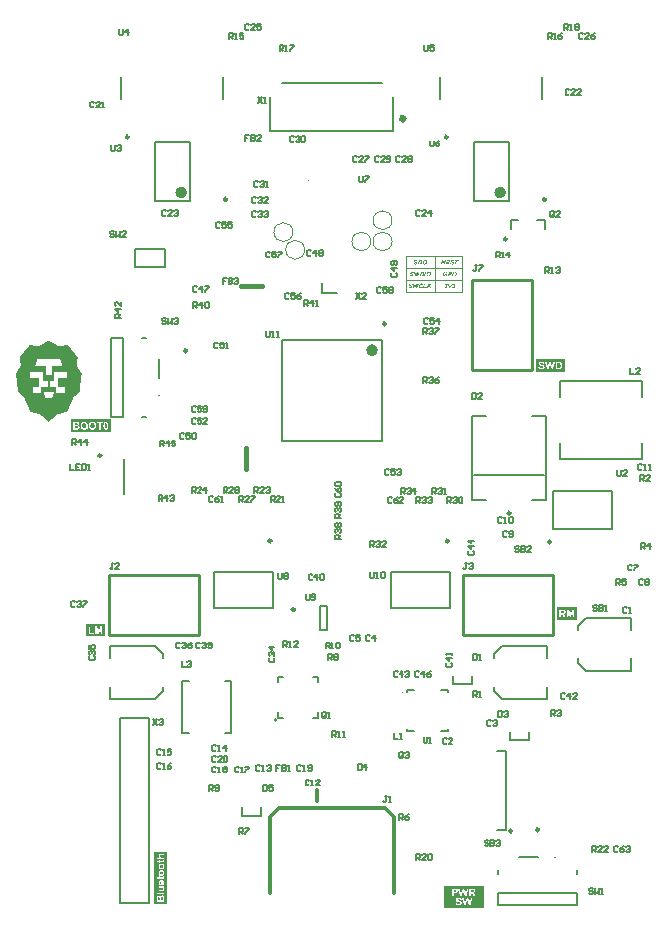
<source format=gto>
G04*
G04 #@! TF.GenerationSoftware,Altium Limited,Altium Designer,22.6.1 (34)*
G04*
G04 Layer_Color=65535*
%FSLAX44Y44*%
%MOMM*%
G71*
G04*
G04 #@! TF.SameCoordinates,9900268D-5443-4670-A824-5D7C6AAB4451*
G04*
G04*
G04 #@! TF.FilePolarity,Positive*
G04*
G01*
G75*
%ADD10C,0.5080*%
%ADD11C,0.1250*%
%ADD12C,0.1300*%
%ADD13C,0.2500*%
%ADD14C,0.5000*%
%ADD15C,0.1000*%
%ADD16C,0.3000*%
%ADD17C,0.2000*%
%ADD18C,0.1524*%
%ADD19C,0.4000*%
%ADD20C,0.2540*%
G36*
X395676Y485946D02*
X395811D01*
Y485811D01*
X396081D01*
Y485676D01*
X396351D01*
Y485541D01*
X396487D01*
Y485405D01*
X396757D01*
Y485270D01*
X397027D01*
Y485135D01*
X397162D01*
Y485000D01*
X397432D01*
Y484865D01*
X397703D01*
Y484730D01*
X397973D01*
Y484595D01*
X398108D01*
Y484459D01*
X398378D01*
Y484324D01*
X398649D01*
Y484189D01*
X398784D01*
Y484054D01*
X399054D01*
Y483919D01*
X399324D01*
Y483784D01*
X399595D01*
Y483649D01*
X399730D01*
Y483513D01*
X400000D01*
Y483378D01*
X400270D01*
Y483243D01*
X400405D01*
Y483108D01*
X400676D01*
Y482973D01*
X400946D01*
Y482838D01*
X401216D01*
Y482703D01*
X401351D01*
Y482568D01*
X401622D01*
Y482432D01*
X401892D01*
Y482297D01*
X402027D01*
Y482162D01*
X402297D01*
Y482027D01*
X402568D01*
Y481892D01*
X402838D01*
Y481757D01*
X402973D01*
Y481622D01*
X403243D01*
Y481487D01*
X403378D01*
Y481622D01*
X405000D01*
Y481757D01*
X406757D01*
Y481892D01*
X408378D01*
Y482027D01*
X410135D01*
Y482162D01*
X411622D01*
Y481892D01*
X411757D01*
Y481757D01*
X411892D01*
Y481622D01*
X412027D01*
Y481487D01*
X412162D01*
Y481351D01*
X412297D01*
Y481081D01*
X412432D01*
Y480946D01*
X412568D01*
Y480811D01*
X412703D01*
Y480676D01*
X412838D01*
Y480541D01*
X412973D01*
Y480270D01*
X413108D01*
Y480135D01*
X413243D01*
Y480000D01*
X413378D01*
Y479865D01*
X413513D01*
Y479730D01*
X413649D01*
Y479595D01*
X413784D01*
Y479324D01*
X413919D01*
Y479189D01*
X414054D01*
Y479054D01*
X414189D01*
Y478919D01*
X414324D01*
Y478784D01*
X414459D01*
Y478513D01*
X414595D01*
Y478378D01*
X414730D01*
Y478243D01*
X414865D01*
Y478108D01*
X415000D01*
Y477973D01*
X415135D01*
Y477703D01*
X415270D01*
Y477568D01*
X415405D01*
Y477432D01*
X415541D01*
Y477297D01*
X415676D01*
Y477162D01*
X415811D01*
Y477027D01*
X415946D01*
Y476757D01*
X416081D01*
Y476622D01*
X416216D01*
Y476487D01*
X416351D01*
Y476351D01*
X416487D01*
Y476216D01*
X416622D01*
Y475946D01*
X416757D01*
Y475811D01*
X416892D01*
Y475676D01*
X417027D01*
Y475541D01*
X417162D01*
Y475405D01*
X417297D01*
Y475135D01*
X417432D01*
Y475000D01*
X417568D01*
Y474865D01*
X417703D01*
Y474730D01*
X417838D01*
Y474595D01*
X417973D01*
Y474324D01*
X418108D01*
Y474189D01*
X418243D01*
Y474054D01*
X418378D01*
Y473919D01*
X418513D01*
Y473784D01*
X418649D01*
Y473649D01*
X418784D01*
Y473378D01*
X418919D01*
Y473243D01*
X419054D01*
Y473108D01*
X419189D01*
Y472973D01*
X419324D01*
Y472838D01*
X419459D01*
Y472568D01*
X419595D01*
Y472432D01*
X419730D01*
Y472297D01*
X419865D01*
Y472027D01*
X419730D01*
Y470405D01*
X419595D01*
Y468919D01*
X419459D01*
Y467297D01*
X419324D01*
Y465676D01*
X419189D01*
Y464459D01*
X419324D01*
Y464324D01*
X419459D01*
Y464054D01*
X419595D01*
Y463784D01*
X419730D01*
Y463649D01*
X419865D01*
Y463378D01*
X420000D01*
Y463243D01*
X420135D01*
Y462973D01*
X420270D01*
Y462838D01*
X420405D01*
Y462568D01*
X420541D01*
Y462432D01*
X420676D01*
Y462162D01*
X420811D01*
Y461892D01*
X420946D01*
Y461757D01*
X421081D01*
Y461487D01*
X421216D01*
Y461351D01*
X421351D01*
Y461081D01*
X421487D01*
Y460946D01*
X421622D01*
Y460676D01*
X421757D01*
Y460541D01*
X421892D01*
Y460270D01*
X422027D01*
Y460000D01*
X422162D01*
Y459865D01*
X422297D01*
Y459595D01*
X422432D01*
Y459459D01*
X422568D01*
Y459189D01*
X422703D01*
Y459054D01*
X422838D01*
Y458784D01*
X422973D01*
Y458513D01*
X423108D01*
Y458378D01*
X423243D01*
Y457838D01*
X423108D01*
Y456757D01*
X422973D01*
Y455541D01*
X422838D01*
Y454459D01*
X422703D01*
Y453243D01*
X422568D01*
Y452162D01*
X422432D01*
Y450946D01*
X422297D01*
Y449865D01*
X422162D01*
Y448649D01*
X422027D01*
Y447568D01*
X421892D01*
Y446351D01*
X421757D01*
Y445270D01*
X421622D01*
Y444054D01*
X421487D01*
Y442973D01*
X421351D01*
Y442568D01*
X421216D01*
Y442432D01*
X421081D01*
Y442297D01*
X420946D01*
Y442162D01*
X420811D01*
Y442027D01*
X420541D01*
Y441892D01*
X420405D01*
Y441757D01*
X420270D01*
Y441622D01*
X420135D01*
Y441487D01*
X420000D01*
Y441351D01*
X419865D01*
Y441216D01*
X419730D01*
Y441081D01*
X419595D01*
Y440946D01*
X419459D01*
Y440811D01*
X419324D01*
Y440676D01*
X419189D01*
Y440541D01*
X418919D01*
Y440405D01*
X418784D01*
Y440270D01*
X418649D01*
Y440135D01*
X418513D01*
Y440000D01*
X418378D01*
Y439865D01*
X418243D01*
Y439730D01*
X418108D01*
Y439595D01*
X417973D01*
Y439459D01*
X417838D01*
Y439324D01*
X417703D01*
Y439189D01*
X417568D01*
Y439054D01*
X417432D01*
Y438919D01*
X417162D01*
Y438784D01*
X417027D01*
Y438649D01*
X416892D01*
Y438513D01*
X416757D01*
Y438378D01*
X416622D01*
Y438243D01*
X416487D01*
Y438108D01*
X416351D01*
Y437973D01*
X416216D01*
Y437838D01*
X416081D01*
Y437432D01*
X415946D01*
Y437162D01*
X415811D01*
Y436892D01*
X415676D01*
Y436487D01*
X415541D01*
Y436216D01*
X415405D01*
Y435946D01*
X415270D01*
Y435676D01*
X415135D01*
Y435270D01*
X415000D01*
Y435000D01*
X414865D01*
Y434730D01*
X414730D01*
Y434324D01*
X414595D01*
Y434054D01*
X414459D01*
Y433784D01*
X414324D01*
Y433513D01*
X414189D01*
Y433108D01*
X414054D01*
Y432838D01*
X413919D01*
Y432568D01*
X413784D01*
Y432297D01*
X413649D01*
Y431892D01*
X413513D01*
Y431622D01*
X413378D01*
Y431351D01*
X413243D01*
Y430946D01*
X413108D01*
Y430676D01*
X412973D01*
Y430405D01*
X412838D01*
Y430135D01*
X412703D01*
Y429730D01*
X412568D01*
Y429459D01*
X412432D01*
Y429189D01*
X412297D01*
Y428784D01*
X412162D01*
Y428513D01*
X412027D01*
Y428243D01*
X411892D01*
Y427973D01*
X411757D01*
Y427568D01*
X411622D01*
Y427297D01*
X411487D01*
Y427027D01*
X411351D01*
Y426757D01*
X411216D01*
Y426351D01*
X411081D01*
Y426081D01*
X410946D01*
Y425946D01*
X410811D01*
Y425811D01*
X410270D01*
Y425676D01*
X409730D01*
Y425541D01*
X409324D01*
Y425405D01*
X408784D01*
Y425270D01*
X408378D01*
Y425135D01*
X407838D01*
Y425000D01*
X407297D01*
Y424865D01*
X406892D01*
Y424730D01*
X406351D01*
Y424595D01*
X405946D01*
Y424459D01*
X405405D01*
Y424324D01*
X404865D01*
Y424189D01*
X404459D01*
Y424054D01*
X403919D01*
Y423919D01*
X403513D01*
Y423784D01*
X402973D01*
Y423649D01*
X402568D01*
Y423513D01*
X402432D01*
Y423378D01*
X402297D01*
Y423243D01*
X402162D01*
Y423108D01*
X402027D01*
Y422973D01*
X401757D01*
Y422838D01*
X401622D01*
Y422703D01*
X401487D01*
Y422568D01*
X401351D01*
Y422432D01*
X401216D01*
Y422297D01*
X401081D01*
Y422162D01*
X400946D01*
Y422027D01*
X400676D01*
Y421892D01*
X400541D01*
Y421757D01*
X400405D01*
Y421622D01*
X400270D01*
Y421487D01*
X400135D01*
Y421351D01*
X400000D01*
Y421216D01*
X399730D01*
Y421081D01*
X399595D01*
Y420946D01*
X399459D01*
Y420811D01*
X399324D01*
Y420676D01*
X399189D01*
Y420541D01*
X399054D01*
Y420405D01*
X398784D01*
Y420270D01*
X398649D01*
Y420135D01*
X398513D01*
Y420000D01*
X398378D01*
Y419865D01*
X398243D01*
Y419730D01*
X398108D01*
Y419595D01*
X397838D01*
Y419459D01*
X397703D01*
Y419324D01*
X397568D01*
Y419189D01*
X397432D01*
Y419054D01*
X397297D01*
Y418919D01*
X397162D01*
Y418784D01*
X397027D01*
Y418649D01*
X396757D01*
Y418513D01*
X396622D01*
Y418378D01*
X396487D01*
Y418243D01*
X396351D01*
Y418108D01*
X396216D01*
Y417973D01*
X396081D01*
Y417838D01*
X395811D01*
Y417703D01*
X395676D01*
Y417568D01*
X395541D01*
Y417432D01*
X395135D01*
Y417568D01*
X395000D01*
Y417703D01*
X394865D01*
Y417838D01*
X394730D01*
Y417973D01*
X394595D01*
Y418108D01*
X394459D01*
Y418243D01*
X394189D01*
Y418378D01*
X394054D01*
Y418513D01*
X393919D01*
Y418649D01*
X393784D01*
Y418784D01*
X393649D01*
Y418919D01*
X393513D01*
Y419054D01*
X393243D01*
Y419189D01*
X393108D01*
Y419324D01*
X392973D01*
Y419459D01*
X392838D01*
Y419595D01*
X392703D01*
Y419730D01*
X392568D01*
Y419865D01*
X392432D01*
Y420000D01*
X392162D01*
Y420135D01*
X392027D01*
Y420270D01*
X391892D01*
Y420405D01*
X391757D01*
Y420541D01*
X391622D01*
Y420676D01*
X391487D01*
Y420811D01*
X391216D01*
Y420946D01*
X391081D01*
Y421081D01*
X390946D01*
Y421216D01*
X390811D01*
Y421351D01*
X390676D01*
Y421487D01*
X390541D01*
Y421622D01*
X390405D01*
Y421757D01*
X390135D01*
Y421892D01*
X390000D01*
Y422027D01*
X389865D01*
Y422162D01*
X389730D01*
Y422297D01*
X389595D01*
Y422432D01*
X389459D01*
Y422568D01*
X389189D01*
Y422703D01*
X389054D01*
Y422838D01*
X388919D01*
Y422973D01*
X388784D01*
Y423108D01*
X388649D01*
Y423243D01*
X388513D01*
Y423378D01*
X388243D01*
Y423513D01*
X388108D01*
Y423649D01*
X387838D01*
Y423784D01*
X387297D01*
Y423919D01*
X386757D01*
Y424054D01*
X386351D01*
Y424189D01*
X385811D01*
Y424324D01*
X385405D01*
Y424459D01*
X384865D01*
Y424595D01*
X384324D01*
Y424730D01*
X383919D01*
Y424865D01*
X383378D01*
Y425000D01*
X382973D01*
Y425135D01*
X382432D01*
Y425270D01*
X381892D01*
Y425405D01*
X381487D01*
Y425541D01*
X380946D01*
Y425676D01*
X380541D01*
Y425811D01*
X380000D01*
Y425946D01*
X379730D01*
Y426216D01*
X379595D01*
Y426622D01*
X379459D01*
Y426892D01*
X379324D01*
Y427162D01*
X379189D01*
Y427568D01*
X379054D01*
Y427838D01*
X378919D01*
Y428108D01*
X378784D01*
Y428378D01*
X378649D01*
Y428784D01*
X378513D01*
Y429054D01*
X378378D01*
Y429324D01*
X378243D01*
Y429595D01*
X378108D01*
Y430000D01*
X377973D01*
Y430270D01*
X377838D01*
Y430541D01*
X377703D01*
Y430946D01*
X377568D01*
Y431216D01*
X377432D01*
Y431487D01*
X377297D01*
Y431757D01*
X377162D01*
Y432162D01*
X377027D01*
Y432432D01*
X376892D01*
Y432703D01*
X376757D01*
Y432973D01*
X376622D01*
Y433378D01*
X376487D01*
Y433649D01*
X376351D01*
Y433919D01*
X376216D01*
Y434324D01*
X376081D01*
Y434595D01*
X375946D01*
Y434865D01*
X375811D01*
Y435135D01*
X375676D01*
Y435541D01*
X375541D01*
Y435811D01*
X375405D01*
Y436081D01*
X375270D01*
Y436487D01*
X375135D01*
Y436757D01*
X375000D01*
Y437027D01*
X374865D01*
Y437297D01*
X374730D01*
Y437703D01*
X374595D01*
Y437973D01*
X374459D01*
Y438108D01*
X374324D01*
Y438243D01*
X374189D01*
Y438378D01*
X373919D01*
Y438513D01*
X373784D01*
Y438649D01*
X373649D01*
Y438784D01*
X373513D01*
Y438919D01*
X373378D01*
Y439054D01*
X373243D01*
Y439189D01*
X373108D01*
Y439324D01*
X372973D01*
Y439459D01*
X372838D01*
Y439595D01*
X372703D01*
Y439730D01*
X372568D01*
Y439865D01*
X372432D01*
Y440000D01*
X372162D01*
Y440135D01*
X372027D01*
Y440270D01*
X371892D01*
Y440405D01*
X371757D01*
Y440541D01*
X371622D01*
Y440676D01*
X371487D01*
Y440811D01*
X371351D01*
Y440946D01*
X371216D01*
Y441081D01*
X371081D01*
Y441216D01*
X370946D01*
Y441351D01*
X370811D01*
Y441487D01*
X370541D01*
Y441622D01*
X370405D01*
Y441757D01*
X370270D01*
Y441892D01*
X370135D01*
Y442027D01*
X370000D01*
Y442162D01*
X369865D01*
Y442297D01*
X369730D01*
Y442432D01*
X369595D01*
Y442568D01*
X369459D01*
Y442703D01*
X369324D01*
Y443649D01*
X369189D01*
Y444865D01*
X369054D01*
Y445946D01*
X368919D01*
Y447162D01*
X368784D01*
Y448243D01*
X368649D01*
Y449459D01*
X368513D01*
Y450541D01*
X368378D01*
Y451757D01*
X368243D01*
Y452838D01*
X368108D01*
Y454054D01*
X367973D01*
Y455135D01*
X367838D01*
Y456351D01*
X367703D01*
Y457432D01*
X367568D01*
Y458513D01*
X367703D01*
Y458649D01*
X367838D01*
Y458919D01*
X367973D01*
Y459054D01*
X368108D01*
Y459324D01*
X368243D01*
Y459459D01*
X368378D01*
Y459730D01*
X368513D01*
Y459865D01*
X368649D01*
Y460135D01*
X368784D01*
Y460405D01*
X368919D01*
Y460541D01*
X369054D01*
Y460811D01*
X369189D01*
Y460946D01*
X369324D01*
Y461216D01*
X369459D01*
Y461351D01*
X369595D01*
Y461622D01*
X369730D01*
Y461757D01*
X369865D01*
Y462027D01*
X370000D01*
Y462297D01*
X370135D01*
Y462432D01*
X370270D01*
Y462703D01*
X370405D01*
Y462838D01*
X370541D01*
Y463108D01*
X370676D01*
Y463243D01*
X370811D01*
Y463513D01*
X370946D01*
Y463649D01*
X371081D01*
Y463919D01*
X371216D01*
Y464189D01*
X371351D01*
Y464324D01*
X371487D01*
Y464595D01*
X371622D01*
Y465135D01*
X371487D01*
Y466757D01*
X371351D01*
Y468243D01*
X371216D01*
Y469865D01*
X371081D01*
Y471487D01*
X370946D01*
Y472297D01*
X371081D01*
Y472568D01*
X371216D01*
Y472703D01*
X371351D01*
Y472838D01*
X371487D01*
Y472973D01*
X371622D01*
Y473108D01*
X371757D01*
Y473378D01*
X371892D01*
Y473513D01*
X372027D01*
Y473649D01*
X372162D01*
Y473784D01*
X372297D01*
Y473919D01*
X372432D01*
Y474189D01*
X372568D01*
Y474324D01*
X372703D01*
Y474459D01*
X372838D01*
Y474595D01*
X372973D01*
Y474730D01*
X373108D01*
Y474865D01*
X373243D01*
Y475135D01*
X373378D01*
Y475270D01*
X373513D01*
Y475405D01*
X373649D01*
Y475541D01*
X373784D01*
Y475676D01*
X373919D01*
Y475946D01*
X374054D01*
Y476081D01*
X374189D01*
Y476216D01*
X374324D01*
Y476351D01*
X374459D01*
Y476487D01*
X374595D01*
Y476757D01*
X374730D01*
Y476892D01*
X374865D01*
Y477027D01*
X375000D01*
Y477162D01*
X375135D01*
Y477297D01*
X375270D01*
Y477568D01*
X375405D01*
Y477703D01*
X375541D01*
Y477838D01*
X375676D01*
Y477973D01*
X375811D01*
Y478108D01*
X375946D01*
Y478243D01*
X376081D01*
Y478513D01*
X376216D01*
Y478649D01*
X376351D01*
Y478784D01*
X376487D01*
Y478919D01*
X376622D01*
Y479054D01*
X376757D01*
Y479324D01*
X376892D01*
Y479459D01*
X377027D01*
Y479595D01*
X377162D01*
Y479730D01*
X377297D01*
Y479865D01*
X377432D01*
Y480135D01*
X377568D01*
Y480270D01*
X377703D01*
Y480405D01*
X377838D01*
Y480541D01*
X377973D01*
Y480676D01*
X378108D01*
Y480811D01*
X378243D01*
Y481081D01*
X378378D01*
Y481216D01*
X378513D01*
Y481351D01*
X378649D01*
Y481487D01*
X378784D01*
Y481622D01*
X378919D01*
Y481892D01*
X379054D01*
Y482027D01*
X379189D01*
Y482162D01*
X380676D01*
Y482027D01*
X382432D01*
Y481892D01*
X384054D01*
Y481757D01*
X385811D01*
Y481622D01*
X387703D01*
Y481757D01*
X387973D01*
Y481892D01*
X388243D01*
Y482027D01*
X388513D01*
Y482162D01*
X388649D01*
Y482297D01*
X388919D01*
Y482432D01*
X389189D01*
Y482568D01*
X389324D01*
Y482703D01*
X389595D01*
Y482838D01*
X389865D01*
Y482973D01*
X390000D01*
Y483108D01*
X390270D01*
Y483243D01*
X390541D01*
Y483378D01*
X390811D01*
Y483513D01*
X390946D01*
Y483649D01*
X391216D01*
Y483784D01*
X391487D01*
Y483919D01*
X391622D01*
Y484054D01*
X391892D01*
Y484189D01*
X392162D01*
Y484324D01*
X392432D01*
Y484459D01*
X392568D01*
Y484595D01*
X392838D01*
Y484730D01*
X393108D01*
Y484865D01*
X393243D01*
Y485000D01*
X393513D01*
Y485135D01*
X393784D01*
Y485270D01*
X394054D01*
Y485405D01*
X394189D01*
Y485541D01*
X394459D01*
Y485676D01*
X394730D01*
Y485811D01*
X394865D01*
Y485946D01*
X395135D01*
Y486081D01*
X395676D01*
Y485946D01*
D02*
G37*
G36*
X443295Y235681D02*
X426705D01*
Y246081D01*
X443295D01*
Y235681D01*
D02*
G37*
G36*
X735199Y530609D02*
X734363D01*
X733682Y534441D01*
X734463D01*
X734945Y531545D01*
X736534Y534441D01*
X737315D01*
X735199Y530609D01*
D02*
G37*
G36*
X738649Y534457D02*
X738693Y534452D01*
X738743Y534446D01*
X738859Y534424D01*
X738987Y534391D01*
X739120Y534336D01*
X739186Y534302D01*
X739247Y534264D01*
X739308Y534219D01*
X739363Y534164D01*
X739369Y534158D01*
X739374Y534153D01*
X739391Y534136D01*
X739408Y534114D01*
X739430Y534081D01*
X739452Y534048D01*
X739502Y533965D01*
X739552Y533865D01*
X739596Y533743D01*
X739629Y533610D01*
X739635Y533538D01*
X739640Y533461D01*
Y533455D01*
Y533450D01*
Y533433D01*
Y533411D01*
X739629Y533355D01*
X739618Y533284D01*
X739596Y533195D01*
X739568Y533106D01*
X739524Y533012D01*
X739463Y532918D01*
X739457Y532907D01*
X739430Y532879D01*
X739391Y532835D01*
X739336Y532785D01*
X739269Y532724D01*
X739186Y532663D01*
X739092Y532613D01*
X738981Y532564D01*
X738987D01*
X738992Y532558D01*
X739020Y532542D01*
X739064Y532514D01*
X739120Y532475D01*
X739175Y532425D01*
X739236Y532370D01*
X739291Y532303D01*
X739341Y532231D01*
X739347Y532220D01*
X739358Y532198D01*
X739380Y532154D01*
X739402Y532104D01*
X739419Y532038D01*
X739441Y531966D01*
X739452Y531888D01*
X739457Y531805D01*
Y531800D01*
Y531788D01*
Y531766D01*
X739452Y531733D01*
X739446Y531694D01*
X739441Y531650D01*
X739430Y531600D01*
X739419Y531550D01*
X739386Y531428D01*
X739330Y531296D01*
X739297Y531229D01*
X739253Y531157D01*
X739208Y531091D01*
X739153Y531024D01*
X739147Y531019D01*
X739136Y531002D01*
X739109Y530980D01*
X739081Y530947D01*
X739037Y530914D01*
X738987Y530869D01*
X738931Y530825D01*
X738865Y530781D01*
X738793Y530736D01*
X738716Y530692D01*
X738627Y530648D01*
X738533Y530615D01*
X738433Y530581D01*
X738328Y530559D01*
X738212Y530543D01*
X738095Y530537D01*
X738051D01*
X738012Y530543D01*
X737973Y530548D01*
X737924Y530554D01*
X737868Y530559D01*
X737813Y530570D01*
X737685Y530603D01*
X737553Y530653D01*
X737486Y530686D01*
X737420Y530725D01*
X737353Y530764D01*
X737292Y530814D01*
X737287Y530819D01*
X737281Y530825D01*
X737265Y530842D01*
X737243Y530864D01*
X737215Y530891D01*
X737187Y530930D01*
X737160Y530969D01*
X737126Y531019D01*
X737093Y531069D01*
X737060Y531129D01*
X737027Y531190D01*
X736999Y531262D01*
X736971Y531340D01*
X736944Y531423D01*
X736927Y531506D01*
X736910Y531600D01*
X737630Y531689D01*
Y531683D01*
Y531678D01*
X737636Y531661D01*
X737641Y531639D01*
X737652Y531584D01*
X737669Y531517D01*
X737691Y531451D01*
X737719Y531379D01*
X737752Y531312D01*
X737791Y531262D01*
X737796Y531257D01*
X737813Y531246D01*
X737841Y531224D01*
X737874Y531207D01*
X737918Y531185D01*
X737973Y531163D01*
X738034Y531152D01*
X738101Y531146D01*
X738112D01*
X738145Y531152D01*
X738189Y531157D01*
X738250Y531168D01*
X738317Y531190D01*
X738389Y531218D01*
X738461Y531262D01*
X738527Y531318D01*
X738533Y531323D01*
X738555Y531351D01*
X738583Y531384D01*
X738616Y531440D01*
X738643Y531501D01*
X738671Y531578D01*
X738693Y531667D01*
X738699Y531761D01*
Y531766D01*
Y531772D01*
Y531800D01*
X738693Y531844D01*
X738682Y531899D01*
X738666Y531960D01*
X738638Y532021D01*
X738605Y532082D01*
X738560Y532137D01*
X738555Y532143D01*
X738533Y532159D01*
X738505Y532182D01*
X738461Y532209D01*
X738411Y532231D01*
X738344Y532254D01*
X738272Y532270D01*
X738189Y532276D01*
X738156D01*
X738117Y532270D01*
X738073Y532265D01*
X738201Y532885D01*
X738328D01*
X738383Y532890D01*
X738450Y532901D01*
X738522Y532924D01*
X738594Y532946D01*
X738666Y532985D01*
X738732Y533034D01*
X738738Y533040D01*
X738760Y533062D01*
X738782Y533095D01*
X738815Y533145D01*
X738843Y533206D01*
X738870Y533278D01*
X738887Y533361D01*
X738893Y533455D01*
Y533466D01*
Y533488D01*
X738887Y533522D01*
X738882Y533566D01*
X738865Y533610D01*
X738848Y533660D01*
X738821Y533710D01*
X738782Y533754D01*
X738776Y533760D01*
X738765Y533771D01*
X738738Y533787D01*
X738710Y533810D01*
X738666Y533832D01*
X738621Y533848D01*
X738566Y533859D01*
X738505Y533865D01*
X738477D01*
X738450Y533859D01*
X738411Y533848D01*
X738367Y533837D01*
X738317Y533815D01*
X738267Y533782D01*
X738217Y533743D01*
X738212Y533737D01*
X738195Y533721D01*
X738173Y533688D01*
X738145Y533649D01*
X738112Y533594D01*
X738079Y533522D01*
X738046Y533438D01*
X738018Y533339D01*
X737331Y533472D01*
Y533477D01*
X737337Y533488D01*
X737342Y533511D01*
X737353Y533544D01*
X737370Y533577D01*
X737386Y533616D01*
X737425Y533710D01*
X737475Y533815D01*
X737536Y533920D01*
X737608Y534025D01*
X737691Y534120D01*
X737697Y534125D01*
X737708Y534136D01*
X737730Y534153D01*
X737752Y534175D01*
X737791Y534197D01*
X737830Y534230D01*
X737879Y534258D01*
X737935Y534291D01*
X737996Y534324D01*
X738056Y534352D01*
X738206Y534408D01*
X738289Y534430D01*
X738378Y534446D01*
X738466Y534457D01*
X738560Y534463D01*
X738610D01*
X738649Y534457D01*
D02*
G37*
G36*
X732098D02*
X732143Y534452D01*
X732193Y534446D01*
X732309Y534424D01*
X732436Y534391D01*
X732569Y534336D01*
X732636Y534302D01*
X732697Y534264D01*
X732757Y534219D01*
X732813Y534164D01*
X732818Y534158D01*
X732824Y534153D01*
X732840Y534136D01*
X732857Y534114D01*
X732879Y534081D01*
X732901Y534048D01*
X732951Y533965D01*
X733001Y533865D01*
X733045Y533743D01*
X733079Y533610D01*
X733084Y533538D01*
X733090Y533461D01*
Y533455D01*
Y533450D01*
Y533433D01*
Y533411D01*
X733079Y533355D01*
X733067Y533284D01*
X733045Y533195D01*
X733018Y533106D01*
X732973Y533012D01*
X732913Y532918D01*
X732907Y532907D01*
X732879Y532879D01*
X732840Y532835D01*
X732785Y532785D01*
X732719Y532724D01*
X732636Y532663D01*
X732542Y532613D01*
X732431Y532564D01*
X732436D01*
X732442Y532558D01*
X732469Y532542D01*
X732514Y532514D01*
X732569Y532475D01*
X732625Y532425D01*
X732685Y532370D01*
X732741Y532303D01*
X732791Y532231D01*
X732796Y532220D01*
X732807Y532198D01*
X732829Y532154D01*
X732852Y532104D01*
X732868Y532038D01*
X732890Y531966D01*
X732901Y531888D01*
X732907Y531805D01*
Y531800D01*
Y531788D01*
Y531766D01*
X732901Y531733D01*
X732896Y531694D01*
X732890Y531650D01*
X732879Y531600D01*
X732868Y531550D01*
X732835Y531428D01*
X732780Y531296D01*
X732746Y531229D01*
X732702Y531157D01*
X732658Y531091D01*
X732602Y531024D01*
X732597Y531019D01*
X732586Y531002D01*
X732558Y530980D01*
X732530Y530947D01*
X732486Y530914D01*
X732436Y530869D01*
X732381Y530825D01*
X732315Y530781D01*
X732243Y530736D01*
X732165Y530692D01*
X732076Y530648D01*
X731982Y530615D01*
X731883Y530581D01*
X731777Y530559D01*
X731661Y530543D01*
X731545Y530537D01*
X731500D01*
X731462Y530543D01*
X731423Y530548D01*
X731373Y530554D01*
X731318Y530559D01*
X731262Y530570D01*
X731135Y530603D01*
X731002Y530653D01*
X730936Y530686D01*
X730869Y530725D01*
X730803Y530764D01*
X730742Y530814D01*
X730736Y530819D01*
X730731Y530825D01*
X730714Y530842D01*
X730692Y530864D01*
X730664Y530891D01*
X730637Y530930D01*
X730609Y530969D01*
X730576Y531019D01*
X730543Y531069D01*
X730509Y531129D01*
X730476Y531190D01*
X730448Y531262D01*
X730421Y531340D01*
X730393Y531423D01*
X730376Y531506D01*
X730360Y531600D01*
X731080Y531689D01*
Y531683D01*
Y531678D01*
X731085Y531661D01*
X731091Y531639D01*
X731102Y531584D01*
X731118Y531517D01*
X731141Y531451D01*
X731168Y531379D01*
X731201Y531312D01*
X731240Y531262D01*
X731246Y531257D01*
X731262Y531246D01*
X731290Y531224D01*
X731323Y531207D01*
X731368Y531185D01*
X731423Y531163D01*
X731484Y531152D01*
X731550Y531146D01*
X731561D01*
X731595Y531152D01*
X731639Y531157D01*
X731700Y531168D01*
X731766Y531190D01*
X731838Y531218D01*
X731910Y531262D01*
X731977Y531318D01*
X731982Y531323D01*
X732004Y531351D01*
X732032Y531384D01*
X732065Y531440D01*
X732093Y531501D01*
X732121Y531578D01*
X732143Y531667D01*
X732148Y531761D01*
Y531766D01*
Y531772D01*
Y531800D01*
X732143Y531844D01*
X732132Y531899D01*
X732115Y531960D01*
X732087Y532021D01*
X732054Y532082D01*
X732010Y532137D01*
X732004Y532143D01*
X731982Y532159D01*
X731954Y532182D01*
X731910Y532209D01*
X731860Y532231D01*
X731794Y532254D01*
X731722Y532270D01*
X731639Y532276D01*
X731606D01*
X731567Y532270D01*
X731523Y532265D01*
X731650Y532885D01*
X731777D01*
X731833Y532890D01*
X731899Y532901D01*
X731971Y532924D01*
X732043Y532946D01*
X732115Y532985D01*
X732182Y533034D01*
X732187Y533040D01*
X732209Y533062D01*
X732231Y533095D01*
X732265Y533145D01*
X732292Y533206D01*
X732320Y533278D01*
X732337Y533361D01*
X732342Y533455D01*
Y533466D01*
Y533488D01*
X732337Y533522D01*
X732331Y533566D01*
X732315Y533610D01*
X732298Y533660D01*
X732270Y533710D01*
X732231Y533754D01*
X732226Y533760D01*
X732215Y533771D01*
X732187Y533787D01*
X732159Y533810D01*
X732115Y533832D01*
X732071Y533848D01*
X732016Y533859D01*
X731954Y533865D01*
X731927D01*
X731899Y533859D01*
X731860Y533848D01*
X731816Y533837D01*
X731766Y533815D01*
X731716Y533782D01*
X731667Y533743D01*
X731661Y533737D01*
X731645Y533721D01*
X731622Y533688D01*
X731595Y533649D01*
X731561Y533594D01*
X731528Y533522D01*
X731495Y533438D01*
X731467Y533339D01*
X730781Y533472D01*
Y533477D01*
X730786Y533488D01*
X730792Y533511D01*
X730803Y533544D01*
X730819Y533577D01*
X730836Y533616D01*
X730875Y533710D01*
X730925Y533815D01*
X730985Y533920D01*
X731058Y534025D01*
X731141Y534120D01*
X731146Y534125D01*
X731157Y534136D01*
X731179Y534153D01*
X731201Y534175D01*
X731240Y534197D01*
X731279Y534230D01*
X731329Y534258D01*
X731384Y534291D01*
X731445Y534324D01*
X731506Y534352D01*
X731656Y534408D01*
X731739Y534430D01*
X731827Y534446D01*
X731916Y534457D01*
X732010Y534463D01*
X732060D01*
X732098Y534457D01*
D02*
G37*
G36*
X702093Y534482D02*
X702148Y534477D01*
X702215Y534471D01*
X702287Y534460D01*
X702364Y534449D01*
X702536Y534410D01*
X702625Y534383D01*
X702708Y534355D01*
X702796Y534316D01*
X702879Y534272D01*
X702957Y534222D01*
X703029Y534167D01*
X703034Y534161D01*
X703045Y534150D01*
X703062Y534133D01*
X703090Y534111D01*
X703117Y534078D01*
X703150Y534039D01*
X703184Y533995D01*
X703217Y533945D01*
X703256Y533884D01*
X703295Y533823D01*
X703328Y533751D01*
X703361Y533679D01*
X703389Y533596D01*
X703411Y533513D01*
X703427Y533419D01*
X703438Y533325D01*
X702685Y533292D01*
Y533297D01*
Y533303D01*
X702680Y533336D01*
X702663Y533386D01*
X702647Y533447D01*
X702619Y533513D01*
X702586Y533585D01*
X702541Y533652D01*
X702480Y533713D01*
X702475Y533718D01*
X702447Y533735D01*
X702409Y533763D01*
X702353Y533790D01*
X702287Y533812D01*
X702198Y533840D01*
X702093Y533857D01*
X701977Y533862D01*
X701921D01*
X701866Y533857D01*
X701794Y533845D01*
X701722Y533834D01*
X701644Y533812D01*
X701572Y533785D01*
X701512Y533746D01*
X701506Y533740D01*
X701489Y533724D01*
X701467Y533702D01*
X701445Y533668D01*
X701417Y533624D01*
X701395Y533574D01*
X701379Y533513D01*
X701373Y533452D01*
Y533447D01*
Y533425D01*
X701379Y533397D01*
X701390Y533358D01*
X701406Y533314D01*
X701428Y533270D01*
X701456Y533225D01*
X701500Y533181D01*
X701506Y533176D01*
X701528Y533159D01*
X701561Y533137D01*
X701617Y533103D01*
X701655Y533081D01*
X701694Y533059D01*
X701739Y533032D01*
X701794Y533004D01*
X701849Y532976D01*
X701916Y532943D01*
X701988Y532910D01*
X702065Y532877D01*
X702071Y532871D01*
X702093Y532865D01*
X702126Y532849D01*
X702170Y532832D01*
X702226Y532804D01*
X702287Y532777D01*
X702420Y532710D01*
X702563Y532638D01*
X702702Y532561D01*
X702768Y532522D01*
X702824Y532483D01*
X702874Y532445D01*
X702912Y532411D01*
X702918Y532406D01*
X702924Y532400D01*
X702940Y532384D01*
X702957Y532367D01*
X703001Y532306D01*
X703051Y532229D01*
X703101Y532135D01*
X703139Y532018D01*
X703173Y531885D01*
X703178Y531819D01*
X703184Y531741D01*
Y531736D01*
Y531719D01*
Y531692D01*
X703178Y531658D01*
X703173Y531614D01*
X703162Y531559D01*
X703150Y531503D01*
X703134Y531442D01*
X703112Y531376D01*
X703084Y531304D01*
X703051Y531232D01*
X703012Y531160D01*
X702968Y531088D01*
X702912Y531011D01*
X702851Y530944D01*
X702779Y530872D01*
X702774Y530867D01*
X702763Y530855D01*
X702735Y530839D01*
X702708Y530817D01*
X702663Y530789D01*
X702613Y530756D01*
X702558Y530728D01*
X702486Y530695D01*
X702414Y530656D01*
X702331Y530628D01*
X702237Y530595D01*
X702137Y530568D01*
X702032Y530545D01*
X701916Y530529D01*
X701794Y530518D01*
X701661Y530512D01*
X701578D01*
X701534Y530518D01*
X701484Y530523D01*
X701428D01*
X701367Y530534D01*
X701235Y530551D01*
X701091Y530579D01*
X700941Y530617D01*
X700803Y530673D01*
X700797D01*
X700786Y530678D01*
X700770Y530689D01*
X700742Y530706D01*
X700681Y530739D01*
X700603Y530794D01*
X700520Y530855D01*
X700437Y530938D01*
X700360Y531027D01*
X700293Y531132D01*
Y531138D01*
X700288Y531143D01*
X700282Y531160D01*
X700271Y531188D01*
X700260Y531215D01*
X700249Y531249D01*
X700221Y531332D01*
X700194Y531431D01*
X700172Y531548D01*
X700160Y531675D01*
X700155Y531813D01*
X700908Y531858D01*
Y531852D01*
Y531841D01*
Y531824D01*
X700913Y531802D01*
X700919Y531736D01*
X700930Y531664D01*
X700941Y531581D01*
X700963Y531498D01*
X700991Y531426D01*
X701030Y531370D01*
X701041Y531359D01*
X701063Y531337D01*
X701107Y531310D01*
X701174Y531271D01*
X701212Y531254D01*
X701262Y531232D01*
X701312Y531215D01*
X701373Y531204D01*
X701434Y531188D01*
X701506Y531182D01*
X701583Y531171D01*
X701727D01*
X701761Y531177D01*
X701799D01*
X701882Y531188D01*
X701971Y531204D01*
X702065Y531232D01*
X702154Y531265D01*
X702226Y531310D01*
X702231Y531315D01*
X702253Y531332D01*
X702281Y531365D01*
X702314Y531404D01*
X702348Y531453D01*
X702375Y531509D01*
X702397Y531570D01*
X702403Y531642D01*
Y531647D01*
Y531669D01*
X702397Y531703D01*
X702386Y531741D01*
X702370Y531786D01*
X702342Y531836D01*
X702309Y531885D01*
X702259Y531930D01*
X702253Y531935D01*
X702237Y531946D01*
X702204Y531968D01*
X702154Y531996D01*
X702121Y532018D01*
X702082Y532040D01*
X702038Y532062D01*
X701988Y532085D01*
X701927Y532112D01*
X701866Y532146D01*
X701788Y532179D01*
X701711Y532212D01*
X701705D01*
X701689Y532223D01*
X701666Y532229D01*
X701639Y532245D01*
X701600Y532262D01*
X701556Y532279D01*
X701462Y532323D01*
X701356Y532378D01*
X701246Y532428D01*
X701146Y532483D01*
X701096Y532511D01*
X701057Y532533D01*
X701046Y532539D01*
X701024Y532555D01*
X700985Y532589D01*
X700941Y532627D01*
X700891Y532672D01*
X700836Y532733D01*
X700786Y532799D01*
X700736Y532871D01*
X700731Y532882D01*
X700720Y532910D01*
X700697Y532954D01*
X700681Y533009D01*
X700659Y533081D01*
X700637Y533164D01*
X700626Y533259D01*
X700620Y533358D01*
Y533364D01*
Y533380D01*
Y533408D01*
X700626Y533441D01*
X700631Y533480D01*
X700637Y533530D01*
X700648Y533585D01*
X700664Y533641D01*
X700703Y533768D01*
X700736Y533834D01*
X700770Y533906D01*
X700808Y533973D01*
X700853Y534039D01*
X700908Y534106D01*
X700969Y534167D01*
X700974Y534172D01*
X700985Y534183D01*
X701008Y534194D01*
X701035Y534216D01*
X701068Y534239D01*
X701113Y534266D01*
X701168Y534300D01*
X701229Y534327D01*
X701295Y534355D01*
X701367Y534388D01*
X701451Y534416D01*
X701545Y534438D01*
X701644Y534460D01*
X701750Y534477D01*
X701860Y534482D01*
X701982Y534488D01*
X702049D01*
X702093Y534482D01*
D02*
G37*
G36*
X711080D02*
X711130Y534477D01*
X711190Y534471D01*
X711263Y534460D01*
X711335Y534444D01*
X711495Y534405D01*
X711578Y534377D01*
X711661Y534344D01*
X711750Y534305D01*
X711827Y534261D01*
X711910Y534211D01*
X711982Y534150D01*
X711988Y534145D01*
X711999Y534133D01*
X712016Y534117D01*
X712043Y534089D01*
X712071Y534056D01*
X712110Y534017D01*
X712143Y533967D01*
X712182Y533912D01*
X712220Y533851D01*
X712259Y533785D01*
X712298Y533707D01*
X712337Y533630D01*
X712370Y533541D01*
X712398Y533447D01*
X712420Y533347D01*
X712436Y533242D01*
X711683Y533170D01*
Y533176D01*
X711678Y533187D01*
Y533203D01*
X711672Y533225D01*
X711656Y533281D01*
X711628Y533353D01*
X711595Y533436D01*
X711550Y533513D01*
X711501Y533591D01*
X711440Y533652D01*
X711434Y533657D01*
X711406Y533674D01*
X711368Y533702D01*
X711312Y533729D01*
X711246Y533757D01*
X711163Y533785D01*
X711069Y533801D01*
X710964Y533807D01*
X710930D01*
X710908Y533801D01*
X710847Y533796D01*
X710764Y533779D01*
X710670Y533757D01*
X710570Y533718D01*
X710460Y533668D01*
X710354Y533602D01*
X710349D01*
X710343Y533591D01*
X710310Y533563D01*
X710255Y533519D01*
X710194Y533447D01*
X710122Y533364D01*
X710044Y533253D01*
X709967Y533126D01*
X709900Y532976D01*
Y532971D01*
X709895Y532960D01*
X709884Y532937D01*
X709873Y532904D01*
X709862Y532865D01*
X709850Y532821D01*
X709834Y532771D01*
X709817Y532716D01*
X709790Y532589D01*
X709762Y532445D01*
X709740Y532290D01*
X709734Y532135D01*
Y532129D01*
Y532112D01*
Y532090D01*
X709740Y532057D01*
Y532018D01*
X709745Y531974D01*
X709762Y531874D01*
X709790Y531758D01*
X709823Y531642D01*
X709878Y531525D01*
X709950Y531420D01*
X709961Y531409D01*
X709989Y531381D01*
X710039Y531343D01*
X710100Y531298D01*
X710183Y531249D01*
X710277Y531210D01*
X710382Y531182D01*
X710437Y531177D01*
X710498Y531171D01*
X710526D01*
X710548Y531177D01*
X710609Y531182D01*
X710681Y531193D01*
X710770Y531221D01*
X710864Y531254D01*
X710958Y531298D01*
X711058Y531365D01*
X711063D01*
X711069Y531376D01*
X711102Y531404D01*
X711146Y531448D01*
X711202Y531514D01*
X711263Y531597D01*
X711329Y531697D01*
X711384Y531819D01*
X711440Y531957D01*
X712237Y531836D01*
Y531830D01*
X712226Y531808D01*
X712215Y531775D01*
X712193Y531730D01*
X712165Y531675D01*
X712137Y531614D01*
X712104Y531542D01*
X712060Y531470D01*
X711960Y531310D01*
X711838Y531149D01*
X711700Y530988D01*
X711617Y530916D01*
X711534Y530850D01*
X711528Y530844D01*
X711512Y530833D01*
X711489Y530817D01*
X711451Y530800D01*
X711406Y530772D01*
X711357Y530745D01*
X711290Y530712D01*
X711224Y530684D01*
X711146Y530651D01*
X711063Y530617D01*
X710975Y530590D01*
X710880Y530568D01*
X710781Y530545D01*
X710676Y530529D01*
X710565Y530518D01*
X710449Y530512D01*
X710415D01*
X710382Y530518D01*
X710332D01*
X710271Y530523D01*
X710205Y530534D01*
X710127Y530545D01*
X710050Y530568D01*
X709961Y530590D01*
X709873Y530617D01*
X709779Y530651D01*
X709690Y530689D01*
X709596Y530739D01*
X709507Y530794D01*
X709424Y530861D01*
X709347Y530933D01*
X709341Y530938D01*
X709330Y530955D01*
X709308Y530977D01*
X709286Y531011D01*
X709258Y531055D01*
X709225Y531110D01*
X709186Y531177D01*
X709153Y531249D01*
X709114Y531332D01*
X709075Y531420D01*
X709042Y531525D01*
X709014Y531636D01*
X708992Y531753D01*
X708970Y531885D01*
X708959Y532018D01*
X708953Y532168D01*
Y532173D01*
Y532195D01*
Y532234D01*
X708959Y532279D01*
Y532334D01*
X708970Y532406D01*
X708976Y532478D01*
X708987Y532561D01*
X708998Y532649D01*
X709020Y532749D01*
X709064Y532948D01*
X709131Y533159D01*
X709169Y533259D01*
X709214Y533364D01*
X709219Y533369D01*
X709225Y533386D01*
X709241Y533414D01*
X709264Y533452D01*
X709291Y533497D01*
X709324Y533552D01*
X709363Y533607D01*
X709408Y533674D01*
X709513Y533807D01*
X709634Y533945D01*
X709784Y534078D01*
X709867Y534139D01*
X709950Y534194D01*
X709956Y534200D01*
X709972Y534205D01*
X710000Y534222D01*
X710033Y534239D01*
X710078Y534261D01*
X710127Y534288D01*
X710188Y534316D01*
X710255Y534344D01*
X710327Y534366D01*
X710410Y534394D01*
X710581Y534444D01*
X710770Y534477D01*
X710869Y534482D01*
X710975Y534488D01*
X711036D01*
X711080Y534482D01*
D02*
G37*
G36*
X718145Y532910D02*
X719408Y530584D01*
X718516D01*
X717569Y532406D01*
X716822Y531747D01*
X716573Y530584D01*
X715792D01*
X716595Y534416D01*
X717381D01*
X717038Y532782D01*
X718810Y534416D01*
X719867D01*
X718145Y532910D01*
D02*
G37*
G36*
X707254Y530584D02*
X706456D01*
X706368Y533386D01*
X704972Y530584D01*
X704158D01*
X704014Y534416D01*
X704784D01*
X704817Y531730D01*
X706141Y534416D01*
X706993D01*
X707082Y531758D01*
X708344Y534416D01*
X709109D01*
X707254Y530584D01*
D02*
G37*
G36*
X713466Y531226D02*
X715426D01*
X715294Y530584D01*
X712547D01*
X713350Y534416D01*
X714136D01*
X713466Y531226D01*
D02*
G37*
G36*
X706301Y554482D02*
X706357Y554477D01*
X706423Y554471D01*
X706495Y554460D01*
X706572Y554449D01*
X706744Y554410D01*
X706833Y554383D01*
X706916Y554355D01*
X707004Y554316D01*
X707087Y554272D01*
X707165Y554222D01*
X707237Y554167D01*
X707243Y554161D01*
X707254Y554150D01*
X707270Y554133D01*
X707298Y554111D01*
X707326Y554078D01*
X707359Y554039D01*
X707392Y553995D01*
X707425Y553945D01*
X707464Y553884D01*
X707503Y553823D01*
X707536Y553751D01*
X707569Y553679D01*
X707597Y553596D01*
X707619Y553513D01*
X707636Y553419D01*
X707647Y553325D01*
X706894Y553292D01*
Y553297D01*
Y553303D01*
X706888Y553336D01*
X706871Y553386D01*
X706855Y553447D01*
X706827Y553513D01*
X706794Y553585D01*
X706750Y553652D01*
X706689Y553713D01*
X706683Y553718D01*
X706656Y553735D01*
X706617Y553763D01*
X706561Y553790D01*
X706495Y553812D01*
X706406Y553840D01*
X706301Y553857D01*
X706185Y553862D01*
X706130D01*
X706074Y553857D01*
X706002Y553845D01*
X705930Y553834D01*
X705853Y553812D01*
X705781Y553785D01*
X705720Y553746D01*
X705714Y553740D01*
X705698Y553724D01*
X705675Y553702D01*
X705653Y553668D01*
X705626Y553624D01*
X705603Y553574D01*
X705587Y553513D01*
X705581Y553452D01*
Y553447D01*
Y553425D01*
X705587Y553397D01*
X705598Y553358D01*
X705614Y553314D01*
X705637Y553270D01*
X705664Y553225D01*
X705709Y553181D01*
X705714Y553176D01*
X705736Y553159D01*
X705770Y553137D01*
X705825Y553103D01*
X705864Y553081D01*
X705902Y553059D01*
X705947Y553032D01*
X706002Y553004D01*
X706058Y552976D01*
X706124Y552943D01*
X706196Y552910D01*
X706273Y552877D01*
X706279Y552871D01*
X706301Y552865D01*
X706334Y552849D01*
X706379Y552832D01*
X706434Y552804D01*
X706495Y552777D01*
X706628Y552710D01*
X706772Y552638D01*
X706910Y552561D01*
X706977Y552522D01*
X707032Y552483D01*
X707082Y552445D01*
X707121Y552411D01*
X707126Y552406D01*
X707132Y552400D01*
X707148Y552384D01*
X707165Y552367D01*
X707209Y552306D01*
X707259Y552229D01*
X707309Y552135D01*
X707348Y552018D01*
X707381Y551885D01*
X707386Y551819D01*
X707392Y551741D01*
Y551736D01*
Y551719D01*
Y551692D01*
X707386Y551658D01*
X707381Y551614D01*
X707370Y551559D01*
X707359Y551503D01*
X707342Y551442D01*
X707320Y551376D01*
X707292Y551304D01*
X707259Y551232D01*
X707220Y551160D01*
X707176Y551088D01*
X707121Y551011D01*
X707060Y550944D01*
X706988Y550872D01*
X706982Y550867D01*
X706971Y550855D01*
X706944Y550839D01*
X706916Y550817D01*
X706871Y550789D01*
X706822Y550756D01*
X706766Y550728D01*
X706694Y550695D01*
X706622Y550656D01*
X706539Y550628D01*
X706445Y550595D01*
X706346Y550568D01*
X706240Y550545D01*
X706124Y550529D01*
X706002Y550518D01*
X705869Y550512D01*
X705786D01*
X705742Y550518D01*
X705692Y550523D01*
X705637D01*
X705576Y550534D01*
X705443Y550551D01*
X705299Y550579D01*
X705149Y550617D01*
X705011Y550673D01*
X705005D01*
X704994Y550678D01*
X704978Y550689D01*
X704950Y550706D01*
X704889Y550739D01*
X704812Y550794D01*
X704729Y550855D01*
X704645Y550938D01*
X704568Y551027D01*
X704502Y551132D01*
Y551138D01*
X704496Y551143D01*
X704491Y551160D01*
X704479Y551188D01*
X704468Y551215D01*
X704457Y551249D01*
X704430Y551332D01*
X704402Y551431D01*
X704380Y551548D01*
X704369Y551675D01*
X704363Y551813D01*
X705116Y551858D01*
Y551852D01*
Y551841D01*
Y551824D01*
X705122Y551802D01*
X705127Y551736D01*
X705138Y551664D01*
X705149Y551581D01*
X705172Y551498D01*
X705199Y551426D01*
X705238Y551370D01*
X705249Y551359D01*
X705271Y551337D01*
X705315Y551310D01*
X705382Y551271D01*
X705421Y551254D01*
X705471Y551232D01*
X705520Y551215D01*
X705581Y551204D01*
X705642Y551188D01*
X705714Y551182D01*
X705792Y551171D01*
X705936D01*
X705969Y551177D01*
X706008D01*
X706091Y551188D01*
X706179Y551204D01*
X706273Y551232D01*
X706362Y551265D01*
X706434Y551310D01*
X706440Y551315D01*
X706462Y551332D01*
X706489Y551365D01*
X706523Y551404D01*
X706556Y551454D01*
X706583Y551509D01*
X706606Y551570D01*
X706611Y551642D01*
Y551647D01*
Y551669D01*
X706606Y551703D01*
X706595Y551741D01*
X706578Y551786D01*
X706550Y551836D01*
X706517Y551885D01*
X706467Y551930D01*
X706462Y551935D01*
X706445Y551946D01*
X706412Y551968D01*
X706362Y551996D01*
X706329Y552018D01*
X706290Y552040D01*
X706246Y552062D01*
X706196Y552085D01*
X706135Y552112D01*
X706074Y552146D01*
X705997Y552179D01*
X705919Y552212D01*
X705913D01*
X705897Y552223D01*
X705875Y552229D01*
X705847Y552245D01*
X705808Y552262D01*
X705764Y552279D01*
X705670Y552323D01*
X705565Y552378D01*
X705454Y552428D01*
X705354Y552483D01*
X705304Y552511D01*
X705266Y552533D01*
X705255Y552539D01*
X705232Y552555D01*
X705194Y552589D01*
X705149Y552627D01*
X705100Y552672D01*
X705044Y552733D01*
X704994Y552799D01*
X704945Y552871D01*
X704939Y552882D01*
X704928Y552910D01*
X704906Y552954D01*
X704889Y553009D01*
X704867Y553081D01*
X704845Y553164D01*
X704834Y553259D01*
X704828Y553358D01*
Y553364D01*
Y553380D01*
Y553408D01*
X704834Y553441D01*
X704839Y553480D01*
X704845Y553530D01*
X704856Y553585D01*
X704873Y553641D01*
X704911Y553768D01*
X704945Y553834D01*
X704978Y553906D01*
X705016Y553973D01*
X705061Y554039D01*
X705116Y554106D01*
X705177Y554167D01*
X705183Y554172D01*
X705194Y554183D01*
X705216Y554194D01*
X705244Y554216D01*
X705277Y554239D01*
X705321Y554266D01*
X705376Y554300D01*
X705437Y554327D01*
X705504Y554355D01*
X705576Y554388D01*
X705659Y554416D01*
X705753Y554438D01*
X705853Y554460D01*
X705958Y554477D01*
X706069Y554482D01*
X706190Y554488D01*
X706257D01*
X706301Y554482D01*
D02*
G37*
G36*
X709983Y554410D02*
X710078D01*
X710155Y554405D01*
X710183D01*
X710210Y554399D01*
X710221D01*
X710249Y554394D01*
X710294Y554388D01*
X710354Y554377D01*
X710421Y554366D01*
X710493Y554349D01*
X710637Y554300D01*
X710648Y554294D01*
X710670Y554288D01*
X710703Y554272D01*
X710753Y554250D01*
X710803Y554216D01*
X710864Y554183D01*
X710919Y554145D01*
X710980Y554095D01*
X710986Y554089D01*
X711008Y554073D01*
X711036Y554045D01*
X711074Y554006D01*
X711113Y553962D01*
X711157Y553906D01*
X711202Y553845D01*
X711246Y553779D01*
X711251Y553773D01*
X711263Y553746D01*
X711285Y553707D01*
X711307Y553657D01*
X711335Y553596D01*
X711368Y553524D01*
X711395Y553441D01*
X711417Y553353D01*
X711423Y553342D01*
X711429Y553308D01*
X711440Y553259D01*
X711451Y553198D01*
X711462Y553120D01*
X711467Y553026D01*
X711478Y552932D01*
Y552827D01*
Y552821D01*
Y552799D01*
Y552766D01*
X711473Y552721D01*
Y552666D01*
X711467Y552605D01*
X711456Y552533D01*
X711451Y552456D01*
X711434Y552373D01*
X711423Y552284D01*
X711379Y552101D01*
X711318Y551913D01*
X711285Y551819D01*
X711240Y551725D01*
Y551719D01*
X711229Y551703D01*
X711218Y551680D01*
X711196Y551647D01*
X711174Y551603D01*
X711146Y551559D01*
X711074Y551448D01*
X710991Y551326D01*
X710886Y551199D01*
X710770Y551077D01*
X710642Y550961D01*
X710637D01*
X710631Y550950D01*
X710615Y550938D01*
X710592Y550927D01*
X710565Y550905D01*
X710532Y550889D01*
X710449Y550839D01*
X710349Y550789D01*
X710227Y550734D01*
X710089Y550684D01*
X709934Y550639D01*
X709922D01*
X709906Y550634D01*
X709889Y550628D01*
X709862D01*
X709828Y550623D01*
X709790Y550617D01*
X709745Y550612D01*
X709696Y550606D01*
X709640Y550601D01*
X709579Y550595D01*
X709507D01*
X709435Y550590D01*
X709352Y550584D01*
X707824D01*
X708627Y554416D01*
X709889D01*
X709983Y554410D01*
D02*
G37*
G36*
X714186Y554482D02*
X714247Y554477D01*
X714319Y554466D01*
X714397Y554449D01*
X714480Y554432D01*
X714574Y554410D01*
X714668Y554383D01*
X714762Y554344D01*
X714856Y554300D01*
X714956Y554250D01*
X715044Y554189D01*
X715138Y554122D01*
X715222Y554045D01*
X715227Y554039D01*
X715238Y554023D01*
X715260Y554001D01*
X715288Y553962D01*
X715321Y553918D01*
X715360Y553868D01*
X715399Y553801D01*
X715443Y553729D01*
X715482Y553652D01*
X715521Y553563D01*
X715559Y553464D01*
X715593Y553358D01*
X715620Y553247D01*
X715642Y553126D01*
X715654Y552998D01*
X715659Y552865D01*
Y552860D01*
Y552838D01*
Y552804D01*
X715654Y552760D01*
X715648Y552710D01*
X715642Y552644D01*
X715637Y552572D01*
X715626Y552494D01*
X715609Y552406D01*
X715587Y552312D01*
X715537Y552118D01*
X715504Y552013D01*
X715465Y551908D01*
X715421Y551797D01*
X715371Y551692D01*
X715366Y551686D01*
X715360Y551664D01*
X715343Y551636D01*
X715321Y551597D01*
X715288Y551548D01*
X715255Y551498D01*
X715216Y551437D01*
X715166Y551370D01*
X715116Y551298D01*
X715055Y551226D01*
X714995Y551154D01*
X714923Y551082D01*
X714773Y550944D01*
X714685Y550878D01*
X714596Y550817D01*
X714590Y550811D01*
X714574Y550806D01*
X714546Y550789D01*
X714513Y550767D01*
X714463Y550745D01*
X714408Y550723D01*
X714347Y550695D01*
X714275Y550667D01*
X714197Y550634D01*
X714114Y550606D01*
X714020Y550584D01*
X713926Y550562D01*
X713716Y550523D01*
X713610Y550518D01*
X713494Y550512D01*
X713444D01*
X713405Y550518D01*
X713361D01*
X713306Y550523D01*
X713245Y550534D01*
X713178Y550545D01*
X713040Y550573D01*
X712885Y550617D01*
X712735Y550678D01*
X712663Y550712D01*
X712591Y550756D01*
X712586Y550761D01*
X712575Y550767D01*
X712558Y550784D01*
X712531Y550800D01*
X712470Y550850D01*
X712392Y550922D01*
X712309Y551011D01*
X712226Y551116D01*
X712148Y551232D01*
X712082Y551359D01*
Y551365D01*
X712076Y551376D01*
X712071Y551393D01*
X712060Y551420D01*
X712049Y551454D01*
X712032Y551492D01*
X712010Y551586D01*
X711982Y551697D01*
X711955Y551819D01*
X711938Y551946D01*
X711933Y552085D01*
Y552090D01*
Y552101D01*
Y552118D01*
Y552146D01*
X711938Y552173D01*
Y552212D01*
X711944Y552301D01*
X711955Y552411D01*
X711977Y552533D01*
X711999Y552666D01*
X712032Y552804D01*
Y552810D01*
X712038Y552827D01*
X712049Y552854D01*
X712060Y552888D01*
X712071Y552932D01*
X712087Y552982D01*
X712110Y553043D01*
X712132Y553103D01*
X712187Y553242D01*
X712259Y553386D01*
X712342Y553535D01*
X712436Y553679D01*
X712442Y553685D01*
X712447Y553696D01*
X712464Y553713D01*
X712486Y553740D01*
X712514Y553773D01*
X712547Y553807D01*
X712625Y553890D01*
X712724Y553984D01*
X712841Y554084D01*
X712973Y554178D01*
X713123Y554266D01*
X713129D01*
X713140Y554277D01*
X713167Y554288D01*
X713195Y554300D01*
X713234Y554316D01*
X713284Y554338D01*
X713339Y554355D01*
X713400Y554377D01*
X713466Y554399D01*
X713538Y554416D01*
X713699Y554455D01*
X713876Y554477D01*
X714070Y554488D01*
X714136D01*
X714186Y554482D01*
D02*
G37*
G36*
X495250Y9000D02*
X484751D01*
Y53468D01*
X495250D01*
Y9000D01*
D02*
G37*
G36*
X763848Y15760D02*
Y5842D01*
X730152D01*
Y15760D01*
Y24158D01*
X763848D01*
Y15760D01*
D02*
G37*
G36*
X842296Y260199D02*
Y249801D01*
X825704D01*
Y260199D01*
X842296D01*
D02*
G37*
G36*
X447848Y408681D02*
X414152D01*
Y419319D01*
X447848D01*
Y408681D01*
D02*
G37*
G36*
X731523Y544482D02*
X731578Y544477D01*
X731645Y544471D01*
X731716Y544460D01*
X731794Y544449D01*
X731966Y544410D01*
X732143Y544355D01*
X732231Y544322D01*
X732315Y544283D01*
X732398Y544233D01*
X732475Y544178D01*
X732481Y544172D01*
X732492Y544161D01*
X732514Y544145D01*
X732542Y544122D01*
X732575Y544089D01*
X732608Y544050D01*
X732652Y544001D01*
X732697Y543951D01*
X732741Y543890D01*
X732785Y543823D01*
X732829Y543751D01*
X732874Y543668D01*
X732913Y543580D01*
X732951Y543486D01*
X732984Y543386D01*
X733012Y543281D01*
X732276Y543198D01*
Y543203D01*
X732270Y543214D01*
X732265Y543231D01*
X732259Y543253D01*
X732231Y543308D01*
X732198Y543380D01*
X732154Y543458D01*
X732098Y543541D01*
X732038Y543619D01*
X731960Y543685D01*
X731949Y543690D01*
X731921Y543713D01*
X731877Y543740D01*
X731811Y543768D01*
X731733Y543801D01*
X731639Y543823D01*
X731534Y543845D01*
X731417Y543851D01*
X731379D01*
X731357Y543845D01*
X731318D01*
X731279Y543840D01*
X731190Y543823D01*
X731080Y543801D01*
X730963Y543763D01*
X730842Y543713D01*
X730720Y543646D01*
X730714D01*
X730709Y543635D01*
X730692Y543624D01*
X730670Y543607D01*
X730609Y543563D01*
X730537Y543497D01*
X730460Y543408D01*
X730376Y543303D01*
X730293Y543176D01*
X730221Y543026D01*
Y543021D01*
X730216Y543009D01*
X730205Y542987D01*
X730194Y542954D01*
X730183Y542915D01*
X730166Y542871D01*
X730149Y542816D01*
X730133Y542755D01*
X730116Y542694D01*
X730100Y542622D01*
X730072Y542467D01*
X730050Y542301D01*
X730044Y542118D01*
Y542112D01*
Y542096D01*
Y542074D01*
X730050Y542040D01*
Y541996D01*
X730055Y541952D01*
X730072Y541847D01*
X730100Y541730D01*
X730133Y541609D01*
X730188Y541498D01*
X730221Y541442D01*
X730260Y541398D01*
X730271Y541387D01*
X730299Y541365D01*
X730354Y541326D01*
X730426Y541287D01*
X730515Y541243D01*
X730626Y541204D01*
X730759Y541182D01*
X730908Y541171D01*
X730952D01*
X731002Y541177D01*
X731069Y541182D01*
X731146Y541188D01*
X731235Y541204D01*
X731329Y541221D01*
X731429Y541243D01*
X731434D01*
X731440Y541249D01*
X731473Y541254D01*
X731523Y541271D01*
X731584Y541293D01*
X731656Y541315D01*
X731733Y541348D01*
X731811Y541381D01*
X731888Y541415D01*
X732010Y541991D01*
X731030D01*
X731163Y542633D01*
X732874D01*
X732530Y540977D01*
X732525D01*
X732519Y540966D01*
X732497Y540961D01*
X732475Y540944D01*
X732447Y540927D01*
X732409Y540911D01*
X732370Y540889D01*
X732326Y540861D01*
X732215Y540811D01*
X732087Y540756D01*
X731944Y540700D01*
X731783Y540645D01*
X731777D01*
X731761Y540639D01*
X731739Y540634D01*
X731705Y540623D01*
X731667Y540612D01*
X731622Y540601D01*
X731567Y540590D01*
X731506Y540579D01*
X731373Y540556D01*
X731218Y540534D01*
X731058Y540518D01*
X730886Y540512D01*
X730819D01*
X730770Y540518D01*
X730709Y540523D01*
X730642Y540529D01*
X730565Y540540D01*
X730482Y540551D01*
X730310Y540590D01*
X730216Y540617D01*
X730127Y540651D01*
X730039Y540684D01*
X729950Y540728D01*
X729873Y540778D01*
X729795Y540833D01*
X729790Y540839D01*
X729773Y540855D01*
X729745Y540878D01*
X729717Y540916D01*
X729673Y540961D01*
X729634Y541016D01*
X729585Y541082D01*
X729540Y541154D01*
X729491Y541243D01*
X729441Y541337D01*
X729402Y541442D01*
X729363Y541553D01*
X729330Y541680D01*
X729302Y541813D01*
X729286Y541957D01*
X729280Y542107D01*
Y542112D01*
Y542135D01*
Y542162D01*
X729286Y542201D01*
Y542256D01*
X729291Y542312D01*
X729297Y542378D01*
X729308Y542456D01*
X729319Y542533D01*
X729335Y542616D01*
X729374Y542799D01*
X729430Y542993D01*
X729502Y543187D01*
X729507Y543192D01*
X729513Y543214D01*
X729529Y543247D01*
X729551Y543286D01*
X729579Y543342D01*
X729612Y543397D01*
X729651Y543464D01*
X729695Y543535D01*
X729745Y543613D01*
X729801Y543690D01*
X729862Y543768D01*
X729933Y543851D01*
X730083Y544006D01*
X730166Y544078D01*
X730255Y544145D01*
X730260Y544150D01*
X730277Y544161D01*
X730304Y544178D01*
X730343Y544200D01*
X730387Y544222D01*
X730448Y544255D01*
X730509Y544283D01*
X730587Y544316D01*
X730664Y544349D01*
X730753Y544377D01*
X730847Y544410D01*
X730952Y544432D01*
X731058Y544455D01*
X731174Y544471D01*
X731290Y544482D01*
X731412Y544488D01*
X731478D01*
X731523Y544482D01*
D02*
G37*
G36*
X736246Y540584D02*
X735520D01*
X734480Y543159D01*
X733937Y540584D01*
X733212D01*
X734014Y544416D01*
X734740D01*
X735781Y541852D01*
X736323Y544416D01*
X737049D01*
X736246Y540584D01*
D02*
G37*
G36*
X739225Y544410D02*
X739319D01*
X739397Y544405D01*
X739424D01*
X739452Y544399D01*
X739463D01*
X739491Y544394D01*
X739535Y544388D01*
X739596Y544377D01*
X739662Y544366D01*
X739734Y544349D01*
X739878Y544300D01*
X739889Y544294D01*
X739911Y544288D01*
X739945Y544272D01*
X739995Y544250D01*
X740044Y544216D01*
X740105Y544183D01*
X740161Y544145D01*
X740222Y544095D01*
X740227Y544089D01*
X740249Y544072D01*
X740277Y544045D01*
X740316Y544006D01*
X740355Y543962D01*
X740399Y543906D01*
X740443Y543845D01*
X740487Y543779D01*
X740493Y543773D01*
X740504Y543746D01*
X740526Y543707D01*
X740548Y543657D01*
X740576Y543596D01*
X740609Y543524D01*
X740637Y543441D01*
X740659Y543353D01*
X740665Y543342D01*
X740670Y543308D01*
X740681Y543259D01*
X740692Y543198D01*
X740703Y543120D01*
X740709Y543026D01*
X740720Y542932D01*
Y542827D01*
Y542821D01*
Y542799D01*
Y542766D01*
X740714Y542721D01*
Y542666D01*
X740709Y542605D01*
X740698Y542533D01*
X740692Y542456D01*
X740676Y542373D01*
X740665Y542284D01*
X740620Y542101D01*
X740559Y541913D01*
X740526Y541819D01*
X740482Y541725D01*
Y541719D01*
X740471Y541703D01*
X740460Y541680D01*
X740437Y541647D01*
X740415Y541603D01*
X740388Y541559D01*
X740316Y541448D01*
X740233Y541326D01*
X740127Y541199D01*
X740011Y541077D01*
X739884Y540961D01*
X739878D01*
X739873Y540950D01*
X739856Y540938D01*
X739834Y540927D01*
X739806Y540905D01*
X739773Y540889D01*
X739690Y540839D01*
X739590Y540789D01*
X739469Y540734D01*
X739330Y540684D01*
X739175Y540639D01*
X739164D01*
X739147Y540634D01*
X739131Y540628D01*
X739103D01*
X739070Y540623D01*
X739031Y540617D01*
X738987Y540612D01*
X738937Y540606D01*
X738882Y540601D01*
X738821Y540595D01*
X738749D01*
X738677Y540590D01*
X738594Y540584D01*
X737065D01*
X737868Y544416D01*
X739131D01*
X739225Y544410D01*
D02*
G37*
G36*
X832050Y459681D02*
X807950D01*
Y470319D01*
X832050D01*
Y459681D01*
D02*
G37*
G36*
X703029Y544482D02*
X703084Y544477D01*
X703150Y544471D01*
X703223Y544460D01*
X703300Y544449D01*
X703472Y544410D01*
X703560Y544383D01*
X703643Y544355D01*
X703732Y544316D01*
X703815Y544272D01*
X703893Y544222D01*
X703964Y544167D01*
X703970Y544161D01*
X703981Y544150D01*
X703998Y544133D01*
X704025Y544111D01*
X704053Y544078D01*
X704086Y544039D01*
X704119Y543995D01*
X704153Y543945D01*
X704192Y543884D01*
X704230Y543823D01*
X704264Y543751D01*
X704297Y543679D01*
X704324Y543596D01*
X704346Y543513D01*
X704363Y543419D01*
X704374Y543325D01*
X703621Y543292D01*
Y543297D01*
Y543303D01*
X703616Y543336D01*
X703599Y543386D01*
X703582Y543447D01*
X703555Y543513D01*
X703521Y543585D01*
X703477Y543652D01*
X703416Y543713D01*
X703411Y543718D01*
X703383Y543735D01*
X703344Y543763D01*
X703289Y543790D01*
X703223Y543812D01*
X703134Y543840D01*
X703029Y543857D01*
X702912Y543862D01*
X702857D01*
X702802Y543857D01*
X702730Y543845D01*
X702658Y543834D01*
X702580Y543812D01*
X702508Y543785D01*
X702447Y543746D01*
X702442Y543740D01*
X702425Y543724D01*
X702403Y543702D01*
X702381Y543668D01*
X702353Y543624D01*
X702331Y543574D01*
X702314Y543513D01*
X702309Y543452D01*
Y543447D01*
Y543425D01*
X702314Y543397D01*
X702325Y543358D01*
X702342Y543314D01*
X702364Y543270D01*
X702392Y543225D01*
X702436Y543181D01*
X702442Y543176D01*
X702464Y543159D01*
X702497Y543137D01*
X702552Y543103D01*
X702591Y543081D01*
X702630Y543059D01*
X702674Y543032D01*
X702730Y543004D01*
X702785Y542976D01*
X702851Y542943D01*
X702924Y542910D01*
X703001Y542877D01*
X703007Y542871D01*
X703029Y542865D01*
X703062Y542849D01*
X703106Y542832D01*
X703162Y542804D01*
X703223Y542777D01*
X703355Y542710D01*
X703499Y542638D01*
X703638Y542561D01*
X703704Y542522D01*
X703760Y542483D01*
X703809Y542445D01*
X703848Y542411D01*
X703854Y542406D01*
X703859Y542400D01*
X703876Y542384D01*
X703893Y542367D01*
X703937Y542306D01*
X703987Y542229D01*
X704036Y542135D01*
X704075Y542018D01*
X704108Y541885D01*
X704114Y541819D01*
X704119Y541741D01*
Y541736D01*
Y541719D01*
Y541692D01*
X704114Y541658D01*
X704108Y541614D01*
X704097Y541559D01*
X704086Y541503D01*
X704070Y541442D01*
X704047Y541376D01*
X704020Y541304D01*
X703987Y541232D01*
X703948Y541160D01*
X703904Y541088D01*
X703848Y541011D01*
X703787Y540944D01*
X703715Y540872D01*
X703710Y540867D01*
X703699Y540855D01*
X703671Y540839D01*
X703643Y540817D01*
X703599Y540789D01*
X703549Y540756D01*
X703494Y540728D01*
X703422Y540695D01*
X703350Y540656D01*
X703267Y540628D01*
X703173Y540595D01*
X703073Y540568D01*
X702968Y540545D01*
X702851Y540529D01*
X702730Y540518D01*
X702597Y540512D01*
X702514D01*
X702469Y540518D01*
X702420Y540523D01*
X702364D01*
X702303Y540534D01*
X702170Y540551D01*
X702026Y540579D01*
X701877Y540617D01*
X701739Y540673D01*
X701733D01*
X701722Y540678D01*
X701705Y540689D01*
X701678Y540706D01*
X701617Y540739D01*
X701539Y540794D01*
X701456Y540855D01*
X701373Y540938D01*
X701295Y541027D01*
X701229Y541132D01*
Y541138D01*
X701224Y541143D01*
X701218Y541160D01*
X701207Y541188D01*
X701196Y541215D01*
X701185Y541249D01*
X701157Y541332D01*
X701129Y541431D01*
X701107Y541548D01*
X701096Y541675D01*
X701091Y541813D01*
X701844Y541858D01*
Y541852D01*
Y541841D01*
Y541824D01*
X701849Y541802D01*
X701855Y541736D01*
X701866Y541664D01*
X701877Y541581D01*
X701899Y541498D01*
X701927Y541426D01*
X701965Y541370D01*
X701977Y541359D01*
X701999Y541337D01*
X702043Y541310D01*
X702110Y541271D01*
X702148Y541254D01*
X702198Y541232D01*
X702248Y541215D01*
X702309Y541204D01*
X702370Y541188D01*
X702442Y541182D01*
X702519Y541171D01*
X702663D01*
X702696Y541177D01*
X702735D01*
X702818Y541188D01*
X702907Y541204D01*
X703001Y541232D01*
X703090Y541265D01*
X703162Y541310D01*
X703167Y541315D01*
X703189Y541332D01*
X703217Y541365D01*
X703250Y541404D01*
X703283Y541454D01*
X703311Y541509D01*
X703333Y541570D01*
X703339Y541642D01*
Y541647D01*
Y541669D01*
X703333Y541703D01*
X703322Y541741D01*
X703306Y541786D01*
X703278Y541836D01*
X703245Y541885D01*
X703195Y541930D01*
X703189Y541935D01*
X703173Y541946D01*
X703139Y541968D01*
X703090Y541996D01*
X703056Y542018D01*
X703018Y542040D01*
X702973Y542062D01*
X702924Y542085D01*
X702863Y542112D01*
X702802Y542146D01*
X702724Y542179D01*
X702647Y542212D01*
X702641D01*
X702625Y542223D01*
X702602Y542229D01*
X702575Y542245D01*
X702536Y542262D01*
X702492Y542279D01*
X702397Y542323D01*
X702292Y542378D01*
X702181Y542428D01*
X702082Y542483D01*
X702032Y542511D01*
X701993Y542533D01*
X701982Y542539D01*
X701960Y542555D01*
X701921Y542589D01*
X701877Y542627D01*
X701827Y542672D01*
X701772Y542733D01*
X701722Y542799D01*
X701672Y542871D01*
X701666Y542882D01*
X701655Y542910D01*
X701633Y542954D01*
X701617Y543009D01*
X701594Y543081D01*
X701572Y543164D01*
X701561Y543259D01*
X701556Y543358D01*
Y543364D01*
Y543380D01*
Y543408D01*
X701561Y543441D01*
X701567Y543480D01*
X701572Y543530D01*
X701583Y543585D01*
X701600Y543641D01*
X701639Y543768D01*
X701672Y543834D01*
X701705Y543906D01*
X701744Y543973D01*
X701788Y544039D01*
X701844Y544106D01*
X701905Y544167D01*
X701910Y544172D01*
X701921Y544183D01*
X701943Y544194D01*
X701971Y544216D01*
X702004Y544239D01*
X702049Y544266D01*
X702104Y544300D01*
X702165Y544327D01*
X702231Y544355D01*
X702303Y544388D01*
X702386Y544416D01*
X702480Y544438D01*
X702580Y544460D01*
X702685Y544477D01*
X702796Y544482D01*
X702918Y544488D01*
X702984D01*
X703029Y544482D01*
D02*
G37*
G36*
X708189Y540584D02*
X707392D01*
X707303Y543386D01*
X705908Y540584D01*
X705094D01*
X704950Y544416D01*
X705720D01*
X705753Y541730D01*
X707076Y544416D01*
X707929D01*
X708018Y541758D01*
X709280Y544416D01*
X710044D01*
X708189Y540584D01*
D02*
G37*
G36*
X714214D02*
X713433D01*
X714236Y544416D01*
X715022D01*
X714214Y540584D01*
D02*
G37*
G36*
X711766Y544410D02*
X711861D01*
X711938Y544405D01*
X711966D01*
X711993Y544399D01*
X712004D01*
X712032Y544394D01*
X712076Y544388D01*
X712137Y544377D01*
X712204Y544366D01*
X712276Y544349D01*
X712420Y544300D01*
X712431Y544294D01*
X712453Y544288D01*
X712486Y544272D01*
X712536Y544250D01*
X712586Y544216D01*
X712647Y544183D01*
X712702Y544145D01*
X712763Y544095D01*
X712769Y544089D01*
X712791Y544072D01*
X712818Y544045D01*
X712857Y544006D01*
X712896Y543962D01*
X712940Y543906D01*
X712985Y543845D01*
X713029Y543779D01*
X713034Y543773D01*
X713046Y543746D01*
X713068Y543707D01*
X713090Y543657D01*
X713117Y543596D01*
X713151Y543524D01*
X713178Y543441D01*
X713201Y543353D01*
X713206Y543342D01*
X713212Y543308D01*
X713223Y543259D01*
X713234Y543198D01*
X713245Y543120D01*
X713250Y543026D01*
X713261Y542932D01*
Y542827D01*
Y542821D01*
Y542799D01*
Y542766D01*
X713256Y542721D01*
Y542666D01*
X713250Y542605D01*
X713239Y542533D01*
X713234Y542456D01*
X713217Y542373D01*
X713206Y542284D01*
X713162Y542101D01*
X713101Y541913D01*
X713068Y541819D01*
X713023Y541725D01*
Y541719D01*
X713012Y541703D01*
X713001Y541680D01*
X712979Y541647D01*
X712957Y541603D01*
X712929Y541559D01*
X712857Y541448D01*
X712774Y541326D01*
X712669Y541199D01*
X712553Y541077D01*
X712425Y540961D01*
X712420D01*
X712414Y540950D01*
X712398Y540938D01*
X712375Y540927D01*
X712348Y540905D01*
X712315Y540889D01*
X712232Y540839D01*
X712132Y540789D01*
X712010Y540734D01*
X711872Y540684D01*
X711717Y540639D01*
X711705D01*
X711689Y540634D01*
X711672Y540628D01*
X711645D01*
X711611Y540623D01*
X711573Y540617D01*
X711528Y540612D01*
X711478Y540606D01*
X711423Y540601D01*
X711362Y540595D01*
X711290D01*
X711218Y540590D01*
X711135Y540584D01*
X709607D01*
X710410Y544416D01*
X711672D01*
X711766Y544410D01*
D02*
G37*
G36*
X717459Y544482D02*
X717520Y544477D01*
X717591Y544466D01*
X717669Y544449D01*
X717752Y544432D01*
X717846Y544410D01*
X717940Y544383D01*
X718035Y544344D01*
X718129Y544300D01*
X718228Y544250D01*
X718317Y544189D01*
X718411Y544122D01*
X718494Y544045D01*
X718500Y544039D01*
X718511Y544023D01*
X718533Y544001D01*
X718560Y543962D01*
X718594Y543918D01*
X718633Y543868D01*
X718671Y543801D01*
X718716Y543729D01*
X718754Y543652D01*
X718793Y543563D01*
X718832Y543464D01*
X718865Y543358D01*
X718893Y543247D01*
X718915Y543126D01*
X718926Y542998D01*
X718932Y542865D01*
Y542860D01*
Y542838D01*
Y542804D01*
X718926Y542760D01*
X718920Y542710D01*
X718915Y542644D01*
X718909Y542572D01*
X718898Y542494D01*
X718882Y542406D01*
X718859Y542312D01*
X718810Y542118D01*
X718776Y542013D01*
X718738Y541908D01*
X718693Y541797D01*
X718644Y541692D01*
X718638Y541686D01*
X718633Y541664D01*
X718616Y541636D01*
X718594Y541597D01*
X718560Y541548D01*
X718527Y541498D01*
X718488Y541437D01*
X718439Y541370D01*
X718389Y541298D01*
X718328Y541226D01*
X718267Y541154D01*
X718195Y541082D01*
X718046Y540944D01*
X717957Y540878D01*
X717868Y540817D01*
X717863Y540811D01*
X717846Y540806D01*
X717819Y540789D01*
X717785Y540767D01*
X717736Y540745D01*
X717680Y540723D01*
X717619Y540695D01*
X717547Y540667D01*
X717470Y540634D01*
X717387Y540606D01*
X717292Y540584D01*
X717198Y540562D01*
X716988Y540523D01*
X716883Y540518D01*
X716767Y540512D01*
X716717D01*
X716678Y540518D01*
X716634D01*
X716578Y540523D01*
X716517Y540534D01*
X716451Y540545D01*
X716312Y540573D01*
X716157Y540617D01*
X716008Y540678D01*
X715936Y540712D01*
X715864Y540756D01*
X715858Y540761D01*
X715847Y540767D01*
X715831Y540783D01*
X715803Y540800D01*
X715742Y540850D01*
X715665Y540922D01*
X715582Y541011D01*
X715498Y541116D01*
X715421Y541232D01*
X715355Y541359D01*
Y541365D01*
X715349Y541376D01*
X715343Y541393D01*
X715332Y541420D01*
X715321Y541454D01*
X715305Y541492D01*
X715283Y541586D01*
X715255Y541697D01*
X715227Y541819D01*
X715210Y541946D01*
X715205Y542085D01*
Y542090D01*
Y542101D01*
Y542118D01*
Y542146D01*
X715210Y542173D01*
Y542212D01*
X715216Y542301D01*
X715227Y542411D01*
X715249Y542533D01*
X715271Y542666D01*
X715305Y542804D01*
Y542810D01*
X715310Y542827D01*
X715321Y542854D01*
X715332Y542888D01*
X715343Y542932D01*
X715360Y542982D01*
X715382Y543043D01*
X715404Y543103D01*
X715460Y543242D01*
X715532Y543386D01*
X715615Y543535D01*
X715709Y543679D01*
X715714Y543685D01*
X715720Y543696D01*
X715736Y543713D01*
X715759Y543740D01*
X715786Y543773D01*
X715820Y543807D01*
X715897Y543890D01*
X715997Y543984D01*
X716113Y544084D01*
X716246Y544178D01*
X716395Y544266D01*
X716401D01*
X716412Y544277D01*
X716440Y544288D01*
X716468Y544300D01*
X716506Y544316D01*
X716556Y544338D01*
X716611Y544355D01*
X716672Y544377D01*
X716739Y544399D01*
X716811Y544416D01*
X716971Y544455D01*
X717149Y544477D01*
X717342Y544488D01*
X717409D01*
X717459Y544482D01*
D02*
G37*
G36*
X737339Y554482D02*
X737395Y554477D01*
X737461Y554471D01*
X737533Y554460D01*
X737611Y554449D01*
X737782Y554410D01*
X737871Y554383D01*
X737954Y554355D01*
X738043Y554316D01*
X738126Y554272D01*
X738203Y554222D01*
X738275Y554167D01*
X738281Y554161D01*
X738292Y554150D01*
X738308Y554133D01*
X738336Y554111D01*
X738364Y554078D01*
X738397Y554039D01*
X738430Y553995D01*
X738464Y553945D01*
X738502Y553884D01*
X738541Y553823D01*
X738574Y553751D01*
X738607Y553679D01*
X738635Y553596D01*
X738657Y553513D01*
X738674Y553419D01*
X738685Y553325D01*
X737932Y553292D01*
Y553297D01*
Y553303D01*
X737926Y553336D01*
X737910Y553386D01*
X737893Y553447D01*
X737866Y553513D01*
X737832Y553585D01*
X737788Y553652D01*
X737727Y553713D01*
X737721Y553718D01*
X737694Y553735D01*
X737655Y553763D01*
X737600Y553790D01*
X737533Y553812D01*
X737445Y553840D01*
X737339Y553857D01*
X737223Y553862D01*
X737168D01*
X737112Y553857D01*
X737040Y553845D01*
X736969Y553834D01*
X736891Y553812D01*
X736819Y553785D01*
X736758Y553746D01*
X736752Y553740D01*
X736736Y553724D01*
X736714Y553702D01*
X736692Y553668D01*
X736664Y553624D01*
X736642Y553574D01*
X736625Y553513D01*
X736620Y553452D01*
Y553447D01*
Y553425D01*
X736625Y553397D01*
X736636Y553358D01*
X736653Y553314D01*
X736675Y553270D01*
X736703Y553225D01*
X736747Y553181D01*
X736752Y553176D01*
X736775Y553159D01*
X736808Y553137D01*
X736863Y553103D01*
X736902Y553081D01*
X736941Y553059D01*
X736985Y553032D01*
X737040Y553004D01*
X737096Y552976D01*
X737162Y552943D01*
X737234Y552910D01*
X737312Y552877D01*
X737317Y552871D01*
X737339Y552865D01*
X737373Y552849D01*
X737417Y552832D01*
X737472Y552804D01*
X737533Y552777D01*
X737666Y552710D01*
X737810Y552638D01*
X737949Y552561D01*
X738015Y552522D01*
X738070Y552483D01*
X738120Y552445D01*
X738159Y552411D01*
X738165Y552406D01*
X738170Y552400D01*
X738187Y552384D01*
X738203Y552367D01*
X738248Y552306D01*
X738297Y552229D01*
X738347Y552135D01*
X738386Y552018D01*
X738419Y551885D01*
X738425Y551819D01*
X738430Y551741D01*
Y551736D01*
Y551719D01*
Y551692D01*
X738425Y551658D01*
X738419Y551614D01*
X738408Y551559D01*
X738397Y551503D01*
X738381Y551442D01*
X738358Y551376D01*
X738331Y551304D01*
X738297Y551232D01*
X738259Y551160D01*
X738214Y551088D01*
X738159Y551011D01*
X738098Y550944D01*
X738026Y550872D01*
X738020Y550867D01*
X738009Y550855D01*
X737982Y550839D01*
X737954Y550817D01*
X737910Y550789D01*
X737860Y550756D01*
X737805Y550728D01*
X737733Y550695D01*
X737661Y550656D01*
X737578Y550628D01*
X737483Y550595D01*
X737384Y550568D01*
X737279Y550545D01*
X737162Y550529D01*
X737040Y550518D01*
X736908Y550512D01*
X736824D01*
X736780Y550518D01*
X736730Y550523D01*
X736675D01*
X736614Y550534D01*
X736481Y550551D01*
X736337Y550579D01*
X736188Y550617D01*
X736049Y550673D01*
X736044D01*
X736033Y550678D01*
X736016Y550689D01*
X735988Y550706D01*
X735928Y550739D01*
X735850Y550794D01*
X735767Y550855D01*
X735684Y550938D01*
X735606Y551027D01*
X735540Y551132D01*
Y551138D01*
X735534Y551143D01*
X735529Y551160D01*
X735518Y551188D01*
X735507Y551215D01*
X735496Y551249D01*
X735468Y551332D01*
X735440Y551431D01*
X735418Y551548D01*
X735407Y551675D01*
X735402Y551813D01*
X736154Y551858D01*
Y551852D01*
Y551841D01*
Y551824D01*
X736160Y551802D01*
X736166Y551736D01*
X736177Y551664D01*
X736188Y551581D01*
X736210Y551498D01*
X736238Y551426D01*
X736276Y551370D01*
X736287Y551359D01*
X736310Y551337D01*
X736354Y551310D01*
X736420Y551271D01*
X736459Y551254D01*
X736509Y551232D01*
X736559Y551215D01*
X736620Y551204D01*
X736681Y551188D01*
X736752Y551182D01*
X736830Y551171D01*
X736974D01*
X737007Y551177D01*
X737046D01*
X737129Y551188D01*
X737218Y551204D01*
X737312Y551232D01*
X737400Y551265D01*
X737472Y551310D01*
X737478Y551315D01*
X737500Y551332D01*
X737528Y551365D01*
X737561Y551404D01*
X737594Y551454D01*
X737622Y551509D01*
X737644Y551570D01*
X737650Y551642D01*
Y551647D01*
Y551669D01*
X737644Y551703D01*
X737633Y551741D01*
X737616Y551786D01*
X737589Y551836D01*
X737555Y551885D01*
X737506Y551930D01*
X737500Y551935D01*
X737483Y551946D01*
X737450Y551968D01*
X737400Y551996D01*
X737367Y552018D01*
X737328Y552040D01*
X737284Y552062D01*
X737234Y552085D01*
X737173Y552112D01*
X737112Y552146D01*
X737035Y552179D01*
X736957Y552212D01*
X736952D01*
X736935Y552223D01*
X736913Y552229D01*
X736885Y552245D01*
X736847Y552262D01*
X736802Y552279D01*
X736708Y552323D01*
X736603Y552378D01*
X736492Y552428D01*
X736393Y552483D01*
X736343Y552511D01*
X736304Y552533D01*
X736293Y552539D01*
X736271Y552555D01*
X736232Y552589D01*
X736188Y552627D01*
X736138Y552672D01*
X736083Y552733D01*
X736033Y552799D01*
X735983Y552871D01*
X735977Y552882D01*
X735966Y552910D01*
X735944Y552954D01*
X735928Y553009D01*
X735905Y553081D01*
X735883Y553164D01*
X735872Y553259D01*
X735867Y553358D01*
Y553364D01*
Y553380D01*
Y553408D01*
X735872Y553441D01*
X735878Y553480D01*
X735883Y553530D01*
X735894Y553585D01*
X735911Y553641D01*
X735950Y553768D01*
X735983Y553834D01*
X736016Y553906D01*
X736055Y553973D01*
X736099Y554039D01*
X736154Y554106D01*
X736215Y554167D01*
X736221Y554172D01*
X736232Y554183D01*
X736254Y554194D01*
X736282Y554216D01*
X736315Y554239D01*
X736359Y554266D01*
X736415Y554300D01*
X736476Y554327D01*
X736542Y554355D01*
X736614Y554388D01*
X736697Y554416D01*
X736791Y554438D01*
X736891Y554460D01*
X736996Y554477D01*
X737107Y554482D01*
X737229Y554488D01*
X737295D01*
X737339Y554482D01*
D02*
G37*
G36*
X730606Y550584D02*
X729881D01*
X728840Y553159D01*
X728297Y550584D01*
X727572D01*
X728375Y554416D01*
X729100D01*
X730141Y551852D01*
X730684Y554416D01*
X731409D01*
X730606Y550584D01*
D02*
G37*
G36*
X742301Y553773D02*
X741182D01*
X740518Y550584D01*
X739732D01*
X740396Y553773D01*
X739277D01*
X739405Y554416D01*
X742428D01*
X742301Y553773D01*
D02*
G37*
G36*
X734084Y554410D02*
X734183Y554405D01*
X734294Y554394D01*
X734405Y554377D01*
X734516Y554355D01*
X734615Y554322D01*
X734621D01*
X734626Y554316D01*
X734654Y554305D01*
X734698Y554283D01*
X734754Y554250D01*
X734820Y554200D01*
X734886Y554145D01*
X734947Y554073D01*
X735008Y553989D01*
X735014Y553978D01*
X735031Y553945D01*
X735058Y553895D01*
X735086Y553829D01*
X735114Y553746D01*
X735141Y553646D01*
X735158Y553530D01*
X735163Y553408D01*
Y553403D01*
Y553386D01*
Y553364D01*
X735158Y553325D01*
X735152Y553286D01*
X735147Y553236D01*
X735141Y553181D01*
X735125Y553126D01*
X735091Y552998D01*
X735042Y552860D01*
X735008Y552794D01*
X734969Y552727D01*
X734920Y552661D01*
X734870Y552600D01*
X734864Y552594D01*
X734859Y552589D01*
X734837Y552572D01*
X734815Y552550D01*
X734781Y552522D01*
X734748Y552494D01*
X734704Y552467D01*
X734648Y552434D01*
X734593Y552400D01*
X734527Y552367D01*
X734455Y552334D01*
X734371Y552301D01*
X734288Y552273D01*
X734194Y552251D01*
X734089Y552229D01*
X733984Y552212D01*
X733989Y552206D01*
X734012Y552190D01*
X734039Y552157D01*
X734078Y552118D01*
X734117Y552062D01*
X734167Y552002D01*
X734217Y551930D01*
X734266Y551852D01*
X734272Y551847D01*
X734277Y551830D01*
X734294Y551808D01*
X734311Y551769D01*
X734338Y551725D01*
X734366Y551669D01*
X734399Y551603D01*
X734438Y551525D01*
X734482Y551442D01*
X734527Y551348D01*
X734576Y551243D01*
X734626Y551127D01*
X734682Y551005D01*
X734737Y550872D01*
X734798Y550734D01*
X734859Y550584D01*
X734012D01*
Y550590D01*
X734006Y550601D01*
X734000Y550617D01*
X733989Y550645D01*
X733978Y550678D01*
X733962Y550723D01*
X733945Y550772D01*
X733923Y550833D01*
X733895Y550900D01*
X733868Y550972D01*
X733834Y551055D01*
X733796Y551143D01*
X733757Y551243D01*
X733713Y551354D01*
X733663Y551470D01*
X733607Y551592D01*
Y551597D01*
X733602Y551609D01*
X733591Y551625D01*
X733580Y551653D01*
X733547Y551714D01*
X733502Y551791D01*
X733452Y551874D01*
X733397Y551957D01*
X733331Y552035D01*
X733297Y552062D01*
X733264Y552090D01*
X733259Y552096D01*
X733242Y552101D01*
X733214Y552112D01*
X733176Y552129D01*
X733120Y552146D01*
X733054Y552157D01*
X732971Y552162D01*
X732871Y552168D01*
X732550D01*
X732218Y550584D01*
X731437D01*
X732240Y554416D01*
X734045D01*
X734084Y554410D01*
D02*
G37*
%LPC*%
G36*
X405270Y470405D02*
X385541D01*
Y470135D01*
X385405D01*
Y469730D01*
X385270D01*
Y469324D01*
X385135D01*
Y468784D01*
X385000D01*
Y468378D01*
X384865D01*
Y467973D01*
X384730D01*
Y467568D01*
X384595D01*
Y467027D01*
X384459D01*
Y466622D01*
X384324D01*
Y466216D01*
X384189D01*
Y465811D01*
X384054D01*
Y465270D01*
X383919D01*
Y465000D01*
X392703D01*
Y464865D01*
X392838D01*
Y457432D01*
Y457297D01*
Y456757D01*
X397973D01*
Y464865D01*
X398108D01*
Y465000D01*
X406892D01*
Y465135D01*
X406757D01*
Y465541D01*
X406622D01*
Y466081D01*
X406487D01*
Y466487D01*
X406351D01*
Y466892D01*
X406216D01*
Y467297D01*
X406081D01*
Y467838D01*
X405946D01*
Y468243D01*
X405811D01*
Y468649D01*
X405676D01*
Y469054D01*
X405541D01*
Y469595D01*
X405405D01*
Y470000D01*
X405270D01*
Y470405D01*
D02*
G37*
G36*
X411216Y459595D02*
X400000D01*
Y452162D01*
X399865D01*
Y452027D01*
X396351D01*
Y446622D01*
X401487D01*
Y441622D01*
X408919D01*
Y447027D01*
X403378D01*
Y454189D01*
X411216D01*
Y459595D01*
D02*
G37*
G36*
X390811D02*
X379595D01*
Y454189D01*
X387432D01*
Y447027D01*
X381892D01*
Y441622D01*
X389189D01*
Y446487D01*
X389324D01*
Y446622D01*
X394324D01*
Y452027D01*
X390811D01*
Y459595D01*
D02*
G37*
G36*
X400000Y442703D02*
X390811D01*
Y442432D01*
X390946D01*
Y442027D01*
X391081D01*
Y441757D01*
X391216D01*
Y441351D01*
X391351D01*
Y440946D01*
X391487D01*
Y440541D01*
X391622D01*
Y440135D01*
X391757D01*
Y439865D01*
X391892D01*
Y439459D01*
X392027D01*
Y439054D01*
X392162D01*
Y438649D01*
X392297D01*
Y438378D01*
X392432D01*
Y437973D01*
X392568D01*
Y437568D01*
X392703D01*
Y437162D01*
X397973D01*
Y437297D01*
X398108D01*
Y437703D01*
X398243D01*
Y438108D01*
X398378D01*
Y438513D01*
X398513D01*
Y438784D01*
X398649D01*
Y439189D01*
X398784D01*
Y439595D01*
X398919D01*
Y440000D01*
X399054D01*
Y440270D01*
X399189D01*
Y440676D01*
X399324D01*
Y441081D01*
X399459D01*
Y441487D01*
X399595D01*
Y441892D01*
X399730D01*
Y442162D01*
X399865D01*
Y442568D01*
X400000D01*
Y442703D01*
D02*
G37*
G36*
X440788Y244080D02*
X438846D01*
X437709Y239707D01*
X436562Y244080D01*
X434630D01*
Y237682D01*
X435823D01*
D01*
X436086D01*
X435823D01*
Y242712D01*
X437080Y237682D01*
X438328D01*
X439586Y242712D01*
X439595Y237682D01*
X440788D01*
Y244080D01*
D02*
G37*
G36*
X433724Y244034D02*
X429212D01*
Y237682D01*
X433724D01*
Y244034D01*
D02*
G37*
%LPD*%
G36*
Y238764D02*
X430507D01*
Y244034D01*
X433724D01*
Y238764D01*
D02*
G37*
%LPC*%
G36*
X709862Y553785D02*
X709280D01*
X708737Y551199D01*
X709241D01*
X709286Y551204D01*
X709380D01*
X709485Y551210D01*
X709585Y551221D01*
X709684Y551232D01*
X709729Y551237D01*
X709767Y551249D01*
X709779Y551254D01*
X709801Y551260D01*
X709839Y551276D01*
X709889Y551293D01*
X709945Y551321D01*
X710005Y551354D01*
X710066Y551398D01*
X710127Y551448D01*
X710133D01*
X710138Y551459D01*
X710166Y551487D01*
X710210Y551536D01*
X710266Y551597D01*
X710332Y551680D01*
X710399Y551780D01*
X710465Y551891D01*
X710526Y552013D01*
Y552018D01*
X710532Y552029D01*
X710543Y552052D01*
X710554Y552074D01*
X710565Y552112D01*
X710576Y552151D01*
X710592Y552195D01*
X710609Y552251D01*
X710620Y552306D01*
X710637Y552373D01*
X710665Y552517D01*
X710681Y552677D01*
X710687Y552849D01*
Y552854D01*
Y552865D01*
Y552888D01*
Y552915D01*
X710681Y552948D01*
Y552987D01*
X710670Y553081D01*
X710653Y553181D01*
X710631Y553281D01*
X710598Y553380D01*
X710554Y553464D01*
X710548Y553475D01*
X710532Y553497D01*
X710504Y553530D01*
X710465Y553574D01*
X710415Y553619D01*
X710360Y553663D01*
X710294Y553702D01*
X710221Y553735D01*
X710216D01*
X710194Y553740D01*
X710161Y553751D01*
X710111Y553763D01*
X710044Y553768D01*
X709961Y553779D01*
X709862Y553785D01*
D02*
G37*
G36*
X714075Y553829D02*
X713981D01*
X713954Y553823D01*
X713915D01*
X713865Y553812D01*
X713810Y553801D01*
X713743Y553785D01*
X713677Y553763D01*
X713605Y553735D01*
X713527Y553696D01*
X713450Y553652D01*
X713372Y553602D01*
X713295Y553535D01*
X713217Y553464D01*
X713145Y553380D01*
X713073Y553286D01*
X713068Y553281D01*
X713056Y553264D01*
X713040Y553231D01*
X713018Y553192D01*
X712990Y553142D01*
X712957Y553081D01*
X712929Y553009D01*
X712896Y552937D01*
X712857Y552849D01*
X712830Y552760D01*
X712796Y552661D01*
X712769Y552555D01*
X712747Y552450D01*
X712730Y552339D01*
X712719Y552223D01*
X712713Y552101D01*
Y552096D01*
Y552085D01*
Y552062D01*
X712719Y552035D01*
Y552002D01*
X712724Y551963D01*
X712741Y551869D01*
X712774Y551763D01*
X712813Y551653D01*
X712874Y551542D01*
X712907Y551487D01*
X712951Y551437D01*
X712957Y551431D01*
X712962Y551426D01*
X712996Y551398D01*
X713046Y551354D01*
X713117Y551304D01*
X713212Y551254D01*
X713317Y551215D01*
X713444Y551182D01*
X713511Y551177D01*
X713583Y551171D01*
X713616D01*
X713638Y551177D01*
X713699Y551182D01*
X713776Y551199D01*
X713870Y551221D01*
X713970Y551260D01*
X714081Y551310D01*
X714192Y551381D01*
X714197D01*
X714203Y551393D01*
X714219Y551404D01*
X714241Y551420D01*
X714297Y551470D01*
X714363Y551542D01*
X714441Y551631D01*
X714524Y551741D01*
X714601Y551869D01*
X714679Y552018D01*
Y552024D01*
X714690Y552040D01*
X714696Y552062D01*
X714712Y552090D01*
X714723Y552129D01*
X714740Y552179D01*
X714756Y552229D01*
X714779Y552284D01*
X714812Y552411D01*
X714845Y552555D01*
X714867Y552705D01*
X714873Y552854D01*
Y552860D01*
Y552877D01*
Y552899D01*
X714867Y552932D01*
Y552965D01*
X714862Y553009D01*
X714845Y553115D01*
X714812Y553231D01*
X714768Y553347D01*
X714712Y553464D01*
X714673Y553519D01*
X714629Y553569D01*
Y553574D01*
X714618Y553580D01*
X714585Y553607D01*
X714535Y553652D01*
X714463Y553702D01*
X714369Y553746D01*
X714264Y553790D01*
X714142Y553818D01*
X714075Y553829D01*
D02*
G37*
G36*
X493148Y51468D02*
X486750D01*
Y47234D01*
X493148D01*
Y48463D01*
X490828D01*
X490624Y48472D01*
X490449Y48482D01*
X490291Y48500D01*
X490171Y48519D01*
X490070Y48537D01*
X490005Y48556D01*
X489959Y48574D01*
X489949D01*
X489848Y48620D01*
X489755Y48676D01*
X489681Y48731D01*
X489617Y48796D01*
X489570Y48842D01*
X489533Y48889D01*
X489515Y48916D01*
X489506Y48925D01*
X489450Y49018D01*
X489413Y49110D01*
X489385Y49203D01*
X489367Y49286D01*
X489358Y49360D01*
X489348Y49415D01*
Y49471D01*
X489358Y49563D01*
X489367Y49656D01*
X489385Y49730D01*
X489404Y49795D01*
X489432Y49841D01*
X489450Y49887D01*
X489459Y49906D01*
X489469Y49915D01*
X489515Y49980D01*
X489570Y50026D01*
X489672Y50109D01*
X489718Y50127D01*
X489746Y50146D01*
X489774Y50164D01*
X489783D01*
X489829Y50174D01*
X489875Y50192D01*
X490005Y50211D01*
X490162Y50220D01*
X490319Y50229D01*
X490467Y50238D01*
X490532D01*
X490587D01*
X490643D01*
X490680D01*
X490698D01*
X490708D01*
X493148D01*
Y51468D01*
D02*
G37*
G36*
X493250Y46503D02*
X486861D01*
Y43766D01*
D01*
Y45560D01*
X487583Y44330D01*
X488507D01*
Y43766D01*
X489487D01*
Y44330D01*
X491512D01*
X491632D01*
X491734D01*
X491836D01*
X491919Y44340D01*
X492067D01*
X492187Y44349D01*
X492279Y44358D01*
X492335D01*
X492372Y44367D01*
X492381D01*
X492483Y44386D01*
X492575Y44414D01*
X492658Y44441D01*
X492723Y44469D01*
X492779Y44497D01*
X492816Y44515D01*
X492843Y44524D01*
X492853Y44534D01*
X492917Y44589D01*
X492973Y44654D01*
X493065Y44783D01*
X493093Y44839D01*
X493121Y44885D01*
X493130Y44922D01*
X493139Y44931D01*
X493176Y45033D01*
X493204Y45135D01*
X493222Y45237D01*
X493232Y45329D01*
X493241Y45412D01*
X493250Y45477D01*
Y45532D01*
X493241Y45726D01*
X493222Y45911D01*
X493195Y46078D01*
X493158Y46217D01*
X493130Y46337D01*
X493102Y46429D01*
X493084Y46485D01*
X493074Y46494D01*
Y46503D01*
X492122Y46392D01*
X492159Y46281D01*
X492187Y46179D01*
X492205Y46096D01*
X492215Y46022D01*
X492224Y45967D01*
X492233Y45930D01*
Y45893D01*
X492224Y45810D01*
X492205Y45745D01*
X492187Y45708D01*
X492178Y45690D01*
X492122Y45634D01*
X492076Y45606D01*
X492039Y45588D01*
X492020Y45578D01*
X492002D01*
X491965Y45569D01*
X491882D01*
X491771D01*
X491660Y45560D01*
X491549D01*
X491456D01*
X491419D01*
X491392D01*
X491373D01*
X491364D01*
X489487D01*
Y46401D01*
X488507D01*
Y45560D01*
X486861D01*
Y46503D01*
X493250D01*
D01*
D02*
G37*
G36*
Y43313D02*
X488405D01*
Y38524D01*
D01*
Y40910D01*
X488415Y40660D01*
X488452Y40429D01*
X488498Y40216D01*
X488553Y40031D01*
X488590Y39957D01*
X488618Y39883D01*
X488637Y39818D01*
X488664Y39772D01*
X488683Y39726D01*
X488701Y39698D01*
X488711Y39680D01*
Y39671D01*
X488840Y39476D01*
X488979Y39310D01*
X489127Y39162D01*
X489265Y39042D01*
X489395Y38949D01*
X489496Y38876D01*
X489533Y38848D01*
X489561Y38839D01*
X489580Y38820D01*
X489589D01*
X489801Y38718D01*
X490014Y38654D01*
X490208Y38598D01*
X490384Y38561D01*
X490541Y38543D01*
X490606Y38533D01*
X490661D01*
X490698Y38524D01*
X490763D01*
X491050Y38533D01*
X491318Y38570D01*
X491549Y38617D01*
X491651Y38644D01*
X491743Y38672D01*
X491826Y38700D01*
X491900Y38728D01*
X491965Y38755D01*
X492020Y38774D01*
X492067Y38792D01*
X492094Y38811D01*
X492113Y38820D01*
X492122D01*
X492316Y38949D01*
X492483Y39088D01*
X492631Y39236D01*
X492751Y39375D01*
X492843Y39504D01*
X492908Y39606D01*
X492936Y39643D01*
X492954Y39671D01*
X492963Y39689D01*
Y39698D01*
X493056Y39920D01*
X493130Y40133D01*
X493176Y40336D01*
X493213Y40530D01*
X493232Y40688D01*
X493241Y40752D01*
Y40808D01*
X493250Y40854D01*
Y40919D01*
X493241Y41113D01*
X493222Y41289D01*
X493185Y41464D01*
X493139Y41621D01*
X493093Y41779D01*
X493037Y41917D01*
X492973Y42047D01*
X492908Y42167D01*
X492843Y42269D01*
X492779Y42361D01*
X492723Y42444D01*
X492677Y42509D01*
X492631Y42565D01*
X492594Y42601D01*
X492575Y42620D01*
X492566Y42629D01*
X492427Y42749D01*
X492289Y42851D01*
X492150Y42944D01*
X492002Y43027D01*
X491854Y43092D01*
X491706Y43147D01*
X491567Y43193D01*
X491429Y43230D01*
X491309Y43258D01*
X491188Y43276D01*
X491087Y43295D01*
X490994Y43304D01*
X490920Y43313D01*
X493250D01*
D01*
D02*
G37*
G36*
Y37849D02*
X488405D01*
Y33060D01*
D01*
Y35445D01*
X488415Y35196D01*
X488452Y34965D01*
X488498Y34752D01*
X488553Y34567D01*
X488590Y34493D01*
X488618Y34419D01*
X488637Y34354D01*
X488664Y34308D01*
X488683Y34262D01*
X488701Y34234D01*
X488711Y34216D01*
Y34207D01*
X488840Y34012D01*
X488979Y33846D01*
X489127Y33698D01*
X489265Y33578D01*
X489395Y33485D01*
X489496Y33411D01*
X489533Y33384D01*
X489561Y33374D01*
X489580Y33356D01*
X489589D01*
X489801Y33254D01*
X490014Y33189D01*
X490208Y33134D01*
X490384Y33097D01*
X490541Y33078D01*
X490606Y33069D01*
X490661D01*
X490698Y33060D01*
X490763D01*
X491050Y33069D01*
X491318Y33106D01*
X491549Y33152D01*
X491651Y33180D01*
X491743Y33208D01*
X491826Y33236D01*
X491900Y33263D01*
X491965Y33291D01*
X492020Y33310D01*
X492067Y33328D01*
X492094Y33347D01*
X492113Y33356D01*
X492122D01*
X492316Y33485D01*
X492483Y33624D01*
X492631Y33772D01*
X492751Y33911D01*
X492843Y34040D01*
X492908Y34142D01*
X492936Y34179D01*
X492954Y34207D01*
X492963Y34225D01*
Y34234D01*
X493056Y34456D01*
X493130Y34669D01*
X493176Y34872D01*
X493213Y35066D01*
X493232Y35224D01*
X493241Y35288D01*
Y35344D01*
X493250Y35390D01*
Y35455D01*
X493241Y35649D01*
X493222Y35824D01*
X493185Y36000D01*
X493139Y36157D01*
X493093Y36314D01*
X493037Y36453D01*
X492973Y36583D01*
X492908Y36703D01*
X492843Y36804D01*
X492779Y36897D01*
X492723Y36980D01*
X492677Y37045D01*
X492631Y37100D01*
X492594Y37137D01*
X492575Y37156D01*
X492566Y37165D01*
X492427Y37285D01*
X492289Y37387D01*
X492150Y37479D01*
X492002Y37563D01*
X491854Y37627D01*
X491706Y37683D01*
X491567Y37729D01*
X491429Y37766D01*
X491309Y37794D01*
X491188Y37812D01*
X491087Y37831D01*
X490994Y37840D01*
X490920Y37849D01*
X493250D01*
D01*
D02*
G37*
G36*
Y32598D02*
X486861D01*
Y29861D01*
D01*
Y31655D01*
X487583Y30425D01*
X488507D01*
Y29861D01*
X489487D01*
Y30425D01*
X491512D01*
X491632D01*
X491734D01*
X491836D01*
X491919Y30434D01*
X492067D01*
X492187Y30443D01*
X492279Y30453D01*
X492335D01*
X492372Y30462D01*
X492381D01*
X492483Y30480D01*
X492575Y30508D01*
X492658Y30536D01*
X492723Y30564D01*
X492779Y30591D01*
X492816Y30610D01*
X492843Y30619D01*
X492853Y30628D01*
X492917Y30684D01*
X492973Y30749D01*
X493065Y30878D01*
X493093Y30933D01*
X493121Y30980D01*
X493130Y31017D01*
X493139Y31026D01*
X493176Y31128D01*
X493204Y31229D01*
X493222Y31331D01*
X493232Y31423D01*
X493241Y31507D01*
X493250Y31572D01*
Y31627D01*
X493241Y31821D01*
X493222Y32006D01*
X493195Y32172D01*
X493158Y32311D01*
X493130Y32431D01*
X493102Y32524D01*
X493084Y32579D01*
X493074Y32589D01*
Y32598D01*
X492122Y32487D01*
X492159Y32376D01*
X492187Y32274D01*
X492205Y32191D01*
X492215Y32117D01*
X492224Y32062D01*
X492233Y32025D01*
Y31988D01*
X492224Y31904D01*
X492205Y31840D01*
X492187Y31803D01*
X492178Y31784D01*
X492122Y31729D01*
X492076Y31701D01*
X492039Y31682D01*
X492020Y31673D01*
X492002D01*
X491965Y31664D01*
X491882D01*
X491771D01*
X491660Y31655D01*
X491549D01*
X491456D01*
X491419D01*
X491392D01*
X491373D01*
X491364D01*
X489487D01*
Y32496D01*
X488507D01*
Y31655D01*
X486861D01*
Y32598D01*
X493250D01*
D01*
D02*
G37*
G36*
Y29362D02*
X488405D01*
D01*
X490929D01*
X490698Y29343D01*
X490476Y29316D01*
X490273Y29279D01*
X490079Y29232D01*
X489912Y29186D01*
X489755Y29131D01*
X489617Y29075D01*
X489496Y29020D01*
X489385Y28964D01*
X489302Y28918D01*
X489228Y28872D01*
X489173Y28835D01*
X489127Y28807D01*
X489108Y28788D01*
X489099Y28779D01*
X488979Y28668D01*
X488868Y28539D01*
X488775Y28410D01*
X488701Y28280D01*
X488627Y28141D01*
X488572Y28003D01*
X488526Y27873D01*
X488489Y27744D01*
X488461Y27624D01*
X488442Y27513D01*
X488424Y27411D01*
X488415Y27328D01*
X488405Y27254D01*
Y27337D01*
Y27152D01*
X488415Y26986D01*
X488433Y26828D01*
X488470Y26671D01*
X488507Y26533D01*
X488553Y26394D01*
X488609Y26274D01*
X488674Y26154D01*
X488729Y26052D01*
X488794Y25959D01*
X488858Y25876D01*
X488914Y25802D01*
X488960Y25747D01*
X488997Y25701D01*
X489034Y25663D01*
X489053Y25645D01*
X489062Y25636D01*
X489191Y25534D01*
X489330Y25442D01*
X489469Y25358D01*
X489617Y25285D01*
X489774Y25229D01*
X489922Y25183D01*
X490208Y25109D01*
X490347Y25081D01*
X490467Y25063D01*
X490578Y25053D01*
X490671Y25044D01*
X490754Y25035D01*
X490865D01*
X491040Y25044D01*
X491216Y25053D01*
X491373Y25081D01*
X491521Y25109D01*
X491669Y25136D01*
X491799Y25183D01*
X491919Y25220D01*
X492030Y25266D01*
X492131Y25303D01*
X492215Y25349D01*
X492289Y25386D01*
X492353Y25414D01*
X492399Y25451D01*
X492436Y25469D01*
X492455Y25479D01*
X492464Y25488D01*
X492603Y25608D01*
X492723Y25728D01*
X492825Y25867D01*
X492917Y26015D01*
X492991Y26163D01*
X493056Y26311D01*
X493111Y26459D01*
X493148Y26607D01*
X493185Y26736D01*
X493204Y26865D01*
X493222Y26986D01*
X493241Y27087D01*
Y27171D01*
X493250Y27226D01*
Y26052D01*
Y27281D01*
X493232Y27550D01*
X493195Y27799D01*
X493139Y28012D01*
X493074Y28197D01*
X493037Y28280D01*
X493010Y28345D01*
X492982Y28410D01*
X492954Y28456D01*
X492926Y28493D01*
X492917Y28530D01*
X492899Y28539D01*
Y28548D01*
X492751Y28724D01*
X492594Y28881D01*
X492418Y29010D01*
X492252Y29112D01*
X492104Y29195D01*
X492039Y29223D01*
X491983Y29251D01*
X491937Y29269D01*
X491900Y29288D01*
X491882Y29297D01*
X491872D01*
X491669Y28077D01*
X491789Y28030D01*
X491900Y27984D01*
X491983Y27938D01*
X492057Y27882D01*
X492113Y27845D01*
X492150Y27808D01*
X492168Y27781D01*
X492178Y27771D01*
X492233Y27698D01*
X492270Y27614D01*
X492298Y27531D01*
X492316Y27457D01*
X492326Y27392D01*
X492335Y27337D01*
Y27291D01*
X492326Y27143D01*
X492289Y27004D01*
X492242Y26875D01*
X492187Y26773D01*
X492131Y26690D01*
X492085Y26634D01*
X492048Y26588D01*
X492039Y26579D01*
X491919Y26486D01*
X491780Y26422D01*
X491632Y26366D01*
X491503Y26329D01*
X491373Y26311D01*
X491281Y26302D01*
X491244Y26292D01*
X491216D01*
X491198D01*
X491188D01*
Y29362D01*
X493250D01*
D01*
D02*
G37*
G36*
Y24129D02*
X488507D01*
Y19904D01*
X491447D01*
X491678Y19913D01*
X491882Y19931D01*
X492057Y19959D01*
X492205Y19987D01*
X492326Y20015D01*
X492409Y20042D01*
X492455Y20061D01*
X492473Y20070D01*
X492603Y20144D01*
X492723Y20227D01*
X492816Y20310D01*
X492899Y20403D01*
X492963Y20477D01*
X493010Y20551D01*
X493037Y20588D01*
X493047Y20606D01*
X493111Y20745D01*
X493167Y20893D01*
X493204Y21031D01*
X493222Y21170D01*
X493241Y21281D01*
X493250Y21364D01*
Y21448D01*
X493241Y21614D01*
X493222Y21771D01*
X493185Y21919D01*
X493148Y22048D01*
X493111Y22159D01*
X493074Y22243D01*
X493056Y22298D01*
X493047Y22317D01*
X492963Y22464D01*
X492862Y22594D01*
X492769Y22714D01*
X492668Y22807D01*
X492584Y22890D01*
X492520Y22945D01*
X492473Y22982D01*
X492455Y22991D01*
X493148D01*
Y24129D01*
X493250D01*
D01*
D02*
G37*
G36*
X493148Y18665D02*
X486750D01*
Y17435D01*
X493148D01*
Y18665D01*
D02*
G37*
G36*
Y16353D02*
X486750D01*
D01*
X491299D01*
X491096Y16344D01*
X490911Y16307D01*
X490754Y16251D01*
X490606Y16196D01*
X490495Y16141D01*
X490412Y16085D01*
X490356Y16048D01*
X490338Y16039D01*
X490190Y15909D01*
X490070Y15771D01*
X489968Y15614D01*
X489894Y15475D01*
X489829Y15345D01*
X489783Y15235D01*
X489774Y15197D01*
X489765Y15170D01*
X489755Y15151D01*
Y15142D01*
X489672Y15290D01*
X489589Y15419D01*
X489487Y15530D01*
X489404Y15623D01*
X489321Y15688D01*
X489256Y15743D01*
X489210Y15780D01*
X489191Y15789D01*
X489043Y15872D01*
X488905Y15937D01*
X488766Y15974D01*
X488637Y16011D01*
X488526Y16030D01*
X488442Y16039D01*
X488387D01*
X488378D01*
X488368D01*
X488220Y16030D01*
X488073Y16011D01*
X487952Y15974D01*
X487841Y15937D01*
X487749Y15900D01*
X487675Y15863D01*
X487638Y15845D01*
X487620Y15835D01*
X487499Y15761D01*
X487398Y15678D01*
X487305Y15595D01*
X487222Y15521D01*
X487166Y15447D01*
X487120Y15392D01*
X487093Y15355D01*
X487083Y15345D01*
X487009Y15235D01*
X486954Y15114D01*
X486908Y15003D01*
X486871Y14902D01*
X486843Y14809D01*
X486824Y14744D01*
X486815Y14698D01*
Y14680D01*
X486797Y14523D01*
X486778Y14347D01*
X486769Y14162D01*
X486760Y13977D01*
X486750Y13811D01*
Y13857D01*
Y11000D01*
X493148D01*
Y13774D01*
X493139Y13931D01*
Y14208D01*
X493130Y14319D01*
Y14495D01*
X493121Y14560D01*
Y14652D01*
X493111Y14689D01*
Y14726D01*
X493084Y14911D01*
X493037Y15077D01*
X492991Y15225D01*
X492936Y15355D01*
X492890Y15456D01*
X492843Y15530D01*
X492816Y15577D01*
X492806Y15595D01*
X492705Y15725D01*
X492594Y15826D01*
X492492Y15928D01*
X492381Y16002D01*
X492289Y16067D01*
X492215Y16113D01*
X492168Y16141D01*
X492150Y16150D01*
X491993Y16214D01*
X491845Y16270D01*
X491697Y16307D01*
X491567Y16326D01*
X491456Y16344D01*
X491373Y16353D01*
X493148D01*
D01*
D02*
G37*
%LPD*%
G36*
X490023Y51459D02*
X489866Y51449D01*
X489737Y51440D01*
X489644Y51422D01*
X489570Y51413D01*
X489524Y51403D01*
X489515D01*
X489404Y51375D01*
X489302Y51339D01*
X489210Y51302D01*
X489127Y51255D01*
X489062Y51218D01*
X489016Y51191D01*
X488979Y51172D01*
X488969Y51163D01*
X488886Y51089D01*
X488803Y51006D01*
X488738Y50922D01*
X488683Y50839D01*
X488637Y50765D01*
X488600Y50701D01*
X488581Y50664D01*
X488572Y50645D01*
X488516Y50516D01*
X488479Y50377D01*
X488442Y50257D01*
X488424Y50137D01*
X488415Y50035D01*
X488405Y49952D01*
Y49878D01*
X488415Y49730D01*
X488433Y49582D01*
X488470Y49443D01*
X488516Y49314D01*
X488627Y49073D01*
X488692Y48962D01*
X488757Y48861D01*
X488831Y48777D01*
X488895Y48694D01*
X488951Y48630D01*
X489006Y48565D01*
X489053Y48528D01*
X489090Y48491D01*
X489108Y48472D01*
X489117Y48463D01*
X486750D01*
Y51468D01*
X490208D01*
X490023Y51459D01*
D02*
G37*
G36*
X490624Y43304D02*
X490439Y43286D01*
X490273Y43249D01*
X490107Y43212D01*
X489959Y43156D01*
X489811Y43101D01*
X489681Y43036D01*
X489561Y42980D01*
X489459Y42916D01*
X489358Y42851D01*
X489284Y42796D01*
X489210Y42740D01*
X489164Y42703D01*
X489117Y42666D01*
X489099Y42648D01*
X489090Y42638D01*
X488969Y42509D01*
X488868Y42370D01*
X488775Y42232D01*
X488692Y42084D01*
X488627Y41936D01*
X488572Y41797D01*
X488526Y41658D01*
X488489Y41520D01*
X488461Y41399D01*
X488442Y41279D01*
X488424Y41178D01*
X488415Y41085D01*
X488405Y41011D01*
Y43313D01*
X490818D01*
X490624Y43304D01*
D02*
G37*
G36*
X491068Y42038D02*
X491290Y42000D01*
X491466Y41954D01*
X491623Y41890D01*
X491734Y41825D01*
X491826Y41779D01*
X491872Y41742D01*
X491891Y41723D01*
X492011Y41594D01*
X492104Y41464D01*
X492159Y41326D01*
X492205Y41196D01*
X492233Y41085D01*
X492242Y41002D01*
X492252Y40965D01*
Y40919D01*
X492233Y40743D01*
X492196Y40586D01*
X492141Y40447D01*
X492067Y40336D01*
X492002Y40235D01*
X491946Y40161D01*
X491909Y40124D01*
X491891Y40105D01*
X491743Y39994D01*
X491567Y39920D01*
X491392Y39865D01*
X491216Y39818D01*
X491068Y39800D01*
X491003Y39791D01*
X490939D01*
X490892Y39782D01*
X490855D01*
X490837D01*
X490828D01*
X490587Y39800D01*
X490375Y39837D01*
X490190Y39883D01*
X490042Y39948D01*
X489931Y40003D01*
X489838Y40059D01*
X489792Y40096D01*
X489774Y40105D01*
X489654Y40235D01*
X489561Y40373D01*
X489496Y40512D01*
X489450Y40641D01*
X489422Y40752D01*
X489413Y40836D01*
X489404Y40873D01*
Y40919D01*
X489422Y41094D01*
X489459Y41252D01*
X489524Y41381D01*
X489589Y41501D01*
X489654Y41594D01*
X489718Y41668D01*
X489755Y41705D01*
X489774Y41723D01*
X489922Y41834D01*
X490097Y41917D01*
X490273Y41973D01*
X490439Y42019D01*
X490587Y42038D01*
X490661Y42047D01*
X490717D01*
X490763Y42056D01*
X490800D01*
X490818D01*
X490828D01*
X491068Y42038D01*
D02*
G37*
G36*
X490624Y37840D02*
X490439Y37822D01*
X490273Y37785D01*
X490107Y37747D01*
X489959Y37692D01*
X489811Y37637D01*
X489681Y37572D01*
X489561Y37516D01*
X489459Y37452D01*
X489358Y37387D01*
X489284Y37332D01*
X489210Y37276D01*
X489164Y37239D01*
X489117Y37202D01*
X489099Y37183D01*
X489090Y37174D01*
X488969Y37045D01*
X488868Y36906D01*
X488775Y36767D01*
X488692Y36620D01*
X488627Y36472D01*
X488572Y36333D01*
X488526Y36194D01*
X488489Y36056D01*
X488461Y35935D01*
X488442Y35815D01*
X488424Y35714D01*
X488415Y35621D01*
X488405Y35547D01*
Y37849D01*
X490818D01*
X490624Y37840D01*
D02*
G37*
G36*
X491068Y36573D02*
X491290Y36536D01*
X491466Y36490D01*
X491623Y36425D01*
X491734Y36361D01*
X491826Y36314D01*
X491872Y36277D01*
X491891Y36259D01*
X492011Y36130D01*
X492104Y36000D01*
X492159Y35861D01*
X492205Y35732D01*
X492233Y35621D01*
X492242Y35538D01*
X492252Y35501D01*
Y35455D01*
X492233Y35279D01*
X492196Y35122D01*
X492141Y34983D01*
X492067Y34872D01*
X492002Y34770D01*
X491946Y34697D01*
X491909Y34660D01*
X491891Y34641D01*
X491743Y34530D01*
X491567Y34456D01*
X491392Y34401D01*
X491216Y34354D01*
X491068Y34336D01*
X491003Y34327D01*
X490939D01*
X490892Y34317D01*
X490855D01*
X490837D01*
X490828D01*
X490587Y34336D01*
X490375Y34373D01*
X490190Y34419D01*
X490042Y34484D01*
X489931Y34539D01*
X489838Y34595D01*
X489792Y34632D01*
X489774Y34641D01*
X489654Y34770D01*
X489561Y34909D01*
X489496Y35048D01*
X489450Y35177D01*
X489422Y35288D01*
X489413Y35371D01*
X489404Y35408D01*
Y35455D01*
X489422Y35630D01*
X489459Y35787D01*
X489524Y35917D01*
X489589Y36037D01*
X489654Y36130D01*
X489718Y36203D01*
X489755Y36240D01*
X489774Y36259D01*
X489922Y36370D01*
X490097Y36453D01*
X490273Y36509D01*
X490439Y36555D01*
X490587Y36573D01*
X490661Y36583D01*
X490717D01*
X490763Y36592D01*
X490800D01*
X490818D01*
X490828D01*
X491068Y36573D01*
D02*
G37*
G36*
X490439Y26311D02*
X490264Y26320D01*
X490107Y26348D01*
X489968Y26385D01*
X489857Y26440D01*
X489765Y26486D01*
X489700Y26533D01*
X489654Y26560D01*
X489644Y26570D01*
X489543Y26671D01*
X489469Y26782D01*
X489422Y26893D01*
X489385Y26995D01*
X489367Y27087D01*
X489348Y27161D01*
Y27226D01*
X489358Y27365D01*
X489395Y27485D01*
X489441Y27596D01*
X489487Y27688D01*
X489543Y27762D01*
X489589Y27818D01*
X489626Y27855D01*
X489635Y27864D01*
X489746Y27947D01*
X489875Y28021D01*
X490014Y28067D01*
X490144Y28104D01*
X490255Y28123D01*
X490356Y28132D01*
X490393Y28141D01*
X490412D01*
X490430D01*
X490439D01*
Y26311D01*
D02*
G37*
G36*
X490948Y22890D02*
X491077Y22881D01*
X491198D01*
X491299Y22871D01*
X491382Y22862D01*
X491466Y22853D01*
X491530Y22844D01*
X491577Y22834D01*
X491623Y22825D01*
X491660D01*
X491706Y22807D01*
X491715D01*
X491808Y22770D01*
X491891Y22714D01*
X491956Y22659D01*
X492020Y22603D01*
X492076Y22548D01*
X492113Y22501D01*
X492131Y22474D01*
X492141Y22464D01*
X492196Y22372D01*
X492233Y22270D01*
X492270Y22178D01*
X492289Y22085D01*
X492298Y22011D01*
X492307Y21956D01*
Y21901D01*
X492298Y21799D01*
X492289Y21716D01*
X492270Y21632D01*
X492242Y21568D01*
X492224Y21512D01*
X492205Y21475D01*
X492196Y21448D01*
X492187Y21438D01*
X492131Y21374D01*
X492076Y21327D01*
X492020Y21281D01*
X491965Y21253D01*
X491909Y21226D01*
X491872Y21207D01*
X491845Y21198D01*
X491836D01*
X491789Y21189D01*
X491725Y21179D01*
X491641Y21170D01*
X491558Y21161D01*
X491364Y21152D01*
X491151Y21142D01*
X490957Y21133D01*
X490874D01*
X490800D01*
X490735D01*
X490689D01*
X490652D01*
X490643D01*
X488507D01*
Y22899D01*
X490467D01*
X490643D01*
X490800D01*
X490948Y22890D01*
D02*
G37*
G36*
X491355Y15013D02*
X491466Y14994D01*
X491558Y14966D01*
X491632Y14929D01*
X491697Y14892D01*
X491743Y14865D01*
X491771Y14846D01*
X491780Y14837D01*
X491845Y14763D01*
X491900Y14689D01*
X491946Y14606D01*
X491983Y14532D01*
X492002Y14467D01*
X492020Y14412D01*
X492030Y14375D01*
Y14365D01*
X492039Y14328D01*
Y14273D01*
X492048Y14153D01*
X492057Y14005D01*
Y13857D01*
X492067Y13718D01*
Y12294D01*
X490356D01*
Y13635D01*
X490365Y13764D01*
X490375Y13875D01*
Y13986D01*
X490384Y14079D01*
X490393Y14162D01*
X490402Y14227D01*
X490412Y14291D01*
X490421Y14338D01*
X490430Y14412D01*
X490449Y14458D01*
Y14467D01*
X490486Y14560D01*
X490532Y14643D01*
X490578Y14717D01*
X490634Y14772D01*
X490671Y14818D01*
X490708Y14846D01*
X490735Y14865D01*
X490745Y14874D01*
X490828Y14920D01*
X490911Y14957D01*
X490985Y14985D01*
X491068Y15003D01*
X491133Y15013D01*
X491188Y15022D01*
X491225D01*
X491235D01*
X491355Y15013D01*
D02*
G37*
G36*
X488655Y14772D02*
X488757Y14754D01*
X488840Y14717D01*
X488914Y14689D01*
X488979Y14652D01*
X489016Y14615D01*
X489043Y14597D01*
X489053Y14587D01*
X489117Y14513D01*
X489164Y14430D01*
X489201Y14347D01*
X489228Y14264D01*
X489256Y14181D01*
X489265Y14125D01*
X489274Y14088D01*
Y14033D01*
X489284Y13977D01*
Y13691D01*
X489293Y13533D01*
Y12294D01*
X487814D01*
Y13579D01*
X487823Y13681D01*
Y13922D01*
X487832Y13977D01*
Y14079D01*
X487841Y14116D01*
Y14125D01*
X487860Y14236D01*
X487888Y14338D01*
X487925Y14421D01*
X487962Y14495D01*
X487999Y14541D01*
X488036Y14587D01*
X488054Y14606D01*
X488063Y14615D01*
X488137Y14670D01*
X488220Y14707D01*
X488294Y14744D01*
X488368Y14763D01*
X488442Y14772D01*
X488498Y14782D01*
X488535D01*
X488544D01*
X488655Y14772D01*
D02*
G37*
%LPC*%
G36*
X741823Y22158D02*
X739717D01*
X741823D01*
Y20189D01*
X741804Y20457D01*
X741767Y20706D01*
X741702Y20910D01*
X741638Y21095D01*
X741601Y21169D01*
X741564Y21233D01*
X741536Y21289D01*
X741499Y21344D01*
X741480Y21381D01*
X741462Y21409D01*
X741443Y21418D01*
Y21428D01*
X741295Y21594D01*
X741148Y21733D01*
X740990Y21844D01*
X740852Y21927D01*
X740722Y21982D01*
X740620Y22029D01*
X740584Y22038D01*
X740556Y22047D01*
X740537Y22056D01*
X740528D01*
X740454Y22075D01*
X740362Y22093D01*
X740251Y22102D01*
X740140Y22112D01*
X739881Y22130D01*
X739622Y22149D01*
X739382D01*
X739280Y22158D01*
X736922D01*
Y15760D01*
X741823D01*
Y22158D01*
D02*
G37*
G36*
X750652D02*
X749348D01*
X748368Y17683D01*
X747259Y22158D01*
X745706D01*
X744541Y17757D01*
X743579Y22158D01*
X744567D01*
X742257D01*
X743773Y15760D01*
X745179D01*
X746454Y20540D01*
X747712Y15760D01*
X747070D01*
X750652D01*
X749108D01*
X750652Y22158D01*
D02*
G37*
G36*
X754212D02*
X751327D01*
Y15760D01*
X753593D01*
X752621D01*
Y18432D01*
X753037D01*
X753167Y18423D01*
X753278Y18413D01*
X753370Y18395D01*
X753444Y18386D01*
X753490Y18367D01*
X753518Y18358D01*
X753527D01*
X753601Y18321D01*
X753675Y18284D01*
X753740Y18238D01*
X753805Y18201D01*
X753851Y18155D01*
X753888Y18118D01*
X753906Y18099D01*
X753916Y18090D01*
X753953Y18044D01*
X753999Y17997D01*
X754101Y17859D01*
X754212Y17711D01*
X754332Y17544D01*
X754434Y17397D01*
X754480Y17322D01*
X754517Y17267D01*
X754554Y17221D01*
X754581Y17184D01*
X754591Y17156D01*
X754600Y17147D01*
X755524Y15760D01*
X757078D01*
X756292Y17008D01*
X756209Y17138D01*
X756125Y17267D01*
X756051Y17378D01*
X755977Y17480D01*
X755913Y17572D01*
X755857Y17665D01*
X755746Y17803D01*
X755663Y17914D01*
X755608Y17988D01*
X755561Y18034D01*
X755552Y18044D01*
X755451Y18155D01*
X755330Y18256D01*
X755219Y18340D01*
X755108Y18423D01*
X755016Y18487D01*
X754942Y18534D01*
X754886Y18571D01*
X754877Y18580D01*
X754868D01*
X755025Y18608D01*
X755164Y18645D01*
X755293Y18682D01*
X755423Y18728D01*
X755534Y18774D01*
X755635Y18820D01*
X755737Y18866D01*
X755820Y18922D01*
X755894Y18968D01*
X755959Y19014D01*
X756014Y19061D01*
X756051Y19098D01*
X756088Y19125D01*
X756116Y19153D01*
X756125Y19162D01*
X756135Y19172D01*
X756209Y19264D01*
X756273Y19356D01*
X756384Y19560D01*
X756458Y19754D01*
X756505Y19948D01*
X756542Y20115D01*
X756551Y20179D01*
Y20244D01*
X756560Y20290D01*
Y20337D01*
Y20355D01*
Y20364D01*
X756551Y20568D01*
X756514Y20762D01*
X756468Y20928D01*
X756421Y21076D01*
X756366Y21196D01*
X756320Y21289D01*
X756301Y21317D01*
X756283Y21344D01*
X756273Y21354D01*
Y21363D01*
X756162Y21520D01*
X756042Y21649D01*
X755922Y21751D01*
X755802Y21844D01*
X755691Y21899D01*
X755608Y21945D01*
X755552Y21973D01*
X755543Y21982D01*
X755534D01*
X755441Y22010D01*
X755340Y22038D01*
X755108Y22084D01*
X754859Y22112D01*
X754618Y22139D01*
X754498D01*
X754397Y22149D01*
X754295D01*
X754212Y22158D01*
D02*
G37*
G36*
X745169Y14480D02*
X739964D01*
Y7842D01*
D01*
Y14480D01*
X742534D01*
X742266Y14471D01*
X742026Y14443D01*
X741813Y14406D01*
X741628Y14369D01*
X741545Y14342D01*
X741471Y14323D01*
X741416Y14305D01*
X741360Y14286D01*
X741323Y14268D01*
X741295Y14259D01*
X741277Y14249D01*
X741268D01*
X741083Y14157D01*
X740926Y14055D01*
X740787Y13944D01*
X740676Y13842D01*
X740584Y13750D01*
X740528Y13676D01*
X740482Y13621D01*
X740473Y13611D01*
Y13602D01*
X740380Y13445D01*
X740315Y13278D01*
X740269Y13121D01*
X740241Y12983D01*
X740223Y12862D01*
X740204Y12770D01*
Y12733D01*
Y12705D01*
Y12696D01*
Y12687D01*
X740214Y12548D01*
X740232Y12409D01*
X740260Y12289D01*
X740297Y12169D01*
X740389Y11947D01*
X740500Y11753D01*
X740547Y11670D01*
X740602Y11605D01*
X740648Y11540D01*
X740695Y11485D01*
X740732Y11448D01*
X740759Y11420D01*
X740778Y11402D01*
X740787Y11392D01*
X740870Y11328D01*
X740972Y11263D01*
X741074Y11198D01*
X741194Y11143D01*
X741425Y11032D01*
X741665Y10939D01*
X741786Y10902D01*
X741887Y10865D01*
X741989Y10838D01*
X742072Y10810D01*
X742137Y10791D01*
X742192Y10773D01*
X742229Y10764D01*
X742238D01*
X742386Y10727D01*
X742516Y10690D01*
X742636Y10662D01*
X742747Y10634D01*
X742840Y10606D01*
X742923Y10588D01*
X742997Y10560D01*
X743061Y10542D01*
X743117Y10532D01*
X743163Y10514D01*
X743228Y10496D01*
X743265Y10477D01*
X743274D01*
X743394Y10431D01*
X743487Y10385D01*
X743570Y10338D01*
X743635Y10292D01*
X743681Y10255D01*
X743709Y10227D01*
X743727Y10209D01*
X743736Y10200D01*
X743783Y10135D01*
X743820Y10070D01*
X743838Y10006D01*
X743857Y9950D01*
X743866Y9895D01*
X743875Y9848D01*
Y9821D01*
Y9811D01*
X743866Y9682D01*
X743829Y9571D01*
X743773Y9460D01*
X743718Y9368D01*
X743653Y9294D01*
X743607Y9238D01*
X743570Y9201D01*
X743551Y9192D01*
X743422Y9109D01*
X743274Y9044D01*
X743117Y8998D01*
X742969Y8970D01*
X742830Y8952D01*
X742719Y8933D01*
X742618D01*
X742405Y8942D01*
X742220Y8979D01*
X742063Y9025D01*
X741924Y9081D01*
X741813Y9136D01*
X741739Y9183D01*
X741693Y9220D01*
X741674Y9229D01*
X741554Y9358D01*
X741462Y9497D01*
X741379Y9654D01*
X741323Y9811D01*
X741277Y9950D01*
X741240Y10061D01*
X741231Y10098D01*
Y10135D01*
X741221Y10153D01*
Y10163D01*
X739964Y10043D01*
X739992Y9848D01*
X740029Y9663D01*
X740084Y9488D01*
X740130Y9331D01*
X740195Y9183D01*
X740260Y9044D01*
X740325Y8924D01*
X740389Y8813D01*
X740454Y8720D01*
X740519Y8637D01*
X740574Y8563D01*
X740630Y8498D01*
X740667Y8452D01*
X740704Y8425D01*
X740722Y8406D01*
X740732Y8397D01*
X740861Y8295D01*
X741000Y8212D01*
X741148Y8138D01*
X741305Y8073D01*
X741453Y8027D01*
X741610Y7981D01*
X741915Y7916D01*
X742054Y7888D01*
X742183Y7870D01*
X742294Y7861D01*
X742396Y7851D01*
X742479Y7842D01*
X742599D01*
X742895Y7851D01*
X743163Y7879D01*
X743403Y7916D01*
X743505Y7934D01*
X743607Y7962D01*
X743690Y7981D01*
X743764Y7999D01*
X743829Y8018D01*
X743884Y8036D01*
X743931Y8055D01*
X743958Y8064D01*
X743977Y8073D01*
X743986D01*
X744189Y8175D01*
X744356Y8286D01*
X744513Y8397D01*
X744633Y8517D01*
X744726Y8619D01*
X744800Y8711D01*
X744837Y8767D01*
X744855Y8776D01*
Y8785D01*
X744957Y8970D01*
X745040Y9146D01*
X745095Y9321D01*
X745132Y9488D01*
X745151Y9617D01*
X745160Y9682D01*
X745169Y9728D01*
Y9821D01*
X745160Y10043D01*
X745132Y10237D01*
X745086Y10412D01*
X745040Y10560D01*
X744994Y10680D01*
X744948Y10764D01*
X744920Y10819D01*
X744911Y10838D01*
X744809Y10986D01*
X744689Y11115D01*
X744568Y11226D01*
X744457Y11318D01*
X744356Y11392D01*
X744273Y11448D01*
X744217Y11485D01*
X744208Y11494D01*
X744199D01*
X744106Y11540D01*
X744014Y11587D01*
X743792Y11670D01*
X743561Y11744D01*
X743339Y11818D01*
X743237Y11845D01*
X743135Y11873D01*
X743043Y11901D01*
X742969Y11919D01*
X742904Y11938D01*
X742858Y11947D01*
X742821Y11956D01*
X742812D01*
X742645Y12003D01*
X742497Y12040D01*
X742359Y12076D01*
X742229Y12113D01*
X742128Y12150D01*
X742026Y12188D01*
X741943Y12225D01*
X741869Y12252D01*
X741804Y12280D01*
X741758Y12308D01*
X741712Y12326D01*
X741684Y12345D01*
X741638Y12372D01*
X741628Y12382D01*
X741564Y12446D01*
X741517Y12511D01*
X741490Y12576D01*
X741471Y12641D01*
X741453Y12687D01*
X741443Y12733D01*
Y12761D01*
Y12770D01*
X741453Y12862D01*
X741471Y12936D01*
X741508Y13010D01*
X741545Y13066D01*
X741582Y13112D01*
X741619Y13140D01*
X741638Y13158D01*
X741647Y13168D01*
X741776Y13251D01*
X741915Y13306D01*
X742063Y13352D01*
X742202Y13380D01*
X742322Y13399D01*
X742423Y13408D01*
X742516D01*
X742710Y13399D01*
X742877Y13371D01*
X743015Y13334D01*
X743126Y13297D01*
X743219Y13260D01*
X743283Y13223D01*
X743320Y13195D01*
X743329Y13186D01*
X743422Y13094D01*
X743505Y12983D01*
X743570Y12872D01*
X743616Y12751D01*
X743653Y12650D01*
X743672Y12566D01*
X743690Y12502D01*
Y12493D01*
Y12483D01*
X744985Y12530D01*
X744975Y12696D01*
X744948Y12844D01*
X744911Y12992D01*
X744864Y13121D01*
X744818Y13251D01*
X744763Y13371D01*
X744707Y13473D01*
X744652Y13574D01*
X744587Y13657D01*
X744531Y13731D01*
X744476Y13796D01*
X744430Y13852D01*
X744393Y13889D01*
X744365Y13916D01*
X744346Y13935D01*
X744337Y13944D01*
X744217Y14037D01*
X744088Y14120D01*
X743949Y14194D01*
X743801Y14259D01*
X743653Y14305D01*
X743505Y14351D01*
X743209Y14416D01*
X743071Y14434D01*
X742950Y14453D01*
X742830Y14462D01*
X742729Y14471D01*
X742645Y14480D01*
X745169D01*
D02*
G37*
G36*
X754036Y14360D02*
X752732D01*
X751752Y9885D01*
X750643Y14360D01*
X749090D01*
X747925Y9959D01*
X746963Y14360D01*
X745641D01*
Y7962D01*
X752492D01*
X754036Y14360D01*
D01*
D02*
G37*
%LPD*%
G36*
X739271Y21067D02*
X739354D01*
X739437Y21058D01*
X739557D01*
X739650Y21049D01*
X739715Y21039D01*
X739752Y21030D01*
X739761D01*
X739872Y21002D01*
X739973Y20965D01*
X740066Y20919D01*
X740140Y20864D01*
X740195Y20817D01*
X740241Y20780D01*
X740269Y20753D01*
X740278Y20743D01*
X740352Y20651D01*
X740399Y20559D01*
X740436Y20457D01*
X740463Y20364D01*
X740482Y20281D01*
X740491Y20216D01*
Y20179D01*
Y20161D01*
X740482Y20059D01*
X740473Y19967D01*
X740445Y19884D01*
X740417Y19810D01*
X740389Y19745D01*
X740371Y19699D01*
X740352Y19671D01*
X740343Y19662D01*
X740288Y19588D01*
X740214Y19523D01*
X740149Y19468D01*
X740084Y19421D01*
X740029Y19394D01*
X739983Y19366D01*
X739946Y19356D01*
X739936Y19347D01*
X739881Y19329D01*
X739816Y19319D01*
X739668Y19292D01*
X739502Y19273D01*
X739335Y19264D01*
X739169D01*
X739104Y19255D01*
X738217D01*
Y21076D01*
X739178D01*
X739271Y21067D01*
D02*
G37*
G36*
X741823Y15760D02*
X738217D01*
Y18173D01*
X739363D01*
X739502Y18182D01*
X739631D01*
X739752Y18192D01*
X739862Y18201D01*
X739964Y18210D01*
X740047Y18219D01*
X740130D01*
X740195Y18229D01*
X740260Y18238D01*
X740306Y18247D01*
X740343D01*
X740371Y18256D01*
X740389D01*
X740519Y18293D01*
X740639Y18340D01*
X740750Y18386D01*
X740852Y18441D01*
X740935Y18487D01*
X741000Y18524D01*
X741037Y18552D01*
X741055Y18561D01*
X741175Y18654D01*
X741277Y18756D01*
X741379Y18866D01*
X741453Y18959D01*
X741517Y19051D01*
X741564Y19125D01*
X741591Y19172D01*
X741601Y19190D01*
X741674Y19347D01*
X741730Y19514D01*
X741767Y19689D01*
X741795Y19847D01*
X741813Y19976D01*
Y20041D01*
X741823Y20087D01*
Y15760D01*
D02*
G37*
G36*
X754184Y21067D02*
X754387D01*
X754470Y21058D01*
X754526D01*
X754554Y21049D01*
X754563D01*
X754674Y21021D01*
X754776Y20984D01*
X754859Y20947D01*
X754923Y20900D01*
X754979Y20854D01*
X755025Y20827D01*
X755044Y20799D01*
X755053Y20790D01*
X755108Y20716D01*
X755155Y20623D01*
X755182Y20540D01*
X755210Y20457D01*
X755219Y20383D01*
X755229Y20327D01*
Y20290D01*
Y20272D01*
X755219Y20170D01*
X755210Y20078D01*
X755182Y19994D01*
X755164Y19921D01*
X755136Y19865D01*
X755108Y19828D01*
X755099Y19800D01*
X755090Y19791D01*
X755034Y19726D01*
X754979Y19671D01*
X754859Y19588D01*
X754812Y19560D01*
X754766Y19541D01*
X754739Y19523D01*
X754729D01*
X754683Y19514D01*
X754609Y19495D01*
X754535Y19486D01*
X754452Y19477D01*
X754258Y19468D01*
X754064Y19458D01*
X753879Y19449D01*
X752621D01*
Y21076D01*
X754101D01*
X754184Y21067D01*
D02*
G37*
G36*
X751096Y7962D02*
X748562D01*
X749838Y12742D01*
X751096Y7962D01*
D02*
G37*
G36*
X747157D02*
X745641D01*
Y14360D01*
X747157Y7962D01*
D02*
G37*
%LPC*%
G36*
X840296Y258199D02*
X838355D01*
X837217Y253826D01*
X836071Y258199D01*
X834139D01*
Y251801D01*
X835331D01*
D01*
X835594D01*
X835331D01*
Y256831D01*
X836589Y251801D01*
X837837D01*
X839094Y256831D01*
X839104Y251801D01*
X840296D01*
Y258199D01*
D02*
G37*
G36*
X830588D02*
X827704D01*
Y251801D01*
X828998D01*
Y254473D01*
X829414D01*
X829544Y254464D01*
X829655Y254454D01*
X829747Y254436D01*
X829821Y254427D01*
X829867Y254408D01*
X829895Y254399D01*
X829904D01*
X829978Y254362D01*
X830052Y254325D01*
X830117Y254279D01*
X830182Y254242D01*
X830228Y254196D01*
X830265Y254159D01*
X830283Y254140D01*
X830293Y254131D01*
X830330Y254085D01*
X830376Y254039D01*
X830477Y253900D01*
X830588Y253752D01*
X830709Y253585D01*
X830810Y253438D01*
X830856Y253363D01*
X830893Y253308D01*
X830930Y253262D01*
X830958Y253225D01*
X830967Y253197D01*
X830977Y253188D01*
X831901Y251801D01*
X833455D01*
X832669Y253049D01*
X832585Y253179D01*
X832502Y253308D01*
X832428Y253419D01*
X832354Y253521D01*
X832290Y253613D01*
X832234Y253706D01*
X832123Y253844D01*
X832040Y253955D01*
X831984Y254029D01*
X831938Y254075D01*
X831929Y254085D01*
X831827Y254196D01*
X831707Y254297D01*
X831596Y254380D01*
X831485Y254464D01*
X831393Y254529D01*
X831319Y254575D01*
X831263Y254612D01*
X831254Y254621D01*
X831245D01*
X831402Y254649D01*
X831541Y254686D01*
X831670Y254723D01*
X831800Y254769D01*
X831910Y254815D01*
X832012Y254861D01*
X832114Y254907D01*
X832197Y254963D01*
X832271Y255009D01*
X832336Y255056D01*
X832391Y255102D01*
X832428Y255139D01*
X832465Y255166D01*
X832493Y255194D01*
X832502Y255203D01*
X832512Y255213D01*
X832585Y255305D01*
X832650Y255398D01*
X832761Y255601D01*
X832835Y255795D01*
X832881Y255989D01*
X832918Y256156D01*
X832927Y256220D01*
Y256285D01*
X832937Y256331D01*
Y256378D01*
Y256396D01*
Y256405D01*
X832927Y256609D01*
X832890Y256803D01*
X832844Y256969D01*
X832798Y257117D01*
X832743Y257237D01*
X832696Y257330D01*
X832678Y257358D01*
X832659Y257385D01*
X832650Y257395D01*
Y257404D01*
X832539Y257561D01*
X832419Y257691D01*
X832299Y257792D01*
X832179Y257885D01*
X832068Y257940D01*
X831984Y257986D01*
X831929Y258014D01*
X831920Y258023D01*
X831910D01*
X831818Y258051D01*
X831716Y258079D01*
X831485Y258125D01*
X831236Y258153D01*
X830995Y258181D01*
X830875D01*
X830773Y258190D01*
X830672D01*
X830588Y258199D01*
D02*
G37*
%LPD*%
G36*
X830561Y257108D02*
X830764D01*
X830847Y257099D01*
X830903D01*
X830930Y257090D01*
X830940D01*
X831051Y257062D01*
X831152Y257025D01*
X831236Y256988D01*
X831300Y256942D01*
X831356Y256895D01*
X831402Y256868D01*
X831421Y256840D01*
X831430Y256831D01*
X831485Y256757D01*
X831531Y256664D01*
X831559Y256581D01*
X831587Y256498D01*
X831596Y256424D01*
X831605Y256368D01*
Y256331D01*
Y256313D01*
X831596Y256211D01*
X831587Y256119D01*
X831559Y256035D01*
X831541Y255961D01*
X831513Y255906D01*
X831485Y255869D01*
X831476Y255841D01*
X831467Y255832D01*
X831411Y255767D01*
X831356Y255712D01*
X831236Y255629D01*
X831189Y255601D01*
X831143Y255583D01*
X831115Y255564D01*
X831106D01*
X831060Y255555D01*
X830986Y255536D01*
X830912Y255527D01*
X830829Y255518D01*
X830635Y255508D01*
X830441Y255499D01*
X830256Y255490D01*
X828998D01*
Y257117D01*
X830477D01*
X830561Y257108D01*
D02*
G37*
%LPC*%
G36*
X432442Y417319D02*
X429290D01*
X432378D01*
X432100Y417310D01*
X431832Y417282D01*
X431601Y417236D01*
X431398Y417190D01*
X431314Y417162D01*
X431231Y417144D01*
X431166Y417125D01*
X431111Y417097D01*
X431065Y417088D01*
X431028Y417070D01*
X431009Y417060D01*
X431000D01*
X430834Y416986D01*
X430676Y416894D01*
X430538Y416792D01*
X430418Y416700D01*
X430316Y416617D01*
X430233Y416543D01*
X430186Y416496D01*
X430177Y416487D01*
X430168Y416478D01*
X430038Y416330D01*
X429918Y416173D01*
X429817Y416034D01*
X429733Y415895D01*
X429669Y415775D01*
X429613Y415683D01*
X429604Y415646D01*
X429585Y415618D01*
X429576Y415609D01*
Y415600D01*
X429484Y415341D01*
X429410Y415063D01*
X429364Y414786D01*
X429327Y414527D01*
X429317Y414407D01*
X429308Y414296D01*
X429299Y414203D01*
Y414120D01*
X429290Y414046D01*
Y414120D01*
Y410681D01*
Y413954D01*
X429299Y413676D01*
X429327Y413408D01*
X429364Y413159D01*
X429419Y412928D01*
X429484Y412715D01*
X429558Y412521D01*
X429632Y412336D01*
X429715Y412179D01*
X429789Y412031D01*
X429863Y411911D01*
X429937Y411800D01*
X430001Y411707D01*
X430057Y411642D01*
X430094Y411587D01*
X430122Y411559D01*
X430131Y411550D01*
X430297Y411393D01*
X430473Y411263D01*
X430649Y411143D01*
X430843Y411051D01*
X431028Y410967D01*
X431222Y410894D01*
X431398Y410838D01*
X431582Y410792D01*
X431749Y410755D01*
X431906Y410727D01*
X432045Y410709D01*
X432165Y410699D01*
X432257Y410690D01*
X432331Y410681D01*
X429290D01*
X432396D01*
X432655Y410690D01*
X432895Y410718D01*
X433126Y410764D01*
X433339Y410820D01*
X433543Y410884D01*
X433727Y410958D01*
X433894Y411032D01*
X434051Y411115D01*
X434180Y411199D01*
X434301Y411273D01*
X434402Y411347D01*
X434486Y411411D01*
X434560Y411467D01*
X434606Y411513D01*
X434633Y411541D01*
X434643Y411550D01*
X434791Y411726D01*
X434920Y411911D01*
X435040Y412105D01*
X435133Y412299D01*
X435216Y412502D01*
X435290Y412706D01*
X435345Y412909D01*
X435392Y413103D01*
X435419Y413279D01*
X435447Y413455D01*
X435466Y413602D01*
X435484Y413732D01*
Y413843D01*
X435493Y413926D01*
Y410967D01*
Y413991D01*
X435484Y414277D01*
X435456Y414546D01*
X435419Y414795D01*
X435364Y415036D01*
X435299Y415248D01*
X435225Y415452D01*
X435151Y415636D01*
X435068Y415794D01*
X434985Y415942D01*
X434911Y416071D01*
X434837Y416182D01*
X434772Y416274D01*
X434726Y416339D01*
X434680Y416395D01*
X434652Y416422D01*
X434643Y416432D01*
X434476Y416589D01*
X434301Y416727D01*
X434116Y416848D01*
X433931Y416949D01*
X433737Y417033D01*
X433552Y417107D01*
X433367Y417162D01*
X433191Y417208D01*
X433025Y417245D01*
X432868Y417273D01*
X432729Y417291D01*
X432609Y417310D01*
X432516D01*
X432442Y417319D01*
D02*
G37*
G36*
X425490D02*
X422337D01*
X425425D01*
X425148Y417310D01*
X424879Y417282D01*
X424648Y417236D01*
X424445Y417190D01*
X424362Y417162D01*
X424278Y417144D01*
X424214Y417125D01*
X424158Y417097D01*
X424112Y417088D01*
X424075Y417070D01*
X424057Y417060D01*
X424047D01*
X423881Y416986D01*
X423724Y416894D01*
X423585Y416792D01*
X423465Y416700D01*
X423363Y416617D01*
X423280Y416543D01*
X423234Y416496D01*
X423224Y416487D01*
X423215Y416478D01*
X423086Y416330D01*
X422966Y416173D01*
X422864Y416034D01*
X422781Y415895D01*
X422716Y415775D01*
X422660Y415683D01*
X422651Y415646D01*
X422633Y415618D01*
X422623Y415609D01*
Y415600D01*
X422531Y415341D01*
X422457Y415063D01*
X422411Y414786D01*
X422374Y414527D01*
X422365Y414407D01*
X422355Y414296D01*
X422346Y414203D01*
Y414120D01*
X422337Y414046D01*
Y413954D01*
X422346Y413676D01*
X422374Y413408D01*
X422411Y413159D01*
X422466Y412928D01*
X422531Y412715D01*
X422605Y412521D01*
X422679Y412336D01*
X422762Y412179D01*
X422836Y412031D01*
X422910Y411911D01*
X422984Y411800D01*
X423049Y411707D01*
X423104Y411642D01*
X423141Y411587D01*
X423169Y411559D01*
X423178Y411550D01*
X423345Y411393D01*
X423520Y411263D01*
X423696Y411143D01*
X423890Y411051D01*
X424075Y410967D01*
X424269Y410894D01*
X424445Y410838D01*
X424630Y410792D01*
X424796Y410755D01*
X424953Y410727D01*
X425092Y410709D01*
X425212Y410699D01*
X425305Y410690D01*
X425379Y410681D01*
X422337D01*
X425443D01*
X425702Y410690D01*
X425943Y410718D01*
X426174Y410764D01*
X426386Y410820D01*
X426590Y410884D01*
X426775Y410958D01*
X426941Y411032D01*
X427098Y411115D01*
X427228Y411199D01*
X427348Y411273D01*
X427450Y411347D01*
X427533Y411411D01*
X427607Y411467D01*
X427653Y411513D01*
X427681Y411541D01*
X427690Y411550D01*
X427838Y411726D01*
X427967Y411911D01*
X428088Y412105D01*
X428180Y412299D01*
X428263Y412502D01*
X428337Y412706D01*
X428393Y412909D01*
X428439Y413103D01*
X428467Y413279D01*
X428494Y413455D01*
X428513Y413602D01*
X428531Y413732D01*
Y413843D01*
X428541Y413926D01*
Y410810D01*
Y413991D01*
D01*
X428531Y414277D01*
X428504Y414546D01*
X428467Y414795D01*
X428411Y415036D01*
X428346Y415248D01*
X428273Y415452D01*
X428199Y415636D01*
X428115Y415794D01*
X428032Y415942D01*
X427958Y416071D01*
X427884Y416182D01*
X427820Y416274D01*
X427773Y416339D01*
X427727Y416395D01*
X427699Y416422D01*
X427690Y416432D01*
X427524Y416589D01*
X427348Y416727D01*
X427163Y416848D01*
X426978Y416949D01*
X426784Y417033D01*
X426599Y417107D01*
X426414Y417162D01*
X426239Y417208D01*
X426072Y417245D01*
X425915Y417273D01*
X425776Y417291D01*
X425656Y417310D01*
X425564D01*
X425490Y417319D01*
D02*
G37*
G36*
X441133Y417199D02*
X436057D01*
Y410801D01*
Y416117D01*
X437953D01*
Y410801D01*
X439247D01*
D01*
X441133D01*
X439247D01*
Y416117D01*
X441133D01*
Y417199D01*
D02*
G37*
G36*
X421505D02*
X416152D01*
Y410801D01*
X418925D01*
X419082Y410810D01*
X419360D01*
X419471Y410820D01*
X419646D01*
X419711Y410829D01*
X419804D01*
X419841Y410838D01*
X419878D01*
X420062Y410866D01*
X420229Y410912D01*
X420377Y410958D01*
X420506Y411014D01*
X420608Y411060D01*
X420682Y411106D01*
X420728Y411134D01*
X420747Y411143D01*
X420876Y411245D01*
X420978Y411356D01*
X421079Y411457D01*
X421153Y411568D01*
X421218Y411661D01*
X421264Y411735D01*
X421292Y411781D01*
X421301Y411800D01*
X421366Y411957D01*
X421422Y412105D01*
X421459Y412253D01*
X421477Y412382D01*
X421496Y412493D01*
X421505Y412576D01*
Y412650D01*
X421496Y412854D01*
X421459Y413038D01*
X421403Y413196D01*
X421348Y413344D01*
X421292Y413455D01*
X421237Y413538D01*
X421200Y413593D01*
X421190Y413612D01*
X421061Y413760D01*
X420922Y413880D01*
X420765Y413982D01*
X420626Y414055D01*
X420497Y414120D01*
X420386Y414166D01*
X420349Y414176D01*
X420321Y414185D01*
X420303Y414194D01*
X420294D01*
X420442Y414277D01*
X420571Y414361D01*
X420682Y414462D01*
X420774Y414546D01*
X420839Y414629D01*
X420895Y414693D01*
X420932Y414740D01*
X420941Y414758D01*
X421024Y414906D01*
X421089Y415045D01*
X421126Y415183D01*
X421163Y415313D01*
X421181Y415424D01*
X421190Y415507D01*
Y415563D01*
Y415572D01*
Y415581D01*
X421181Y415729D01*
X421163Y415877D01*
X421126Y415997D01*
X421089Y416108D01*
X421052Y416200D01*
X421015Y416274D01*
X420996Y416311D01*
X420987Y416330D01*
X420913Y416450D01*
X420830Y416552D01*
X420747Y416644D01*
X420673Y416727D01*
X420599Y416783D01*
X420543Y416829D01*
X420506Y416857D01*
X420497Y416866D01*
X420386Y416940D01*
X420266Y416996D01*
X420155Y417042D01*
X420053Y417079D01*
X419961Y417107D01*
X419896Y417125D01*
X419850Y417134D01*
X419831D01*
X419674Y417153D01*
X419498Y417171D01*
X419314Y417180D01*
X419129Y417190D01*
X418962Y417199D01*
X421505D01*
D02*
G37*
G36*
X445848Y417236D02*
X441697D01*
X443768D01*
X443602Y417227D01*
X443445Y417208D01*
X443287Y417171D01*
X443149Y417134D01*
X443019Y417079D01*
X442899Y417023D01*
X442797Y416968D01*
X442696Y416903D01*
X442612Y416838D01*
X442529Y416783D01*
X442464Y416727D01*
X442418Y416672D01*
X442372Y416635D01*
X442344Y416598D01*
X442326Y416580D01*
X442317Y416570D01*
X442206Y416413D01*
X442113Y416228D01*
X442030Y416034D01*
X441956Y415831D01*
X441901Y415618D01*
X441845Y415396D01*
X441808Y415183D01*
X441771Y414971D01*
X441753Y414767D01*
X441734Y414582D01*
X441716Y414407D01*
X441706Y414259D01*
X441697Y414139D01*
Y413963D01*
X441706Y413630D01*
X441725Y413325D01*
X441753Y413038D01*
X441790Y412780D01*
X441827Y412548D01*
X441873Y412336D01*
X441928Y412151D01*
X441984Y411984D01*
X442030Y411846D01*
X442085Y411716D01*
X442132Y411615D01*
X442178Y411531D01*
X442206Y411476D01*
X442233Y411430D01*
X442252Y411402D01*
X442261Y411393D01*
X442372Y411263D01*
X442492Y411162D01*
X442612Y411060D01*
X442742Y410986D01*
X442862Y410912D01*
X442991Y410857D01*
X443112Y410810D01*
X443232Y410773D01*
X443343Y410736D01*
X443445Y410718D01*
X443537Y410699D01*
X443611Y410690D01*
X443676D01*
X443731Y410681D01*
X441697D01*
X445848D01*
Y413991D01*
Y413954D01*
X445839Y414287D01*
X445821Y414592D01*
X445793Y414869D01*
X445747Y415128D01*
X445700Y415368D01*
X445654Y415581D01*
X445590Y415775D01*
X445534Y415942D01*
X445479Y416099D01*
X445423Y416219D01*
X445368Y416330D01*
X445321Y416422D01*
X445275Y416487D01*
X445247Y416533D01*
X445229Y416561D01*
X445220Y416570D01*
X445118Y416690D01*
X445007Y416792D01*
X444887Y416875D01*
X444767Y416959D01*
X444646Y417023D01*
X444526Y417070D01*
X444415Y417116D01*
X444295Y417153D01*
X444184Y417180D01*
X444092Y417199D01*
X443999Y417217D01*
X443925Y417227D01*
X443861Y417236D01*
X445848D01*
D02*
G37*
%LPD*%
G36*
X432544Y416210D02*
X432683Y416191D01*
X432812Y416173D01*
X432932Y416136D01*
X433145Y416043D01*
X433247Y415997D01*
X433330Y415951D01*
X433413Y415895D01*
X433478Y415849D01*
X433533Y415803D01*
X433589Y415757D01*
X433626Y415720D01*
X433653Y415701D01*
X433663Y415683D01*
X433672Y415673D01*
X433755Y415563D01*
X433838Y415442D01*
X433903Y415322D01*
X433959Y415183D01*
X434042Y414906D01*
X434097Y414638D01*
X434125Y414518D01*
X434134Y414398D01*
X434143Y414296D01*
X434153Y414203D01*
X434162Y414120D01*
Y414065D01*
Y414028D01*
Y414019D01*
X434153Y413815D01*
X434143Y413621D01*
X434116Y413445D01*
X434088Y413288D01*
X434051Y413131D01*
X434005Y412992D01*
X433959Y412872D01*
X433912Y412761D01*
X433866Y412659D01*
X433820Y412576D01*
X433783Y412502D01*
X433737Y412438D01*
X433709Y412391D01*
X433681Y412364D01*
X433672Y412345D01*
X433663Y412336D01*
X433570Y412234D01*
X433469Y412151D01*
X433358Y412077D01*
X433256Y412012D01*
X433145Y411966D01*
X433043Y411920D01*
X432840Y411855D01*
X432664Y411809D01*
X432590Y411800D01*
X432525Y411790D01*
X432470Y411781D01*
X432396D01*
X432257Y411790D01*
X432119Y411809D01*
X431989Y411837D01*
X431869Y411874D01*
X431647Y411957D01*
X431471Y412068D01*
X431388Y412114D01*
X431324Y412169D01*
X431259Y412216D01*
X431213Y412262D01*
X431176Y412290D01*
X431148Y412317D01*
X431129Y412336D01*
X431120Y412345D01*
X431037Y412456D01*
X430954Y412576D01*
X430889Y412706D01*
X430834Y412844D01*
X430741Y413112D01*
X430686Y413381D01*
X430667Y413510D01*
X430649Y413621D01*
X430639Y413732D01*
X430630Y413824D01*
X430621Y413898D01*
Y413954D01*
Y413991D01*
Y414000D01*
X430630Y414203D01*
X430639Y414388D01*
X430667Y414564D01*
X430695Y414730D01*
X430732Y414878D01*
X430769Y415017D01*
X430815Y415137D01*
X430861Y415248D01*
X430908Y415350D01*
X430954Y415433D01*
X430991Y415498D01*
X431028Y415563D01*
X431055Y415609D01*
X431083Y415636D01*
X431092Y415655D01*
X431102Y415664D01*
X431194Y415766D01*
X431296Y415849D01*
X431407Y415923D01*
X431508Y415988D01*
X431619Y416043D01*
X431730Y416080D01*
X431934Y416154D01*
X432119Y416191D01*
X432193Y416200D01*
X432267Y416210D01*
X432322Y416219D01*
X432396D01*
X432544Y416210D01*
D02*
G37*
G36*
X425591D02*
X425730Y416191D01*
X425859Y416173D01*
X425980Y416136D01*
X426192Y416043D01*
X426294Y415997D01*
X426377Y415951D01*
X426460Y415895D01*
X426525Y415849D01*
X426581Y415803D01*
X426636Y415757D01*
X426673Y415720D01*
X426701Y415701D01*
X426710Y415683D01*
X426719Y415673D01*
X426802Y415563D01*
X426886Y415442D01*
X426950Y415322D01*
X427006Y415183D01*
X427089Y414906D01*
X427145Y414638D01*
X427172Y414518D01*
X427182Y414398D01*
X427191Y414296D01*
X427200Y414203D01*
X427209Y414120D01*
Y414065D01*
Y414028D01*
Y414019D01*
X427200Y413815D01*
X427191Y413621D01*
X427163Y413445D01*
X427135Y413288D01*
X427098Y413131D01*
X427052Y412992D01*
X427006Y412872D01*
X426960Y412761D01*
X426913Y412659D01*
X426867Y412576D01*
X426830Y412502D01*
X426784Y412438D01*
X426756Y412391D01*
X426729Y412364D01*
X426719Y412345D01*
X426710Y412336D01*
X426618Y412234D01*
X426516Y412151D01*
X426405Y412077D01*
X426303Y412012D01*
X426192Y411966D01*
X426091Y411920D01*
X425887Y411855D01*
X425712Y411809D01*
X425638Y411800D01*
X425573Y411790D01*
X425517Y411781D01*
X425443D01*
X425305Y411790D01*
X425166Y411809D01*
X425037Y411837D01*
X424916Y411874D01*
X424695Y411957D01*
X424519Y412068D01*
X424436Y412114D01*
X424371Y412169D01*
X424306Y412216D01*
X424260Y412262D01*
X424223Y412290D01*
X424195Y412317D01*
X424177Y412336D01*
X424168Y412345D01*
X424084Y412456D01*
X424001Y412576D01*
X423936Y412706D01*
X423881Y412844D01*
X423788Y413112D01*
X423733Y413381D01*
X423714Y413510D01*
X423696Y413621D01*
X423687Y413732D01*
X423677Y413824D01*
X423668Y413898D01*
Y413954D01*
Y413991D01*
Y414000D01*
X423677Y414203D01*
X423687Y414388D01*
X423714Y414564D01*
X423742Y414730D01*
X423779Y414878D01*
X423816Y415017D01*
X423862Y415137D01*
X423909Y415248D01*
X423955Y415350D01*
X424001Y415433D01*
X424038Y415498D01*
X424075Y415563D01*
X424103Y415609D01*
X424131Y415636D01*
X424140Y415655D01*
X424149Y415664D01*
X424241Y415766D01*
X424343Y415849D01*
X424454Y415923D01*
X424556Y415988D01*
X424667Y416043D01*
X424778Y416080D01*
X424981Y416154D01*
X425166Y416191D01*
X425240Y416200D01*
X425314Y416210D01*
X425369Y416219D01*
X425443D01*
X425591Y416210D01*
D02*
G37*
G36*
X418833Y416127D02*
X419073D01*
X419129Y416117D01*
X419230D01*
X419267Y416108D01*
X419277D01*
X419388Y416090D01*
X419489Y416062D01*
X419572Y416025D01*
X419646Y415988D01*
X419693Y415951D01*
X419739Y415914D01*
X419757Y415895D01*
X419767Y415886D01*
X419822Y415812D01*
X419859Y415729D01*
X419896Y415655D01*
X419915Y415581D01*
X419924Y415507D01*
X419933Y415452D01*
Y415415D01*
Y415405D01*
X419924Y415294D01*
X419905Y415193D01*
X419868Y415109D01*
X419841Y415036D01*
X419804Y414971D01*
X419767Y414934D01*
X419748Y414906D01*
X419739Y414897D01*
X419665Y414832D01*
X419582Y414786D01*
X419498Y414749D01*
X419415Y414721D01*
X419332Y414693D01*
X419277Y414684D01*
X419240Y414675D01*
X419184D01*
X419129Y414666D01*
X418842D01*
X418685Y414656D01*
X417446D01*
Y416136D01*
X418731D01*
X418833Y416127D01*
D02*
G37*
G36*
X418916Y413584D02*
X419027Y413575D01*
X419138D01*
X419230Y413565D01*
X419314Y413556D01*
X419378Y413547D01*
X419443Y413538D01*
X419489Y413529D01*
X419563Y413519D01*
X419609Y413501D01*
X419619D01*
X419711Y413464D01*
X419794Y413418D01*
X419868Y413371D01*
X419924Y413316D01*
X419970Y413279D01*
X419998Y413242D01*
X420016Y413214D01*
X420025Y413205D01*
X420072Y413122D01*
X420109Y413038D01*
X420136Y412965D01*
X420155Y412881D01*
X420164Y412817D01*
X420173Y412761D01*
Y412724D01*
Y412715D01*
X420164Y412595D01*
X420146Y412484D01*
X420118Y412391D01*
X420081Y412317D01*
X420044Y412253D01*
X420016Y412206D01*
X419998Y412179D01*
X419989Y412169D01*
X419915Y412105D01*
X419841Y412049D01*
X419757Y412003D01*
X419683Y411966D01*
X419619Y411948D01*
X419563Y411929D01*
X419526Y411920D01*
X419517D01*
X419480Y411911D01*
X419425D01*
X419304Y411901D01*
X419156Y411892D01*
X419008D01*
X418870Y411883D01*
X417446D01*
Y413593D01*
X418787D01*
X418916Y413584D01*
D02*
G37*
G36*
X443851Y416210D02*
X443925Y416200D01*
X443990Y416173D01*
X444045Y416145D01*
X444092Y416117D01*
X444129Y416099D01*
X444147Y416080D01*
X444156Y416071D01*
X444212Y416006D01*
X444267Y415923D01*
X444314Y415831D01*
X444360Y415738D01*
X444388Y415646D01*
X444415Y415572D01*
X444425Y415526D01*
X444434Y415516D01*
Y415507D01*
X444452Y415424D01*
X444471Y415322D01*
X444489Y415202D01*
X444508Y415082D01*
X444526Y414832D01*
X444536Y414573D01*
X444545Y414453D01*
Y414333D01*
X444554Y414231D01*
Y414139D01*
Y414065D01*
Y414000D01*
Y413963D01*
Y413954D01*
Y413750D01*
X444545Y413556D01*
Y413381D01*
X444536Y413223D01*
X444526Y413075D01*
X444517Y412946D01*
X444499Y412826D01*
X444489Y412724D01*
X444480Y412632D01*
X444462Y412558D01*
X444452Y412493D01*
X444443Y412438D01*
X444434Y412401D01*
Y412364D01*
X444425Y412354D01*
Y412345D01*
X444388Y412216D01*
X444341Y412114D01*
X444295Y412021D01*
X444258Y411957D01*
X444221Y411901D01*
X444184Y411864D01*
X444166Y411846D01*
X444156Y411837D01*
X444092Y411790D01*
X444027Y411753D01*
X443962Y411735D01*
X443898Y411716D01*
X443851Y411707D01*
X443805Y411698D01*
X443768D01*
X443685Y411707D01*
X443611Y411716D01*
X443546Y411744D01*
X443491Y411772D01*
X443445Y411790D01*
X443408Y411818D01*
X443389Y411827D01*
X443380Y411837D01*
X443324Y411901D01*
X443269Y411984D01*
X443223Y412077D01*
X443176Y412169D01*
X443149Y412253D01*
X443121Y412327D01*
X443112Y412373D01*
X443102Y412391D01*
X443084Y412484D01*
X443065Y412585D01*
X443047Y412696D01*
X443038Y412817D01*
X443019Y413075D01*
X443010Y413334D01*
X443001Y413455D01*
Y413575D01*
X442991Y413676D01*
Y413769D01*
Y413843D01*
Y413908D01*
Y413945D01*
Y413954D01*
Y414157D01*
X443001Y414351D01*
Y414518D01*
X443010Y414684D01*
X443019Y414823D01*
X443028Y414962D01*
X443038Y415073D01*
X443056Y415183D01*
X443065Y415276D01*
X443075Y415350D01*
X443084Y415415D01*
X443093Y415470D01*
X443102Y415507D01*
Y415544D01*
X443112Y415553D01*
Y415563D01*
X443149Y415692D01*
X443195Y415803D01*
X443232Y415886D01*
X443278Y415960D01*
X443315Y416006D01*
X443343Y416043D01*
X443361Y416062D01*
X443371Y416071D01*
X443435Y416117D01*
X443509Y416154D01*
X443574Y416182D01*
X443639Y416200D01*
X443685Y416210D01*
X443731Y416219D01*
X443768D01*
X443851Y416210D01*
D02*
G37*
G36*
X445848Y410681D02*
X443768D01*
X443935Y410690D01*
X444092Y410709D01*
X444249Y410746D01*
X444388Y410783D01*
X444517Y410829D01*
X444637Y410884D01*
X444739Y410949D01*
X444841Y411014D01*
X444924Y411069D01*
X445007Y411134D01*
X445072Y411189D01*
X445127Y411236D01*
X445164Y411273D01*
X445192Y411310D01*
X445210Y411328D01*
X445220Y411337D01*
X445331Y411494D01*
X445423Y411679D01*
X445516Y411874D01*
X445580Y412086D01*
X445645Y412299D01*
X445691Y412511D01*
X445737Y412733D01*
X445774Y412946D01*
X445793Y413149D01*
X445812Y413334D01*
X445830Y413510D01*
X445839Y413658D01*
X445848Y413778D01*
Y410681D01*
D02*
G37*
%LPC*%
G36*
X739103Y543785D02*
X738522D01*
X737979Y541199D01*
X738483D01*
X738527Y541204D01*
X738621D01*
X738727Y541210D01*
X738826Y541221D01*
X738926Y541232D01*
X738970Y541237D01*
X739009Y541249D01*
X739020Y541254D01*
X739042Y541260D01*
X739081Y541276D01*
X739131Y541293D01*
X739186Y541321D01*
X739247Y541354D01*
X739308Y541398D01*
X739369Y541448D01*
X739374D01*
X739380Y541459D01*
X739408Y541487D01*
X739452Y541536D01*
X739507Y541597D01*
X739574Y541680D01*
X739640Y541780D01*
X739707Y541891D01*
X739768Y542013D01*
Y542018D01*
X739773Y542029D01*
X739784Y542052D01*
X739795Y542074D01*
X739806Y542112D01*
X739817Y542151D01*
X739834Y542195D01*
X739851Y542251D01*
X739862Y542306D01*
X739878Y542373D01*
X739906Y542517D01*
X739923Y542677D01*
X739928Y542849D01*
Y542854D01*
Y542865D01*
Y542888D01*
Y542915D01*
X739923Y542948D01*
Y542987D01*
X739911Y543081D01*
X739895Y543181D01*
X739873Y543281D01*
X739839Y543380D01*
X739795Y543464D01*
X739790Y543475D01*
X739773Y543497D01*
X739745Y543530D01*
X739707Y543574D01*
X739657Y543619D01*
X739601Y543663D01*
X739535Y543702D01*
X739463Y543735D01*
X739457D01*
X739435Y543740D01*
X739402Y543751D01*
X739352Y543763D01*
X739286Y543768D01*
X739203Y543779D01*
X739103Y543785D01*
D02*
G37*
G36*
X815155Y468319D02*
X809950D01*
D01*
X812520D01*
X812252Y468310D01*
X812012Y468282D01*
X811799Y468245D01*
X811614Y468208D01*
X811531Y468181D01*
X811457Y468162D01*
X811402Y468144D01*
X811346Y468125D01*
X811309Y468106D01*
X811281Y468097D01*
X811263Y468088D01*
X811254D01*
X811069Y467996D01*
X810912Y467894D01*
X810773Y467783D01*
X810662Y467681D01*
X810570Y467589D01*
X810514Y467515D01*
X810468Y467459D01*
X810459Y467450D01*
Y467441D01*
X810366Y467284D01*
X810301Y467117D01*
X810255Y466960D01*
X810227Y466821D01*
X810209Y466701D01*
X810190Y466609D01*
Y466572D01*
Y466544D01*
Y466535D01*
Y466525D01*
X810200Y466387D01*
X810218Y466248D01*
X810246Y466128D01*
X810283Y466008D01*
X810375Y465786D01*
X810486Y465592D01*
X810533Y465508D01*
X810588Y465444D01*
X810634Y465379D01*
X810680Y465324D01*
X810717Y465287D01*
X810745Y465259D01*
X810764Y465240D01*
X810773Y465231D01*
X810856Y465166D01*
X810958Y465102D01*
X811059Y465037D01*
X811180Y464981D01*
X811411Y464871D01*
X811651Y464778D01*
X811771Y464741D01*
X811873Y464704D01*
X811975Y464676D01*
X812058Y464649D01*
X812123Y464630D01*
X812178Y464612D01*
X812215Y464602D01*
X812225D01*
X812372Y464566D01*
X812502Y464529D01*
X812622Y464501D01*
X812733Y464473D01*
X812825Y464445D01*
X812909Y464427D01*
X812983Y464399D01*
X813047Y464381D01*
X813103Y464371D01*
X813149Y464353D01*
X813214Y464334D01*
X813251Y464316D01*
X813260D01*
X813380Y464270D01*
X813473Y464223D01*
X813556Y464177D01*
X813621Y464131D01*
X813667Y464094D01*
X813695Y464066D01*
X813713Y464048D01*
X813722Y464039D01*
X813768Y463974D01*
X813805Y463909D01*
X813824Y463844D01*
X813842Y463789D01*
X813852Y463733D01*
X813861Y463687D01*
Y463659D01*
Y463650D01*
X813852Y463521D01*
X813815Y463410D01*
X813759Y463299D01*
X813704Y463206D01*
X813639Y463132D01*
X813593Y463077D01*
X813556Y463040D01*
X813537Y463031D01*
X813408Y462948D01*
X813260Y462883D01*
X813103Y462836D01*
X812955Y462809D01*
X812816Y462790D01*
X812705Y462772D01*
X812604D01*
X812391Y462781D01*
X812206Y462818D01*
X812049Y462864D01*
X811910Y462920D01*
X811799Y462975D01*
X811725Y463022D01*
X811679Y463058D01*
X811661Y463068D01*
X811540Y463197D01*
X811448Y463336D01*
X811365Y463493D01*
X811309Y463650D01*
X811263Y463789D01*
X811226Y463900D01*
X811217Y463937D01*
Y463974D01*
X811207Y463992D01*
Y464002D01*
X809950Y463881D01*
X809978Y463687D01*
X810015Y463502D01*
X810070Y463327D01*
X810117Y463169D01*
X810181Y463022D01*
X810246Y462883D01*
X810311Y462763D01*
X810375Y462652D01*
X810440Y462559D01*
X810505Y462476D01*
X810560Y462402D01*
X810616Y462337D01*
X810653Y462291D01*
X810690Y462263D01*
X810708Y462245D01*
X810717Y462236D01*
X810847Y462134D01*
X810986Y462051D01*
X811133Y461977D01*
X811291Y461912D01*
X811439Y461866D01*
X811596Y461819D01*
X811901Y461755D01*
X812039Y461727D01*
X812169Y461709D01*
X812280Y461699D01*
X812382Y461690D01*
X812465Y461681D01*
X812585D01*
X812881Y461690D01*
X813149Y461718D01*
X813389Y461755D01*
X813491Y461773D01*
X813593Y461801D01*
X813676Y461819D01*
X813750Y461838D01*
X813815Y461856D01*
X813870Y461875D01*
X813916Y461894D01*
X813944Y461903D01*
X813963Y461912D01*
X813972D01*
X814175Y462014D01*
X814342Y462125D01*
X814499Y462236D01*
X814619Y462356D01*
X814712Y462458D01*
X814786Y462550D01*
X814822Y462605D01*
X814841Y462615D01*
Y462624D01*
X814943Y462809D01*
X815026Y462985D01*
X815081Y463160D01*
X815118Y463327D01*
X815137Y463456D01*
X815146Y463521D01*
X815155Y463567D01*
Y463659D01*
X815146Y463881D01*
X815118Y464075D01*
X815072Y464251D01*
X815026Y464399D01*
X814980Y464519D01*
X814933Y464602D01*
X814906Y464658D01*
X814896Y464676D01*
X814795Y464824D01*
X814675Y464954D01*
X814554Y465065D01*
X814443Y465157D01*
X814342Y465231D01*
X814258Y465287D01*
X814203Y465324D01*
X814194Y465333D01*
X814184D01*
X814092Y465379D01*
X814000Y465425D01*
X813778Y465508D01*
X813547Y465583D01*
X813325Y465656D01*
X813223Y465684D01*
X813121Y465712D01*
X813029Y465740D01*
X812955Y465758D01*
X812890Y465777D01*
X812844Y465786D01*
X812807Y465795D01*
X812798D01*
X812631Y465841D01*
X812483Y465878D01*
X812345Y465915D01*
X812215Y465952D01*
X812113Y465989D01*
X812012Y466026D01*
X811929Y466063D01*
X811855Y466091D01*
X811790Y466119D01*
X811744Y466147D01*
X811697Y466165D01*
X811670Y466183D01*
X811624Y466211D01*
X811614Y466220D01*
X811550Y466285D01*
X811503Y466350D01*
X811476Y466415D01*
X811457Y466479D01*
X811439Y466525D01*
X811429Y466572D01*
Y466600D01*
Y466609D01*
X811439Y466701D01*
X811457Y466775D01*
X811494Y466849D01*
X811531Y466905D01*
X811568Y466951D01*
X811605Y466979D01*
X811624Y466997D01*
X811633Y467006D01*
X811762Y467090D01*
X811901Y467145D01*
X812049Y467191D01*
X812188Y467219D01*
X812308Y467237D01*
X812409Y467247D01*
X812502D01*
X812696Y467237D01*
X812862Y467210D01*
X813001Y467173D01*
X813112Y467136D01*
X813204Y467099D01*
X813269Y467062D01*
X813306Y467034D01*
X813315Y467025D01*
X813408Y466932D01*
X813491Y466821D01*
X813556Y466710D01*
X813602Y466590D01*
X813639Y466489D01*
X813658Y466405D01*
X813676Y466341D01*
Y466331D01*
Y466322D01*
X814970Y466368D01*
X814961Y466535D01*
X814933Y466683D01*
X814896Y466831D01*
X814850Y466960D01*
X814804Y467090D01*
X814749Y467210D01*
X814693Y467311D01*
X814638Y467413D01*
X814573Y467496D01*
X814517Y467570D01*
X814462Y467635D01*
X814416Y467691D01*
X814379Y467728D01*
X814351Y467755D01*
X814333Y467774D01*
X814323Y467783D01*
X814203Y467875D01*
X814074Y467959D01*
X813935Y468033D01*
X813787Y468097D01*
X813639Y468144D01*
X813491Y468190D01*
X813195Y468255D01*
X813057Y468273D01*
X812936Y468291D01*
X812816Y468301D01*
X812714Y468310D01*
X812631Y468319D01*
X815155D01*
D02*
G37*
G36*
X830050Y468199D02*
X824697D01*
Y461801D01*
X827119D01*
X827369Y461810D01*
X827600Y461819D01*
X827794Y461838D01*
X827951Y461866D01*
X828081Y461894D01*
X828182Y461912D01*
X828210Y461921D01*
X828238D01*
X828247Y461931D01*
X828256D01*
X828460Y462004D01*
X828645Y462088D01*
X828793Y462171D01*
X828922Y462254D01*
X829024Y462328D01*
X829098Y462383D01*
X829144Y462421D01*
X829162Y462439D01*
X829320Y462615D01*
X829458Y462800D01*
X829578Y462994D01*
X829671Y463169D01*
X829745Y463336D01*
X829782Y463400D01*
X829800Y463456D01*
X829819Y463512D01*
X829837Y463549D01*
X829847Y463567D01*
Y463576D01*
X829911Y463798D01*
X829967Y464029D01*
X830004Y464251D01*
X830022Y464464D01*
X830032Y464566D01*
X830041Y464658D01*
Y464732D01*
X830050Y464806D01*
Y464935D01*
X830041Y465259D01*
X830013Y465546D01*
X830004Y465684D01*
X829985Y465804D01*
X829967Y465925D01*
X829948Y466026D01*
X829921Y466119D01*
X829902Y466202D01*
X829884Y466276D01*
X829874Y466331D01*
X829856Y466378D01*
X829847Y466415D01*
X829837Y466433D01*
Y466442D01*
X829754Y466664D01*
X829652Y466868D01*
X829551Y467043D01*
X829449Y467191D01*
X829366Y467311D01*
X829292Y467404D01*
X829246Y467459D01*
X829236Y467478D01*
X829227D01*
X829070Y467626D01*
X828913Y467746D01*
X828746Y467848D01*
X828598Y467931D01*
X828469Y467996D01*
X828358Y468042D01*
X828321Y468051D01*
X828293Y468060D01*
X828275Y468069D01*
X828266D01*
X828090Y468116D01*
X827896Y468144D01*
X827692Y468171D01*
X827498Y468181D01*
X827322Y468190D01*
X827249Y468199D01*
X830050D01*
D02*
G37*
G36*
X824022D02*
X815627D01*
X817143Y461801D01*
X818549D01*
X819824Y466581D01*
X821082Y461801D01*
X822478D01*
X824022Y468199D01*
D01*
D02*
G37*
%LPD*%
G36*
X826953Y467108D02*
X827064D01*
X827156Y467099D01*
X827239D01*
X827322Y467090D01*
X827387D01*
X827489Y467071D01*
X827563Y467062D01*
X827609Y467052D01*
X827618D01*
X827748Y467016D01*
X827859Y466969D01*
X827961Y466923D01*
X828053Y466868D01*
X828118Y466821D01*
X828173Y466784D01*
X828201Y466757D01*
X828210Y466747D01*
X828293Y466655D01*
X828367Y466553D01*
X828432Y466452D01*
X828487Y466359D01*
X828524Y466267D01*
X828552Y466193D01*
X828571Y466147D01*
X828580Y466137D01*
Y466128D01*
X828626Y465962D01*
X828663Y465786D01*
X828682Y465592D01*
X828700Y465407D01*
X828709Y465250D01*
X828719Y465176D01*
Y465111D01*
Y465065D01*
Y465028D01*
Y465000D01*
Y464991D01*
X828709Y464732D01*
X828700Y464492D01*
X828672Y464297D01*
X828654Y464131D01*
X828626Y463992D01*
X828617Y463937D01*
X828598Y463900D01*
X828589Y463863D01*
Y463835D01*
X828580Y463826D01*
Y463817D01*
X828524Y463669D01*
X828478Y463539D01*
X828413Y463438D01*
X828367Y463354D01*
X828321Y463290D01*
X828284Y463243D01*
X828256Y463216D01*
X828247Y463206D01*
X828164Y463142D01*
X828081Y463086D01*
X827998Y463040D01*
X827914Y463003D01*
X827840Y462975D01*
X827785Y462957D01*
X827748Y462938D01*
X827729D01*
X827628Y462920D01*
X827507Y462910D01*
X827378Y462892D01*
X827249D01*
X827128Y462883D01*
X825991D01*
Y467117D01*
X826833D01*
X826953Y467108D01*
D02*
G37*
G36*
X817911Y463798D02*
X816949Y468199D01*
X819075D01*
X817911Y463798D01*
D02*
G37*
G36*
X821738Y463724D02*
X820629Y468199D01*
X822718D01*
X821738Y463724D01*
D02*
G37*
%LPC*%
G36*
X711645Y543785D02*
X711063D01*
X710520Y541199D01*
X711024D01*
X711069Y541204D01*
X711163D01*
X711268Y541210D01*
X711368Y541221D01*
X711467Y541232D01*
X711512Y541237D01*
X711550Y541249D01*
X711562Y541254D01*
X711584Y541260D01*
X711622Y541276D01*
X711672Y541293D01*
X711728Y541321D01*
X711788Y541354D01*
X711849Y541398D01*
X711910Y541448D01*
X711916D01*
X711921Y541459D01*
X711949Y541487D01*
X711993Y541536D01*
X712049Y541597D01*
X712115Y541680D01*
X712182Y541780D01*
X712248Y541891D01*
X712309Y542013D01*
Y542018D01*
X712315Y542029D01*
X712326Y542052D01*
X712337Y542074D01*
X712348Y542112D01*
X712359Y542151D01*
X712375Y542195D01*
X712392Y542251D01*
X712403Y542306D01*
X712420Y542373D01*
X712447Y542517D01*
X712464Y542677D01*
X712470Y542849D01*
Y542854D01*
Y542865D01*
Y542888D01*
Y542915D01*
X712464Y542948D01*
Y542987D01*
X712453Y543081D01*
X712436Y543181D01*
X712414Y543281D01*
X712381Y543380D01*
X712337Y543464D01*
X712331Y543475D01*
X712315Y543497D01*
X712287Y543530D01*
X712248Y543574D01*
X712198Y543619D01*
X712143Y543663D01*
X712076Y543702D01*
X712004Y543735D01*
X711999D01*
X711977Y543740D01*
X711944Y543751D01*
X711894Y543763D01*
X711827Y543768D01*
X711744Y543779D01*
X711645Y543785D01*
D02*
G37*
G36*
X717348Y543829D02*
X717254D01*
X717226Y543823D01*
X717187D01*
X717138Y543812D01*
X717082Y543801D01*
X717016Y543785D01*
X716949Y543763D01*
X716877Y543735D01*
X716800Y543696D01*
X716722Y543652D01*
X716645Y543602D01*
X716567Y543535D01*
X716490Y543464D01*
X716418Y543380D01*
X716346Y543286D01*
X716340Y543281D01*
X716329Y543264D01*
X716312Y543231D01*
X716290Y543192D01*
X716263Y543142D01*
X716229Y543081D01*
X716202Y543009D01*
X716168Y542937D01*
X716130Y542849D01*
X716102Y542760D01*
X716069Y542661D01*
X716041Y542555D01*
X716019Y542450D01*
X716002Y542339D01*
X715991Y542223D01*
X715986Y542101D01*
Y542096D01*
Y542085D01*
Y542062D01*
X715991Y542035D01*
Y542002D01*
X715997Y541963D01*
X716013Y541869D01*
X716047Y541763D01*
X716085Y541653D01*
X716146Y541542D01*
X716180Y541487D01*
X716224Y541437D01*
X716229Y541431D01*
X716235Y541426D01*
X716268Y541398D01*
X716318Y541354D01*
X716390Y541304D01*
X716484Y541254D01*
X716589Y541215D01*
X716717Y541182D01*
X716783Y541177D01*
X716855Y541171D01*
X716888D01*
X716910Y541177D01*
X716971Y541182D01*
X717049Y541199D01*
X717143Y541221D01*
X717243Y541260D01*
X717353Y541310D01*
X717464Y541381D01*
X717470D01*
X717475Y541393D01*
X717492Y541404D01*
X717514Y541420D01*
X717569Y541470D01*
X717636Y541542D01*
X717713Y541631D01*
X717796Y541741D01*
X717874Y541869D01*
X717951Y542018D01*
Y542024D01*
X717962Y542040D01*
X717968Y542062D01*
X717985Y542090D01*
X717996Y542129D01*
X718012Y542179D01*
X718029Y542229D01*
X718051Y542284D01*
X718084Y542411D01*
X718118Y542555D01*
X718140Y542705D01*
X718145Y542854D01*
Y542860D01*
Y542877D01*
Y542899D01*
X718140Y542932D01*
Y542965D01*
X718134Y543009D01*
X718118Y543115D01*
X718084Y543231D01*
X718040Y543347D01*
X717985Y543464D01*
X717946Y543519D01*
X717902Y543569D01*
Y543574D01*
X717890Y543580D01*
X717857Y543607D01*
X717807Y543652D01*
X717736Y543702D01*
X717641Y543746D01*
X717536Y543790D01*
X717414Y543818D01*
X717348Y543829D01*
D02*
G37*
G36*
X733873Y553773D02*
X732888D01*
X732672Y552744D01*
X733248D01*
X733303Y552749D01*
X733436Y552755D01*
X733574Y552760D01*
X733713Y552777D01*
X733773Y552782D01*
X733834Y552794D01*
X733884Y552804D01*
X733929Y552816D01*
X733940Y552821D01*
X733962Y552832D01*
X734000Y552849D01*
X734050Y552877D01*
X734100Y552910D01*
X734156Y552948D01*
X734205Y552998D01*
X734255Y553054D01*
X734261Y553059D01*
X734272Y553081D01*
X734294Y553115D01*
X734316Y553159D01*
X734338Y553209D01*
X734361Y553264D01*
X734371Y553331D01*
X734377Y553397D01*
Y553408D01*
Y553430D01*
X734366Y553469D01*
X734355Y553513D01*
X734333Y553563D01*
X734305Y553613D01*
X734261Y553663D01*
X734205Y553707D01*
X734200Y553713D01*
X734183Y553718D01*
X734156Y553729D01*
X734111Y553740D01*
X734050Y553751D01*
X733967Y553763D01*
X733873Y553773D01*
D02*
G37*
%LPD*%
D10*
X696000Y674000D02*
G03*
X696000Y674000I-1000J0D01*
G01*
D11*
X615180Y621500D02*
G03*
X615180Y621500I-620J0D01*
G01*
D12*
X588500Y165000D02*
G03*
X588500Y165000I-1000J0D01*
G01*
D13*
X546281Y605750D02*
G03*
X546281Y605750I-1250J0D01*
G01*
X816281D02*
G03*
X816281Y605750I-1250J0D01*
G01*
X820700Y315750D02*
G03*
X820700Y315750I-1250J0D01*
G01*
X810250Y71950D02*
G03*
X810250Y71950I-1250J0D01*
G01*
X680850Y500255D02*
G03*
X680850Y500255I-1250J0D01*
G01*
X584000Y316531D02*
G03*
X584000Y316531I-1250J0D01*
G01*
X734000D02*
G03*
X734000Y316531I-1250J0D01*
G01*
X603750Y258500D02*
G03*
X603750Y258500I-1250J0D01*
G01*
X463150Y658469D02*
G03*
X463150Y658469I-1250J0D01*
G01*
X733150D02*
G03*
X733150Y658469I-1250J0D01*
G01*
X787750Y71000D02*
G03*
X787750Y71000I-1250J0D01*
G01*
X512250Y477500D02*
G03*
X512250Y477500I-1250J0D01*
G01*
X783250Y572000D02*
G03*
X783250Y572000I-1250J0D01*
G01*
X786250Y340000D02*
G03*
X786250Y340000I-1250J0D01*
G01*
X439950Y388780D02*
G03*
X439950Y388780I-1250J0D01*
G01*
D14*
X509977Y611500D02*
G03*
X509977Y611500I-2500J0D01*
G01*
X779977D02*
G03*
X779977Y611500I-2500J0D01*
G01*
X671500Y478000D02*
G03*
X671500Y478000I-2500J0D01*
G01*
D15*
X668000Y570000D02*
G03*
X668000Y570000I-8000J0D01*
G01*
X612000Y563000D02*
G03*
X612000Y563000I-8000J0D01*
G01*
X602000Y578000D02*
G03*
X602000Y578000I-8000J0D01*
G01*
X686000Y570000D02*
G03*
X686000Y570000I-8000J0D01*
G01*
Y588000D02*
G03*
X686000Y588000I-8000J0D01*
G01*
X695500Y188400D02*
G03*
X695500Y188400I-500J0D01*
G01*
X745000Y527500D02*
Y557500D01*
X697500Y527500D02*
X745000D01*
X697500Y557500D02*
X745000D01*
X722500Y527500D02*
Y557500D01*
X697500Y527500D02*
Y557500D01*
Y547500D02*
X745000D01*
X697500Y537500D02*
X745000D01*
D16*
X590000Y90500D02*
X680000D01*
X582500Y83000D02*
X590000Y90500D01*
X680000D02*
X687500Y83000D01*
Y18000D02*
Y83000D01*
X582500Y18000D02*
Y83000D01*
X622500Y96722D02*
Y105386D01*
D17*
X738000Y195000D02*
X754000D01*
Y202000D01*
X738000Y195000D02*
Y202000D01*
X786000Y148000D02*
X802000D01*
Y155000D01*
X786000Y148000D02*
Y155000D01*
X559000Y84000D02*
Y91000D01*
X575000Y84000D02*
Y91000D01*
X559000Y84000D02*
X575000D01*
X626693Y526072D02*
Y535000D01*
Y526072D02*
X639000D01*
X828000Y438250D02*
Y452000D01*
X898000Y438250D02*
Y452000D01*
X828000Y386000D02*
Y399750D01*
X898000Y386000D02*
Y399750D01*
X828000Y452000D02*
X898000D01*
X828000Y386000D02*
X898000D01*
X493500Y548500D02*
Y563500D01*
X468500D02*
X493500D01*
X468500Y548500D02*
Y563500D01*
Y548500D02*
X493500D01*
X589500Y167000D02*
X593750D01*
X589500D02*
Y171250D01*
Y196750D02*
Y201000D01*
X593750D01*
X619250D02*
X623500D01*
Y196750D02*
Y201000D01*
X619250Y167000D02*
X623500D01*
Y171250D01*
X514977Y604000D02*
Y654000D01*
X485023D02*
X514977D01*
X485023Y604000D02*
Y654000D01*
Y604000D02*
X514977D01*
X784977D02*
Y654000D01*
X755023D02*
X784977D01*
X755023Y604000D02*
Y654000D01*
Y604000D02*
X784977D01*
X872000Y327000D02*
Y359000D01*
X822000Y327000D02*
Y359000D01*
X872000D01*
X822000Y327000D02*
X872000D01*
X775000Y71500D02*
X782500D01*
Y138500D01*
X775000D02*
X782500D01*
X592500Y486500D02*
X677500D01*
X592500Y401500D02*
Y486500D01*
Y401500D02*
X677500D01*
Y486500D01*
X585000Y260023D02*
Y289977D01*
X535000Y260023D02*
X585000D01*
X535000D02*
Y289977D01*
X585000D01*
X735000Y260023D02*
Y289977D01*
X685000Y260023D02*
X735000D01*
X685000D02*
Y289977D01*
X735000D01*
X625042Y241000D02*
Y261000D01*
Y241000D02*
X630958D01*
Y261000D01*
X625042D02*
X630958D01*
X543250Y690960D02*
Y709040D01*
X456750Y690960D02*
Y709040D01*
X813250Y690960D02*
Y709040D01*
X726750Y690960D02*
Y709040D01*
X772500Y189500D02*
Y193000D01*
Y189500D02*
X779500Y182500D01*
X817500D01*
X772500Y217000D02*
Y220500D01*
X779500Y227500D01*
X817500D01*
Y182500D02*
Y193000D01*
Y217000D02*
Y227500D01*
X492500Y217000D02*
Y220500D01*
X485500Y227500D02*
X492500Y220500D01*
X447500Y227500D02*
X485500D01*
X492500Y189500D02*
Y193000D01*
X485500Y182500D02*
X492500Y189500D01*
X447500Y182500D02*
X485500D01*
X447500Y217000D02*
Y227500D01*
Y182500D02*
Y193000D01*
X843500Y213500D02*
Y217000D01*
Y213500D02*
X850500Y206500D01*
X888500D01*
X843500Y241000D02*
Y244500D01*
X850500Y251500D01*
X888500D01*
Y206500D02*
Y217000D01*
Y241000D02*
Y251500D01*
X775500Y18500D02*
X842500D01*
X793750Y49000D02*
X809250D01*
X823750D02*
X824250D01*
X842500Y8000D02*
Y18600D01*
Y34100D02*
Y37900D01*
X775500Y8000D02*
X842500D01*
X775500D02*
Y18600D01*
Y34100D02*
Y37900D01*
X458500Y421500D02*
Y488500D01*
X489000Y454750D02*
Y470250D01*
Y439750D02*
Y440250D01*
X448000Y421500D02*
X458600D01*
X474100D02*
X477900D01*
X448000D02*
Y488500D01*
X458600D01*
X474100D02*
X477900D01*
X699000Y156000D02*
X704500D01*
X727500D02*
X733000D01*
X727500Y190000D02*
X733000D01*
X699000D02*
X704500D01*
X699000Y188400D02*
Y190000D01*
Y156000D02*
Y157600D01*
X733000Y156000D02*
Y157600D01*
Y188400D02*
Y190000D01*
X455500Y9800D02*
X480500D01*
X480500D02*
Y166200D01*
X455500Y9800D02*
Y166200D01*
X480500D01*
X508000Y154000D02*
X513750D01*
X508000Y198000D02*
X513750D01*
X544250Y154000D02*
X550000D01*
X544250Y198000D02*
X550000D01*
X508000Y154000D02*
Y198000D01*
X550000Y154000D02*
Y198000D01*
X809000Y588500D02*
X815600D01*
Y580350D02*
Y588500D01*
X786400D02*
X793000D01*
X786400Y580350D02*
Y588500D01*
X753900Y351450D02*
Y422550D01*
X804750D02*
X816100D01*
X753900D02*
X765250D01*
X816100Y351450D02*
Y422550D01*
X804750Y351450D02*
X816100D01*
X753900D02*
X765250D01*
X755000Y372500D02*
X815000D01*
X459250Y356000D02*
Y386000D01*
X458750Y356000D02*
Y386000D01*
X459250D01*
X458750Y356000D02*
X459250D01*
X885000Y259666D02*
X884167Y260499D01*
X882501D01*
X881668Y259666D01*
Y256334D01*
X882501Y255501D01*
X884167D01*
X885000Y256334D01*
X886666Y255501D02*
X888332D01*
X887499D01*
Y260499D01*
X886666Y259666D01*
X430334Y218668D02*
X429501Y217835D01*
Y216169D01*
X430334Y215336D01*
X433666D01*
X434499Y216169D01*
Y217835D01*
X433666Y218668D01*
X430334Y220334D02*
X429501Y221167D01*
Y222833D01*
X430334Y223666D01*
X431167D01*
X432000Y222833D01*
Y222000D01*
Y222833D01*
X432833Y223666D01*
X433666D01*
X434499Y222833D01*
Y221167D01*
X433666Y220334D01*
X429501Y228664D02*
Y225332D01*
X432000D01*
X431167Y226998D01*
Y227831D01*
X432000Y228664D01*
X433666D01*
X434499Y227831D01*
Y226165D01*
X433666Y225332D01*
X832668Y186666D02*
X831835Y187499D01*
X830169D01*
X829335Y186666D01*
Y183334D01*
X830169Y182501D01*
X831835D01*
X832668Y183334D01*
X836833Y182501D02*
Y187499D01*
X834334Y185000D01*
X837666D01*
X842664Y182501D02*
X839332D01*
X842664Y185833D01*
Y186666D01*
X841831Y187499D01*
X840165D01*
X839332Y186666D01*
X831752Y749501D02*
Y754499D01*
X834251D01*
X835084Y753666D01*
Y752000D01*
X834251Y751167D01*
X831752D01*
X833418D02*
X835084Y749501D01*
X836750D02*
X838417D01*
X837583D01*
Y754499D01*
X836750Y753666D01*
X840916D02*
X841749Y754499D01*
X843415D01*
X844248Y753666D01*
Y752833D01*
X843415Y752000D01*
X844248Y751167D01*
Y750334D01*
X843415Y749501D01*
X841749D01*
X840916Y750334D01*
Y751167D01*
X841749Y752000D01*
X840916Y752833D01*
Y753666D01*
X841749Y752000D02*
X843415D01*
X590752Y731501D02*
Y736499D01*
X593251D01*
X594084Y735666D01*
Y734000D01*
X593251Y733167D01*
X590752D01*
X592418D02*
X594084Y731501D01*
X595750D02*
X597416D01*
X596584D01*
Y736499D01*
X595750Y735666D01*
X599916Y736499D02*
X603248D01*
Y735666D01*
X599916Y732334D01*
Y731501D01*
X817752Y741501D02*
Y746499D01*
X820251D01*
X821084Y745666D01*
Y744000D01*
X820251Y743167D01*
X817752D01*
X819418D02*
X821084Y741501D01*
X822750D02*
X824417D01*
X823584D01*
Y746499D01*
X822750Y745666D01*
X830248Y746499D02*
X828582Y745666D01*
X826916Y744000D01*
Y742334D01*
X827749Y741501D01*
X829415D01*
X830248Y742334D01*
Y743167D01*
X829415Y744000D01*
X826916D01*
X547752Y741501D02*
Y746499D01*
X550251D01*
X551084Y745666D01*
Y744000D01*
X550251Y743167D01*
X547752D01*
X549418D02*
X551084Y741501D01*
X552750D02*
X554417D01*
X553583D01*
Y746499D01*
X552750Y745666D01*
X560248Y746499D02*
X556916D01*
Y744000D01*
X558582Y744833D01*
X559415D01*
X560248Y744000D01*
Y742334D01*
X559415Y741501D01*
X557749D01*
X556916Y742334D01*
X483835Y165499D02*
X487167Y160501D01*
Y165499D02*
X483835Y160501D01*
X488833Y164666D02*
X489666Y165499D01*
X491332D01*
X492165Y164666D01*
Y163833D01*
X491332Y163000D01*
X490499D01*
X491332D01*
X492165Y162167D01*
Y161334D01*
X491332Y160501D01*
X489666D01*
X488833Y161334D01*
X682000Y100499D02*
X680334D01*
X681167D01*
Y96334D01*
X680334Y95501D01*
X679501D01*
X678668Y96334D01*
X683666Y95501D02*
X685332D01*
X684499D01*
Y100499D01*
X683666Y99666D01*
X757982Y550352D02*
X756316D01*
X757149D01*
Y546187D01*
X756316Y545354D01*
X755483D01*
X754650Y546187D01*
X759648Y550352D02*
X762981D01*
Y549519D01*
X759648Y546187D01*
Y545354D01*
X767668Y62666D02*
X766835Y63499D01*
X765169D01*
X764335Y62666D01*
Y61833D01*
X765169Y61000D01*
X766835D01*
X767668Y60167D01*
Y59334D01*
X766835Y58501D01*
X765169D01*
X764335Y59334D01*
X769334Y63499D02*
Y58501D01*
X771833D01*
X772666Y59334D01*
Y60167D01*
X771833Y61000D01*
X769334D01*
X771833D01*
X772666Y61833D01*
Y62666D01*
X771833Y63499D01*
X769334D01*
X774332Y62666D02*
X775165Y63499D01*
X776831D01*
X777664Y62666D01*
Y61833D01*
X776831Y61000D01*
X775998D01*
X776831D01*
X777664Y60167D01*
Y59334D01*
X776831Y58501D01*
X775165D01*
X774332Y59334D01*
X793668Y311666D02*
X792835Y312499D01*
X791169D01*
X790335Y311666D01*
Y310833D01*
X791169Y310000D01*
X792835D01*
X793668Y309167D01*
Y308334D01*
X792835Y307501D01*
X791169D01*
X790335Y308334D01*
X795334Y312499D02*
Y307501D01*
X797833D01*
X798666Y308334D01*
Y309167D01*
X797833Y310000D01*
X795334D01*
X797833D01*
X798666Y310833D01*
Y311666D01*
X797833Y312499D01*
X795334D01*
X803664Y307501D02*
X800332D01*
X803664Y310833D01*
Y311666D01*
X802831Y312499D01*
X801165D01*
X800332Y311666D01*
X859501Y261666D02*
X858668Y262499D01*
X857002D01*
X856169Y261666D01*
Y260833D01*
X857002Y260000D01*
X858668D01*
X859501Y259167D01*
Y258334D01*
X858668Y257501D01*
X857002D01*
X856169Y258334D01*
X861167Y262499D02*
Y257501D01*
X863666D01*
X864499Y258334D01*
Y259167D01*
X863666Y260000D01*
X861167D01*
X863666D01*
X864499Y260833D01*
Y261666D01*
X863666Y262499D01*
X861167D01*
X866165Y257501D02*
X867831D01*
X866998D01*
Y262499D01*
X866165Y261666D01*
X855335Y53501D02*
Y58499D01*
X857835D01*
X858668Y57666D01*
Y56000D01*
X857835Y55167D01*
X855335D01*
X857002D02*
X858668Y53501D01*
X863666D02*
X860334D01*
X863666Y56833D01*
Y57666D01*
X862833Y58499D01*
X861167D01*
X860334Y57666D01*
X868664Y53501D02*
X865332D01*
X868664Y56833D01*
Y57666D01*
X867831Y58499D01*
X866165D01*
X865332Y57666D01*
X706336Y46501D02*
Y51499D01*
X708835D01*
X709668Y50666D01*
Y49000D01*
X708835Y48167D01*
X706336D01*
X708002D02*
X709668Y46501D01*
X714666D02*
X711334D01*
X714666Y49833D01*
Y50666D01*
X713833Y51499D01*
X712167D01*
X711334Y50666D01*
X716332D02*
X717165Y51499D01*
X718831D01*
X719665Y50666D01*
Y47334D01*
X718831Y46501D01*
X717165D01*
X716332Y47334D01*
Y50666D01*
X695167Y133334D02*
Y136666D01*
X694334Y137499D01*
X692668D01*
X691835Y136666D01*
Y133334D01*
X692668Y132501D01*
X694334D01*
X693501Y134167D02*
X695167Y132501D01*
X694334D02*
X695167Y133334D01*
X696833Y136666D02*
X697666Y137499D01*
X699332D01*
X700165Y136666D01*
Y135833D01*
X699332Y135000D01*
X698499D01*
X699332D01*
X700165Y134167D01*
Y133334D01*
X699332Y132501D01*
X697666D01*
X696833Y133334D01*
X877668Y57666D02*
X876835Y58499D01*
X875169D01*
X874335Y57666D01*
Y54334D01*
X875169Y53501D01*
X876835D01*
X877668Y54334D01*
X882666Y58499D02*
X881000Y57666D01*
X879334Y56000D01*
Y54334D01*
X880167Y53501D01*
X881833D01*
X882666Y54334D01*
Y55167D01*
X881833Y56000D01*
X879334D01*
X884332Y57666D02*
X885165Y58499D01*
X886831D01*
X887664Y57666D01*
Y56833D01*
X886831Y56000D01*
X885998D01*
X886831D01*
X887664Y55167D01*
Y54334D01*
X886831Y53501D01*
X885165D01*
X884332Y54334D01*
X685668Y352666D02*
X684835Y353499D01*
X683169D01*
X682336Y352666D01*
Y349334D01*
X683169Y348501D01*
X684835D01*
X685668Y349334D01*
X690666Y353499D02*
X689000Y352666D01*
X687334Y351000D01*
Y349334D01*
X688167Y348501D01*
X689833D01*
X690666Y349334D01*
Y350167D01*
X689833Y351000D01*
X687334D01*
X695665Y348501D02*
X692332D01*
X695665Y351833D01*
Y352666D01*
X694831Y353499D01*
X693165D01*
X692332Y352666D01*
X534501Y353666D02*
X533668Y354499D01*
X532002D01*
X531169Y353666D01*
Y350334D01*
X532002Y349501D01*
X533668D01*
X534501Y350334D01*
X539499Y354499D02*
X537833Y353666D01*
X536167Y352000D01*
Y350334D01*
X537000Y349501D01*
X538666D01*
X539499Y350334D01*
Y351167D01*
X538666Y352000D01*
X536167D01*
X541165Y349501D02*
X542831D01*
X541998D01*
Y354499D01*
X541165Y353666D01*
X450167Y297499D02*
X448501D01*
X449334D01*
Y293334D01*
X448501Y292501D01*
X447668D01*
X446835Y293334D01*
X455165Y292501D02*
X451833D01*
X455165Y295833D01*
Y296666D01*
X454332Y297499D01*
X452666D01*
X451833Y296666D01*
X655835Y526499D02*
X659167Y521501D01*
Y526499D02*
X655835Y521501D01*
X664165D02*
X660833D01*
X664165Y524833D01*
Y525666D01*
X663332Y526499D01*
X661666D01*
X660833Y525666D01*
X579585Y494499D02*
Y490334D01*
X580418Y489501D01*
X582084D01*
X582917Y490334D01*
Y494499D01*
X584584Y489501D02*
X586250D01*
X585416D01*
Y494499D01*
X584584Y493666D01*
X588749Y489501D02*
X590415D01*
X589582D01*
Y494499D01*
X588749Y493666D01*
X494668Y504666D02*
X493835Y505499D01*
X492169D01*
X491335Y504666D01*
Y503833D01*
X492169Y503000D01*
X493835D01*
X494668Y502167D01*
Y501334D01*
X493835Y500501D01*
X492169D01*
X491335Y501334D01*
X496334Y505499D02*
Y500501D01*
X498000Y502167D01*
X499666Y500501D01*
Y505499D01*
X501332Y504666D02*
X502165Y505499D01*
X503831D01*
X504664Y504666D01*
Y503833D01*
X503831Y503000D01*
X502998D01*
X503831D01*
X504664Y502167D01*
Y501334D01*
X503831Y500501D01*
X502165D01*
X501332Y501334D01*
X450668Y577666D02*
X449835Y578499D01*
X448169D01*
X447336Y577666D01*
Y576833D01*
X448169Y576000D01*
X449835D01*
X450668Y575167D01*
Y574334D01*
X449835Y573501D01*
X448169D01*
X447336Y574334D01*
X452334Y578499D02*
Y573501D01*
X454000Y575167D01*
X455666Y573501D01*
Y578499D01*
X460664Y573501D02*
X457332D01*
X460664Y576833D01*
Y577666D01*
X459831Y578499D01*
X458165D01*
X457332Y577666D01*
X489336Y396501D02*
Y401499D01*
X491835D01*
X492668Y400666D01*
Y399000D01*
X491835Y398167D01*
X489336D01*
X491002D02*
X492668Y396501D01*
X496833D02*
Y401499D01*
X494334Y399000D01*
X497666D01*
X502664Y401499D02*
X499332D01*
Y399000D01*
X500998Y399833D01*
X501831D01*
X502664Y399000D01*
Y397334D01*
X501831Y396501D01*
X500165D01*
X499332Y397334D01*
X415336Y397501D02*
Y402499D01*
X417835D01*
X418668Y401666D01*
Y400000D01*
X417835Y399167D01*
X415336D01*
X417002D02*
X418668Y397501D01*
X422833D02*
Y402499D01*
X420334Y400000D01*
X423666D01*
X427831Y397501D02*
Y402499D01*
X425332Y400000D01*
X428665D01*
X488335Y350501D02*
Y355499D01*
X490835D01*
X491668Y354666D01*
Y353000D01*
X490835Y352167D01*
X488335D01*
X490002D02*
X491668Y350501D01*
X495833D02*
Y355499D01*
X493334Y353000D01*
X496666D01*
X498332Y354666D02*
X499165Y355499D01*
X500831D01*
X501665Y354666D01*
Y353833D01*
X500831Y353000D01*
X499998D01*
X500831D01*
X501665Y352167D01*
Y351334D01*
X500831Y350501D01*
X499165D01*
X498332Y351334D01*
X456499Y505336D02*
X451501D01*
Y507835D01*
X452334Y508668D01*
X454000D01*
X454833Y507835D01*
Y505336D01*
Y507002D02*
X456499Y508668D01*
Y512833D02*
X451501D01*
X454000Y510334D01*
Y513666D01*
X456499Y518665D02*
Y515332D01*
X453167Y518665D01*
X452334D01*
X451501Y517831D01*
Y516165D01*
X452334Y515332D01*
X611669Y515501D02*
Y520499D01*
X614168D01*
X615001Y519666D01*
Y518000D01*
X614168Y517167D01*
X611669D01*
X613335D02*
X615001Y515501D01*
X619166D02*
Y520499D01*
X616667Y518000D01*
X619999D01*
X621665Y515501D02*
X623331D01*
X622498D01*
Y520499D01*
X621665Y519666D01*
X517336Y513501D02*
Y518499D01*
X519835D01*
X520668Y517666D01*
Y516000D01*
X519835Y515167D01*
X517336D01*
X519002D02*
X520668Y513501D01*
X524833D02*
Y518499D01*
X522334Y516000D01*
X525666D01*
X527332Y517666D02*
X528165Y518499D01*
X529831D01*
X530664Y517666D01*
Y514334D01*
X529831Y513501D01*
X528165D01*
X527332Y514334D01*
Y517666D01*
X642499Y336335D02*
X637501D01*
Y338835D01*
X638334Y339668D01*
X640000D01*
X640833Y338835D01*
Y336335D01*
Y338002D02*
X642499Y339668D01*
X638334Y341334D02*
X637501Y342167D01*
Y343833D01*
X638334Y344666D01*
X639167D01*
X640000Y343833D01*
Y343000D01*
Y343833D01*
X640833Y344666D01*
X641666D01*
X642499Y343833D01*
Y342167D01*
X641666Y341334D01*
Y346332D02*
X642499Y347165D01*
Y348831D01*
X641666Y349664D01*
X638334D01*
X637501Y348831D01*
Y347165D01*
X638334Y346332D01*
X639167D01*
X640000Y347165D01*
Y349664D01*
X642499Y318335D02*
X637501D01*
Y320835D01*
X638334Y321668D01*
X640000D01*
X640833Y320835D01*
Y318335D01*
Y320002D02*
X642499Y321668D01*
X638334Y323334D02*
X637501Y324167D01*
Y325833D01*
X638334Y326666D01*
X639167D01*
X640000Y325833D01*
Y325000D01*
Y325833D01*
X640833Y326666D01*
X641666D01*
X642499Y325833D01*
Y324167D01*
X641666Y323334D01*
X638334Y328332D02*
X637501Y329165D01*
Y330831D01*
X638334Y331665D01*
X639167D01*
X640000Y330831D01*
X640833Y331665D01*
X641666D01*
X642499Y330831D01*
Y329165D01*
X641666Y328332D01*
X640833D01*
X640000Y329165D01*
X639167Y328332D01*
X638334D01*
X640000Y329165D02*
Y330831D01*
X712336Y491501D02*
Y496499D01*
X714835D01*
X715668Y495666D01*
Y494000D01*
X714835Y493167D01*
X712336D01*
X714002D02*
X715668Y491501D01*
X717334Y495666D02*
X718167Y496499D01*
X719833D01*
X720666Y495666D01*
Y494833D01*
X719833Y494000D01*
X719000D01*
X719833D01*
X720666Y493167D01*
Y492334D01*
X719833Y491501D01*
X718167D01*
X717334Y492334D01*
X722332Y496499D02*
X725665D01*
Y495666D01*
X722332Y492334D01*
Y491501D01*
X712336Y450501D02*
Y455499D01*
X714835D01*
X715668Y454666D01*
Y453000D01*
X714835Y452167D01*
X712336D01*
X714002D02*
X715668Y450501D01*
X717334Y454666D02*
X718167Y455499D01*
X719833D01*
X720666Y454666D01*
Y453833D01*
X719833Y453000D01*
X719000D01*
X719833D01*
X720666Y452167D01*
Y451334D01*
X719833Y450501D01*
X718167D01*
X717334Y451334D01*
X725665Y455499D02*
X723998Y454666D01*
X722332Y453000D01*
Y451334D01*
X723165Y450501D01*
X724831D01*
X725665Y451334D01*
Y452167D01*
X724831Y453000D01*
X722332D01*
X413669Y381499D02*
Y376501D01*
X417002D01*
X422000Y381499D02*
X418668D01*
Y376501D01*
X422000D01*
X418668Y379000D02*
X420334D01*
X423666Y381499D02*
Y376501D01*
X426165D01*
X426998Y377334D01*
Y380666D01*
X426165Y381499D01*
X423666D01*
X428665Y376501D02*
X430331D01*
X429498D01*
Y381499D01*
X428665Y380666D01*
X545892Y539430D02*
X542560D01*
Y536931D01*
X544226D01*
X542560D01*
Y534432D01*
X547558Y539430D02*
Y534432D01*
X550057D01*
X550891Y535265D01*
Y536098D01*
X550057Y536931D01*
X547558D01*
X550057D01*
X550891Y537764D01*
Y538597D01*
X550057Y539430D01*
X547558D01*
X552557Y538597D02*
X553390Y539430D01*
X555056D01*
X555889Y538597D01*
Y537764D01*
X555056Y536931D01*
X554223D01*
X555056D01*
X555889Y536098D01*
Y535265D01*
X555056Y534432D01*
X553390D01*
X552557Y535265D01*
X638334Y356668D02*
X637501Y355835D01*
Y354169D01*
X638334Y353335D01*
X641666D01*
X642499Y354169D01*
Y355835D01*
X641666Y356668D01*
X637501Y361666D02*
X638334Y360000D01*
X640000Y358334D01*
X641666D01*
X642499Y359167D01*
Y360833D01*
X641666Y361666D01*
X640833D01*
X640000Y360833D01*
Y358334D01*
X638334Y363332D02*
X637501Y364165D01*
Y365831D01*
X638334Y366665D01*
X641666D01*
X642499Y365831D01*
Y364165D01*
X641666Y363332D01*
X638334D01*
X519668Y429666D02*
X518835Y430499D01*
X517169D01*
X516335Y429666D01*
Y426334D01*
X517169Y425501D01*
X518835D01*
X519668Y426334D01*
X524666Y430499D02*
X521334D01*
Y428000D01*
X523000Y428833D01*
X523833D01*
X524666Y428000D01*
Y426334D01*
X523833Y425501D01*
X522167D01*
X521334Y426334D01*
X526332D02*
X527165Y425501D01*
X528831D01*
X529664Y426334D01*
Y429666D01*
X528831Y430499D01*
X527165D01*
X526332Y429666D01*
Y428833D01*
X527165Y428000D01*
X529664D01*
X676668Y530666D02*
X675835Y531499D01*
X674169D01*
X673335Y530666D01*
Y527334D01*
X674169Y526501D01*
X675835D01*
X676668Y527334D01*
X681666Y531499D02*
X678334D01*
Y529000D01*
X680000Y529833D01*
X680833D01*
X681666Y529000D01*
Y527334D01*
X680833Y526501D01*
X679167D01*
X678334Y527334D01*
X683332Y530666D02*
X684165Y531499D01*
X685831D01*
X686665Y530666D01*
Y529833D01*
X685831Y529000D01*
X686665Y528167D01*
Y527334D01*
X685831Y526501D01*
X684165D01*
X683332Y527334D01*
Y528167D01*
X684165Y529000D01*
X683332Y529833D01*
Y530666D01*
X684165Y529000D02*
X685831D01*
X582668Y560666D02*
X581835Y561499D01*
X580169D01*
X579336Y560666D01*
Y557334D01*
X580169Y556501D01*
X581835D01*
X582668Y557334D01*
X587666Y561499D02*
X584334D01*
Y559000D01*
X586000Y559833D01*
X586833D01*
X587666Y559000D01*
Y557334D01*
X586833Y556501D01*
X585167D01*
X584334Y557334D01*
X589332Y561499D02*
X592664D01*
Y560666D01*
X589332Y557334D01*
Y556501D01*
X598668Y525666D02*
X597835Y526499D01*
X596169D01*
X595336Y525666D01*
Y522334D01*
X596169Y521501D01*
X597835D01*
X598668Y522334D01*
X603666Y526499D02*
X600334D01*
Y524000D01*
X602000Y524833D01*
X602833D01*
X603666Y524000D01*
Y522334D01*
X602833Y521501D01*
X601167D01*
X600334Y522334D01*
X608665Y526499D02*
X606998Y525666D01*
X605332Y524000D01*
Y522334D01*
X606165Y521501D01*
X607831D01*
X608665Y522334D01*
Y523167D01*
X607831Y524000D01*
X605332D01*
X540668Y585666D02*
X539835Y586499D01*
X538169D01*
X537336Y585666D01*
Y582334D01*
X538169Y581501D01*
X539835D01*
X540668Y582334D01*
X545666Y586499D02*
X542334D01*
Y584000D01*
X544000Y584833D01*
X544833D01*
X545666Y584000D01*
Y582334D01*
X544833Y581501D01*
X543167D01*
X542334Y582334D01*
X550664Y586499D02*
X547332D01*
Y584000D01*
X548998Y584833D01*
X549831D01*
X550664Y584000D01*
Y582334D01*
X549831Y581501D01*
X548165D01*
X547332Y582334D01*
X716668Y504666D02*
X715835Y505499D01*
X714169D01*
X713335Y504666D01*
Y501334D01*
X714169Y500501D01*
X715835D01*
X716668Y501334D01*
X721666Y505499D02*
X718334D01*
Y503000D01*
X720000Y503833D01*
X720833D01*
X721666Y503000D01*
Y501334D01*
X720833Y500501D01*
X719167D01*
X718334Y501334D01*
X725831Y500501D02*
Y505499D01*
X723332Y503000D01*
X726665D01*
X683668Y376666D02*
X682835Y377499D01*
X681169D01*
X680335Y376666D01*
Y373334D01*
X681169Y372501D01*
X682835D01*
X683668Y373334D01*
X688666Y377499D02*
X685334D01*
Y375000D01*
X687000Y375833D01*
X687833D01*
X688666Y375000D01*
Y373334D01*
X687833Y372501D01*
X686167D01*
X685334Y373334D01*
X690332Y376666D02*
X691165Y377499D01*
X692831D01*
X693664Y376666D01*
Y375833D01*
X692831Y375000D01*
X691998D01*
X692831D01*
X693664Y374167D01*
Y373334D01*
X692831Y372501D01*
X691165D01*
X690332Y373334D01*
X519668Y419666D02*
X518835Y420499D01*
X517169D01*
X516335Y419666D01*
Y416334D01*
X517169Y415501D01*
X518835D01*
X519668Y416334D01*
X524666Y420499D02*
X521334D01*
Y418000D01*
X523000Y418833D01*
X523833D01*
X524666Y418000D01*
Y416334D01*
X523833Y415501D01*
X522167D01*
X521334Y416334D01*
X529664Y415501D02*
X526332D01*
X529664Y418833D01*
Y419666D01*
X528831Y420499D01*
X527165D01*
X526332Y419666D01*
X538501Y483666D02*
X537668Y484499D01*
X536002D01*
X535169Y483666D01*
Y480334D01*
X536002Y479501D01*
X537668D01*
X538501Y480334D01*
X543499Y484499D02*
X540167D01*
Y482000D01*
X541833Y482833D01*
X542666D01*
X543499Y482000D01*
Y480334D01*
X542666Y479501D01*
X541000D01*
X540167Y480334D01*
X545165Y479501D02*
X546831D01*
X545998D01*
Y484499D01*
X545165Y483666D01*
X509668Y406666D02*
X508835Y407499D01*
X507169D01*
X506335Y406666D01*
Y403334D01*
X507169Y402501D01*
X508835D01*
X509668Y403334D01*
X514666Y407499D02*
X511334D01*
Y405000D01*
X513000Y405833D01*
X513833D01*
X514666Y405000D01*
Y403334D01*
X513833Y402501D01*
X512167D01*
X511334Y403334D01*
X516332Y406666D02*
X517165Y407499D01*
X518831D01*
X519664Y406666D01*
Y403334D01*
X518831Y402501D01*
X517165D01*
X516332Y403334D01*
Y406666D01*
X686334Y543668D02*
X685501Y542835D01*
Y541169D01*
X686334Y540336D01*
X689666D01*
X690499Y541169D01*
Y542835D01*
X689666Y543668D01*
X690499Y547833D02*
X685501D01*
X688000Y545334D01*
Y548666D01*
X689666Y550332D02*
X690499Y551165D01*
Y552831D01*
X689666Y553665D01*
X686334D01*
X685501Y552831D01*
Y551165D01*
X686334Y550332D01*
X687167D01*
X688000Y551165D01*
Y553665D01*
X617668Y561666D02*
X616835Y562499D01*
X615169D01*
X614336Y561666D01*
Y558334D01*
X615169Y557501D01*
X616835D01*
X617668Y558334D01*
X621833Y557501D02*
Y562499D01*
X619334Y560000D01*
X622666D01*
X624332Y561666D02*
X625165Y562499D01*
X626831D01*
X627664Y561666D01*
Y560833D01*
X626831Y560000D01*
X627664Y559167D01*
Y558334D01*
X626831Y557501D01*
X625165D01*
X624332Y558334D01*
Y559167D01*
X625165Y560000D01*
X624332Y560833D01*
Y561666D01*
X625165Y560000D02*
X626831D01*
X520668Y531666D02*
X519835Y532499D01*
X518169D01*
X517336Y531666D01*
Y528334D01*
X518169Y527501D01*
X519835D01*
X520668Y528334D01*
X524833Y527501D02*
Y532499D01*
X522334Y530000D01*
X525666D01*
X527332Y532499D02*
X530664D01*
Y531666D01*
X527332Y528334D01*
Y527501D01*
X556835Y68501D02*
Y73499D01*
X559334D01*
X560167Y72666D01*
Y71000D01*
X559334Y70167D01*
X556835D01*
X558501D02*
X560167Y68501D01*
X561833Y73499D02*
X565165D01*
Y72666D01*
X561833Y69334D01*
Y68501D01*
X691835Y80501D02*
Y85499D01*
X694334D01*
X695167Y84666D01*
Y83000D01*
X694334Y82167D01*
X691835D01*
X693501D02*
X695167Y80501D01*
X700165Y85499D02*
X698499Y84666D01*
X696833Y83000D01*
Y81334D01*
X697666Y80501D01*
X699332D01*
X700165Y81334D01*
Y82167D01*
X699332Y83000D01*
X696833D01*
X591501Y126499D02*
X588169D01*
Y124000D01*
X589835D01*
X588169D01*
Y121501D01*
X593167Y126499D02*
Y121501D01*
X595666D01*
X596499Y122334D01*
Y123167D01*
X595666Y124000D01*
X593167D01*
X595666D01*
X596499Y124833D01*
Y125666D01*
X595666Y126499D01*
X593167D01*
X598165Y121501D02*
X599831D01*
X598998D01*
Y126499D01*
X598165Y125666D01*
X656835Y127499D02*
Y122501D01*
X659334D01*
X660167Y123334D01*
Y126666D01*
X659334Y127499D01*
X656835D01*
X664332Y122501D02*
Y127499D01*
X661833Y125000D01*
X665165D01*
X574084Y125666D02*
X573251Y126499D01*
X571585D01*
X570752Y125666D01*
Y122334D01*
X571585Y121501D01*
X573251D01*
X574084Y122334D01*
X575750Y121501D02*
X577416D01*
X576584D01*
Y126499D01*
X575750Y125666D01*
X579916D02*
X580749Y126499D01*
X582415D01*
X583248Y125666D01*
Y124833D01*
X582415Y124000D01*
X581582D01*
X582415D01*
X583248Y123167D01*
Y122334D01*
X582415Y121501D01*
X580749D01*
X579916Y122334D01*
X616084Y113666D02*
X615251Y114499D01*
X613585D01*
X612752Y113666D01*
Y110334D01*
X613585Y109501D01*
X615251D01*
X616084Y110334D01*
X617750Y109501D02*
X619417D01*
X618583D01*
Y114499D01*
X617750Y113666D01*
X625248Y109501D02*
X621916D01*
X625248Y112833D01*
Y113666D01*
X624415Y114499D01*
X622749D01*
X621916Y113666D01*
X572668Y692499D02*
X576000Y687501D01*
Y692499D02*
X572668Y687501D01*
X577666D02*
X579332D01*
X578499D01*
Y692499D01*
X577666Y691666D01*
X667752Y290499D02*
Y286334D01*
X668585Y285501D01*
X670251D01*
X671084Y286334D01*
Y290499D01*
X672750Y285501D02*
X674417D01*
X673584D01*
Y290499D01*
X672750Y289666D01*
X676916D02*
X677749Y290499D01*
X679415D01*
X680248Y289666D01*
Y286334D01*
X679415Y285501D01*
X677749D01*
X676916Y286334D01*
Y289666D01*
X612835Y271499D02*
Y267334D01*
X613668Y266501D01*
X615334D01*
X616167Y267334D01*
Y271499D01*
X617833Y267334D02*
X618666Y266501D01*
X620332D01*
X621165Y267334D01*
Y270666D01*
X620332Y271499D01*
X618666D01*
X617833Y270666D01*
Y269833D01*
X618666Y269000D01*
X621165D01*
X589835Y289499D02*
Y285334D01*
X590668Y284501D01*
X592334D01*
X593167Y285334D01*
Y289499D01*
X594833Y288666D02*
X595666Y289499D01*
X597332D01*
X598165Y288666D01*
Y287833D01*
X597332Y287000D01*
X598165Y286167D01*
Y285334D01*
X597332Y284501D01*
X595666D01*
X594833Y285334D01*
Y286167D01*
X595666Y287000D01*
X594833Y287833D01*
Y288666D01*
X595666Y287000D02*
X597332D01*
X657835Y625499D02*
Y621334D01*
X658668Y620501D01*
X660334D01*
X661167Y621334D01*
Y625499D01*
X662833D02*
X666165D01*
Y624666D01*
X662833Y621334D01*
Y620501D01*
X717835Y655499D02*
Y651334D01*
X718668Y650501D01*
X720334D01*
X721167Y651334D01*
Y655499D01*
X726165D02*
X724499Y654666D01*
X722833Y653000D01*
Y651334D01*
X723666Y650501D01*
X725332D01*
X726165Y651334D01*
Y652167D01*
X725332Y653000D01*
X722833D01*
X712835Y736499D02*
Y732334D01*
X713668Y731501D01*
X715334D01*
X716167Y732334D01*
Y736499D01*
X721165D02*
X717833D01*
Y734000D01*
X719499Y734833D01*
X720332D01*
X721165Y734000D01*
Y732334D01*
X720332Y731501D01*
X718666D01*
X717833Y732334D01*
X455184Y749996D02*
Y745831D01*
X456017Y744998D01*
X457683D01*
X458516Y745831D01*
Y749996D01*
X462682Y744998D02*
Y749996D01*
X460182Y747497D01*
X463515D01*
X447835Y651499D02*
Y647334D01*
X448668Y646501D01*
X450334D01*
X451167Y647334D01*
Y651499D01*
X452833Y650666D02*
X453666Y651499D01*
X455332D01*
X456165Y650666D01*
Y649833D01*
X455332Y649000D01*
X454499D01*
X455332D01*
X456165Y648167D01*
Y647334D01*
X455332Y646501D01*
X453666D01*
X452833Y647334D01*
X876835Y376499D02*
Y372334D01*
X877668Y371501D01*
X879334D01*
X880167Y372334D01*
Y376499D01*
X885165Y371501D02*
X881833D01*
X885165Y374833D01*
Y375666D01*
X884332Y376499D01*
X882666D01*
X881833Y375666D01*
X712668Y150499D02*
Y146334D01*
X713501Y145501D01*
X715167D01*
X716000Y146334D01*
Y150499D01*
X717666Y145501D02*
X719332D01*
X718499D01*
Y150499D01*
X717666Y149666D01*
X856501Y21666D02*
X855668Y22499D01*
X854002D01*
X853169Y21666D01*
Y20833D01*
X854002Y20000D01*
X855668D01*
X856501Y19167D01*
Y18334D01*
X855668Y17501D01*
X854002D01*
X853169Y18334D01*
X858167Y22499D02*
Y17501D01*
X859833Y19167D01*
X861499Y17501D01*
Y22499D01*
X863165Y17501D02*
X864831D01*
X863998D01*
Y22499D01*
X863165Y21666D01*
X693335Y356501D02*
Y361499D01*
X695835D01*
X696668Y360666D01*
Y359000D01*
X695835Y358167D01*
X693335D01*
X695002D02*
X696668Y356501D01*
X698334Y360666D02*
X699167Y361499D01*
X700833D01*
X701666Y360666D01*
Y359833D01*
X700833Y359000D01*
X700000D01*
X700833D01*
X701666Y358167D01*
Y357334D01*
X700833Y356501D01*
X699167D01*
X698334Y357334D01*
X705831Y356501D02*
Y361499D01*
X703332Y359000D01*
X706665D01*
X706336Y348501D02*
Y353499D01*
X708835D01*
X709668Y352666D01*
Y351000D01*
X708835Y350167D01*
X706336D01*
X708002D02*
X709668Y348501D01*
X711334Y352666D02*
X712167Y353499D01*
X713833D01*
X714666Y352666D01*
Y351833D01*
X713833Y351000D01*
X713000D01*
X713833D01*
X714666Y350167D01*
Y349334D01*
X713833Y348501D01*
X712167D01*
X711334Y349334D01*
X716332Y352666D02*
X717165Y353499D01*
X718831D01*
X719665Y352666D01*
Y351833D01*
X718831Y351000D01*
X717998D01*
X718831D01*
X719665Y350167D01*
Y349334D01*
X718831Y348501D01*
X717165D01*
X716332Y349334D01*
X667336Y311501D02*
Y316499D01*
X669835D01*
X670668Y315666D01*
Y314000D01*
X669835Y313167D01*
X667336D01*
X669002D02*
X670668Y311501D01*
X672334Y315666D02*
X673167Y316499D01*
X674833D01*
X675666Y315666D01*
Y314833D01*
X674833Y314000D01*
X674000D01*
X674833D01*
X675666Y313167D01*
Y312334D01*
X674833Y311501D01*
X673167D01*
X672334Y312334D01*
X680665Y311501D02*
X677332D01*
X680665Y314833D01*
Y315666D01*
X679831Y316499D01*
X678165D01*
X677332Y315666D01*
X720169Y356501D02*
Y361499D01*
X722668D01*
X723501Y360666D01*
Y359000D01*
X722668Y358167D01*
X720169D01*
X721835D02*
X723501Y356501D01*
X725167Y360666D02*
X726000Y361499D01*
X727666D01*
X728499Y360666D01*
Y359833D01*
X727666Y359000D01*
X726833D01*
X727666D01*
X728499Y358167D01*
Y357334D01*
X727666Y356501D01*
X726000D01*
X725167Y357334D01*
X730165Y356501D02*
X731831D01*
X730998D01*
Y361499D01*
X730165Y360666D01*
X732336Y348501D02*
Y353499D01*
X734835D01*
X735668Y352666D01*
Y351000D01*
X734835Y350167D01*
X732336D01*
X734002D02*
X735668Y348501D01*
X737334Y352666D02*
X738167Y353499D01*
X739833D01*
X740666Y352666D01*
Y351833D01*
X739833Y351000D01*
X739000D01*
X739833D01*
X740666Y350167D01*
Y349334D01*
X739833Y348501D01*
X738167D01*
X737334Y349334D01*
X742332Y352666D02*
X743165Y353499D01*
X744831D01*
X745665Y352666D01*
Y349334D01*
X744831Y348501D01*
X743165D01*
X742332Y349334D01*
Y352666D01*
X543335Y357501D02*
Y362499D01*
X545835D01*
X546668Y361666D01*
Y360000D01*
X545835Y359167D01*
X543335D01*
X545002D02*
X546668Y357501D01*
X551666D02*
X548334D01*
X551666Y360833D01*
Y361666D01*
X550833Y362499D01*
X549167D01*
X548334Y361666D01*
X553332D02*
X554165Y362499D01*
X555831D01*
X556665Y361666D01*
Y360833D01*
X555831Y360000D01*
X556665Y359167D01*
Y358334D01*
X555831Y357501D01*
X554165D01*
X553332Y358334D01*
Y359167D01*
X554165Y360000D01*
X553332Y360833D01*
Y361666D01*
X554165Y360000D02*
X555831D01*
X556335Y349501D02*
Y354499D01*
X558835D01*
X559668Y353666D01*
Y352000D01*
X558835Y351167D01*
X556335D01*
X558002D02*
X559668Y349501D01*
X564666D02*
X561334D01*
X564666Y352833D01*
Y353666D01*
X563833Y354499D01*
X562167D01*
X561334Y353666D01*
X566332Y354499D02*
X569664D01*
Y353666D01*
X566332Y350334D01*
Y349501D01*
X516335Y357501D02*
Y362499D01*
X518835D01*
X519668Y361666D01*
Y360000D01*
X518835Y359167D01*
X516335D01*
X518002D02*
X519668Y357501D01*
X524666D02*
X521334D01*
X524666Y360833D01*
Y361666D01*
X523833Y362499D01*
X522167D01*
X521334Y361666D01*
X528831Y357501D02*
Y362499D01*
X526332Y360000D01*
X529664D01*
X569336Y357501D02*
Y362499D01*
X571835D01*
X572668Y361666D01*
Y360000D01*
X571835Y359167D01*
X569336D01*
X571002D02*
X572668Y357501D01*
X577666D02*
X574334D01*
X577666Y360833D01*
Y361666D01*
X576833Y362499D01*
X575167D01*
X574334Y361666D01*
X579332D02*
X580165Y362499D01*
X581831D01*
X582664Y361666D01*
Y360833D01*
X581831Y360000D01*
X580998D01*
X581831D01*
X582664Y359167D01*
Y358334D01*
X581831Y357501D01*
X580165D01*
X579332Y358334D01*
X583169Y349501D02*
Y354499D01*
X585668D01*
X586501Y353666D01*
Y352000D01*
X585668Y351167D01*
X583169D01*
X584835D02*
X586501Y349501D01*
X591499D02*
X588167D01*
X591499Y352833D01*
Y353666D01*
X590666Y354499D01*
X589000D01*
X588167Y353666D01*
X593165Y349501D02*
X594831D01*
X593998D01*
Y354499D01*
X593165Y353666D01*
X773752Y556501D02*
Y561499D01*
X776251D01*
X777084Y560666D01*
Y559000D01*
X776251Y558167D01*
X773752D01*
X775418D02*
X777084Y556501D01*
X778750D02*
X780416D01*
X779584D01*
Y561499D01*
X778750Y560666D01*
X785415Y556501D02*
Y561499D01*
X782916Y559000D01*
X786248D01*
X815752Y543501D02*
Y548499D01*
X818251D01*
X819084Y547666D01*
Y546000D01*
X818251Y545167D01*
X815752D01*
X817418D02*
X819084Y543501D01*
X820750D02*
X822417D01*
X821583D01*
Y548499D01*
X820750Y547666D01*
X824916D02*
X825749Y548499D01*
X827415D01*
X828248Y547666D01*
Y546833D01*
X827415Y546000D01*
X826582D01*
X827415D01*
X828248Y545167D01*
Y544334D01*
X827415Y543501D01*
X825749D01*
X824916Y544334D01*
X593752Y226501D02*
Y231499D01*
X596251D01*
X597084Y230666D01*
Y229000D01*
X596251Y228167D01*
X593752D01*
X595418D02*
X597084Y226501D01*
X598750D02*
X600416D01*
X599584D01*
Y231499D01*
X598750Y230666D01*
X606248Y226501D02*
X602916D01*
X606248Y229833D01*
Y230666D01*
X605415Y231499D01*
X603749D01*
X602916Y230666D01*
X635585Y150501D02*
Y155499D01*
X638084D01*
X638917Y154666D01*
Y153000D01*
X638084Y152167D01*
X635585D01*
X637251D02*
X638917Y150501D01*
X640583D02*
X642250D01*
X641416D01*
Y155499D01*
X640583Y154666D01*
X644749Y150501D02*
X646415D01*
X645582D01*
Y155499D01*
X644749Y154666D01*
X629752Y225501D02*
Y230499D01*
X632251D01*
X633084Y229666D01*
Y228000D01*
X632251Y227167D01*
X629752D01*
X631418D02*
X633084Y225501D01*
X634750D02*
X636417D01*
X635583D01*
Y230499D01*
X634750Y229666D01*
X638916D02*
X639749Y230499D01*
X641415D01*
X642248Y229666D01*
Y226334D01*
X641415Y225501D01*
X639749D01*
X638916Y226334D01*
Y229666D01*
X530835Y104501D02*
Y109499D01*
X533334D01*
X534167Y108666D01*
Y107000D01*
X533334Y106167D01*
X530835D01*
X532501D02*
X534167Y104501D01*
X535833Y105334D02*
X536666Y104501D01*
X538332D01*
X539165Y105334D01*
Y108666D01*
X538332Y109499D01*
X536666D01*
X535833Y108666D01*
Y107833D01*
X536666Y107000D01*
X539165D01*
X631835Y215501D02*
Y220499D01*
X634334D01*
X635167Y219666D01*
Y218000D01*
X634334Y217167D01*
X631835D01*
X633501D02*
X635167Y215501D01*
X636833Y219666D02*
X637666Y220499D01*
X639332D01*
X640165Y219666D01*
Y218833D01*
X639332Y218000D01*
X640165Y217167D01*
Y216334D01*
X639332Y215501D01*
X637666D01*
X636833Y216334D01*
Y217167D01*
X637666Y218000D01*
X636833Y218833D01*
Y219666D01*
X637666Y218000D02*
X639332D01*
X875835Y279501D02*
Y284499D01*
X878334D01*
X879167Y283666D01*
Y282000D01*
X878334Y281167D01*
X875835D01*
X877501D02*
X879167Y279501D01*
X884165Y284499D02*
X880833D01*
Y282000D01*
X882499Y282833D01*
X883332D01*
X884165Y282000D01*
Y280334D01*
X883332Y279501D01*
X881666D01*
X880833Y280334D01*
X896835Y309501D02*
Y314499D01*
X899334D01*
X900167Y313666D01*
Y312000D01*
X899334Y311167D01*
X896835D01*
X898501D02*
X900167Y309501D01*
X904332D02*
Y314499D01*
X901833Y312000D01*
X905165D01*
X820835Y168501D02*
Y173499D01*
X823334D01*
X824167Y172666D01*
Y171000D01*
X823334Y170167D01*
X820835D01*
X822501D02*
X824167Y168501D01*
X825833Y172666D02*
X826666Y173499D01*
X828332D01*
X829165Y172666D01*
Y171833D01*
X828332Y171000D01*
X827499D01*
X828332D01*
X829165Y170167D01*
Y169334D01*
X828332Y168501D01*
X826666D01*
X825833Y169334D01*
X895835Y367501D02*
Y372499D01*
X898334D01*
X899167Y371666D01*
Y370000D01*
X898334Y369167D01*
X895835D01*
X897501D02*
X899167Y367501D01*
X904165D02*
X900833D01*
X904165Y370833D01*
Y371666D01*
X903332Y372499D01*
X901666D01*
X900833Y371666D01*
X754668Y184501D02*
Y189499D01*
X757167D01*
X758000Y188666D01*
Y187000D01*
X757167Y186167D01*
X754668D01*
X756334D02*
X758000Y184501D01*
X759666D02*
X761332D01*
X760499D01*
Y189499D01*
X759666Y188666D01*
X823167Y591334D02*
Y594666D01*
X822334Y595499D01*
X820668D01*
X819835Y594666D01*
Y591334D01*
X820668Y590501D01*
X822334D01*
X821501Y592167D02*
X823167Y590501D01*
X822334D02*
X823167Y591334D01*
X828165Y590501D02*
X824833D01*
X828165Y593833D01*
Y594666D01*
X827332Y595499D01*
X825666D01*
X824833Y594666D01*
X630000Y167334D02*
Y170666D01*
X629167Y171499D01*
X627501D01*
X626668Y170666D01*
Y167334D01*
X627501Y166501D01*
X629167D01*
X628334Y168167D02*
X630000Y166501D01*
X629167D02*
X630000Y167334D01*
X631666Y166501D02*
X633332D01*
X632499D01*
Y171499D01*
X631666Y170666D01*
X507835Y214499D02*
Y209501D01*
X511167D01*
X512833Y213666D02*
X513666Y214499D01*
X515332D01*
X516165Y213666D01*
Y212833D01*
X515332Y212000D01*
X514499D01*
X515332D01*
X516165Y211167D01*
Y210334D01*
X515332Y209501D01*
X513666D01*
X512833Y210334D01*
X887835Y462499D02*
Y457501D01*
X891167D01*
X896165D02*
X892833D01*
X896165Y460833D01*
Y461666D01*
X895332Y462499D01*
X893666D01*
X892833Y461666D01*
X687668Y153499D02*
Y148501D01*
X691000D01*
X692666D02*
X694332D01*
X693499D01*
Y153499D01*
X692666Y152666D01*
X749167Y297499D02*
X747501D01*
X748334D01*
Y293334D01*
X747501Y292501D01*
X746668D01*
X745835Y293334D01*
X750833Y296666D02*
X751666Y297499D01*
X753332D01*
X754165Y296666D01*
Y295833D01*
X753332Y295000D01*
X752499D01*
X753332D01*
X754165Y294167D01*
Y293334D01*
X753332Y292501D01*
X751666D01*
X750833Y293334D01*
X564942Y660334D02*
X561610D01*
Y657835D01*
X563276D01*
X561610D01*
Y655336D01*
X566608Y660334D02*
Y655336D01*
X569108D01*
X569941Y656169D01*
Y657002D01*
X569108Y657835D01*
X566608D01*
X569108D01*
X569941Y658668D01*
Y659501D01*
X569108Y660334D01*
X566608D01*
X574939Y655336D02*
X571607D01*
X574939Y658668D01*
Y659501D01*
X574106Y660334D01*
X572440D01*
X571607Y659501D01*
X576835Y109499D02*
Y104501D01*
X579334D01*
X580167Y105334D01*
Y108666D01*
X579334Y109499D01*
X576835D01*
X585165D02*
X581833D01*
Y107000D01*
X583499Y107833D01*
X584332D01*
X585165Y107000D01*
Y105334D01*
X584332Y104501D01*
X582666D01*
X581833Y105334D01*
X775835Y172499D02*
Y167501D01*
X778334D01*
X779167Y168334D01*
Y171666D01*
X778334Y172499D01*
X775835D01*
X780833Y171666D02*
X781666Y172499D01*
X783332D01*
X784165Y171666D01*
Y170833D01*
X783332Y170000D01*
X782499D01*
X783332D01*
X784165Y169167D01*
Y168334D01*
X783332Y167501D01*
X781666D01*
X780833Y168334D01*
X753888Y441640D02*
Y436642D01*
X756387D01*
X757220Y437475D01*
Y440807D01*
X756387Y441640D01*
X753888D01*
X762219Y436642D02*
X758886D01*
X762219Y439974D01*
Y440807D01*
X761385Y441640D01*
X759719D01*
X758886Y440807D01*
X754668Y220499D02*
Y215501D01*
X757167D01*
X758000Y216334D01*
Y219666D01*
X757167Y220499D01*
X754668D01*
X759666Y215501D02*
X761332D01*
X760499D01*
Y220499D01*
X759666Y219666D01*
X708668Y205666D02*
X707835Y206499D01*
X706169D01*
X705335Y205666D01*
Y202334D01*
X706169Y201501D01*
X707835D01*
X708668Y202334D01*
X712833Y201501D02*
Y206499D01*
X710334Y204000D01*
X713666D01*
X718664Y206499D02*
X716998Y205666D01*
X715332Y204000D01*
Y202334D01*
X716165Y201501D01*
X717831D01*
X718664Y202334D01*
Y203167D01*
X717831Y204000D01*
X715332D01*
X751334Y307668D02*
X750501Y306835D01*
Y305169D01*
X751334Y304335D01*
X754666D01*
X755499Y305169D01*
Y306835D01*
X754666Y307668D01*
X755499Y311833D02*
X750501D01*
X753000Y309334D01*
Y312666D01*
X755499Y316831D02*
X750501D01*
X753000Y314332D01*
Y317665D01*
X690668Y205666D02*
X689835Y206499D01*
X688169D01*
X687336Y205666D01*
Y202334D01*
X688169Y201501D01*
X689835D01*
X690668Y202334D01*
X694833Y201501D02*
Y206499D01*
X692334Y204000D01*
X695666D01*
X697332Y205666D02*
X698165Y206499D01*
X699831D01*
X700665Y205666D01*
Y204833D01*
X699831Y204000D01*
X698998D01*
X699831D01*
X700665Y203167D01*
Y202334D01*
X699831Y201501D01*
X698165D01*
X697332Y202334D01*
X732334Y213501D02*
X731501Y212668D01*
Y211002D01*
X732334Y210169D01*
X735666D01*
X736499Y211002D01*
Y212668D01*
X735666Y213501D01*
X736499Y217666D02*
X731501D01*
X734000Y215167D01*
Y218499D01*
X736499Y220165D02*
Y221831D01*
Y220998D01*
X731501D01*
X732334Y220165D01*
X618668Y287666D02*
X617835Y288499D01*
X616169D01*
X615336Y287666D01*
Y284334D01*
X616169Y283501D01*
X617835D01*
X618668Y284334D01*
X622833Y283501D02*
Y288499D01*
X620334Y286000D01*
X623666D01*
X625332Y287666D02*
X626165Y288499D01*
X627831D01*
X628665Y287666D01*
Y284334D01*
X627831Y283501D01*
X626165D01*
X625332Y284334D01*
Y287666D01*
X523668Y229666D02*
X522835Y230499D01*
X521169D01*
X520336Y229666D01*
Y226334D01*
X521169Y225501D01*
X522835D01*
X523668Y226334D01*
X525334Y229666D02*
X526167Y230499D01*
X527833D01*
X528666Y229666D01*
Y228833D01*
X527833Y228000D01*
X527000D01*
X527833D01*
X528666Y227167D01*
Y226334D01*
X527833Y225501D01*
X526167D01*
X525334Y226334D01*
X530332D02*
X531165Y225501D01*
X532831D01*
X533665Y226334D01*
Y229666D01*
X532831Y230499D01*
X531165D01*
X530332Y229666D01*
Y228833D01*
X531165Y228000D01*
X533665D01*
X417668Y264666D02*
X416835Y265499D01*
X415169D01*
X414336Y264666D01*
Y261334D01*
X415169Y260501D01*
X416835D01*
X417668Y261334D01*
X419334Y264666D02*
X420167Y265499D01*
X421833D01*
X422666Y264666D01*
Y263833D01*
X421833Y263000D01*
X421000D01*
X421833D01*
X422666Y262167D01*
Y261334D01*
X421833Y260501D01*
X420167D01*
X419334Y261334D01*
X424332Y265499D02*
X427664D01*
Y264666D01*
X424332Y261334D01*
Y260501D01*
X506668Y229666D02*
X505835Y230499D01*
X504169D01*
X503335Y229666D01*
Y226334D01*
X504169Y225501D01*
X505835D01*
X506668Y226334D01*
X508334Y229666D02*
X509167Y230499D01*
X510833D01*
X511666Y229666D01*
Y228833D01*
X510833Y228000D01*
X510000D01*
X510833D01*
X511666Y227167D01*
Y226334D01*
X510833Y225501D01*
X509167D01*
X508334Y226334D01*
X516665Y230499D02*
X514998Y229666D01*
X513332Y228000D01*
Y226334D01*
X514165Y225501D01*
X515831D01*
X516665Y226334D01*
Y227167D01*
X515831Y228000D01*
X513332D01*
X582334Y217668D02*
X581501Y216835D01*
Y215169D01*
X582334Y214335D01*
X585666D01*
X586499Y215169D01*
Y216835D01*
X585666Y217668D01*
X582334Y219334D02*
X581501Y220167D01*
Y221833D01*
X582334Y222666D01*
X583167D01*
X584000Y221833D01*
Y221000D01*
Y221833D01*
X584833Y222666D01*
X585666D01*
X586499Y221833D01*
Y220167D01*
X585666Y219334D01*
X586499Y226831D02*
X581501D01*
X584000Y224332D01*
Y227665D01*
X570668Y594666D02*
X569835Y595499D01*
X568169D01*
X567336Y594666D01*
Y591334D01*
X568169Y590501D01*
X569835D01*
X570668Y591334D01*
X572334Y594666D02*
X573167Y595499D01*
X574833D01*
X575666Y594666D01*
Y593833D01*
X574833Y593000D01*
X574000D01*
X574833D01*
X575666Y592167D01*
Y591334D01*
X574833Y590501D01*
X573167D01*
X572334Y591334D01*
X577332Y594666D02*
X578165Y595499D01*
X579831D01*
X580664Y594666D01*
Y593833D01*
X579831Y593000D01*
X578998D01*
X579831D01*
X580664Y592167D01*
Y591334D01*
X579831Y590501D01*
X578165D01*
X577332Y591334D01*
X570668Y606666D02*
X569835Y607499D01*
X568169D01*
X567336Y606666D01*
Y603334D01*
X568169Y602501D01*
X569835D01*
X570668Y603334D01*
X572334Y606666D02*
X573167Y607499D01*
X574833D01*
X575666Y606666D01*
Y605833D01*
X574833Y605000D01*
X574000D01*
X574833D01*
X575666Y604167D01*
Y603334D01*
X574833Y602501D01*
X573167D01*
X572334Y603334D01*
X580664Y602501D02*
X577332D01*
X580664Y605833D01*
Y606666D01*
X579831Y607499D01*
X578165D01*
X577332Y606666D01*
X572501Y620666D02*
X571668Y621499D01*
X570002D01*
X569169Y620666D01*
Y617334D01*
X570002Y616501D01*
X571668D01*
X572501Y617334D01*
X574167Y620666D02*
X575000Y621499D01*
X576666D01*
X577499Y620666D01*
Y619833D01*
X576666Y619000D01*
X575833D01*
X576666D01*
X577499Y618167D01*
Y617334D01*
X576666Y616501D01*
X575000D01*
X574167Y617334D01*
X579165Y616501D02*
X580831D01*
X579998D01*
Y621499D01*
X579165Y620666D01*
X602668Y658666D02*
X601835Y659499D01*
X600169D01*
X599336Y658666D01*
Y655334D01*
X600169Y654501D01*
X601835D01*
X602668Y655334D01*
X604334Y658666D02*
X605167Y659499D01*
X606833D01*
X607666Y658666D01*
Y657833D01*
X606833Y657000D01*
X606000D01*
X606833D01*
X607666Y656167D01*
Y655334D01*
X606833Y654501D01*
X605167D01*
X604334Y655334D01*
X609332Y658666D02*
X610165Y659499D01*
X611831D01*
X612664Y658666D01*
Y655334D01*
X611831Y654501D01*
X610165D01*
X609332Y655334D01*
Y658666D01*
X674668Y641666D02*
X673835Y642499D01*
X672169D01*
X671336Y641666D01*
Y638334D01*
X672169Y637501D01*
X673835D01*
X674668Y638334D01*
X679666Y637501D02*
X676334D01*
X679666Y640833D01*
Y641666D01*
X678833Y642499D01*
X677167D01*
X676334Y641666D01*
X681332Y638334D02*
X682165Y637501D01*
X683831D01*
X684665Y638334D01*
Y641666D01*
X683831Y642499D01*
X682165D01*
X681332Y641666D01*
Y640833D01*
X682165Y640000D01*
X684665D01*
X692668Y641666D02*
X691835Y642499D01*
X690169D01*
X689335Y641666D01*
Y638334D01*
X690169Y637501D01*
X691835D01*
X692668Y638334D01*
X697666Y637501D02*
X694334D01*
X697666Y640833D01*
Y641666D01*
X696833Y642499D01*
X695167D01*
X694334Y641666D01*
X699332D02*
X700165Y642499D01*
X701831D01*
X702664Y641666D01*
Y640833D01*
X701831Y640000D01*
X702664Y639167D01*
Y638334D01*
X701831Y637501D01*
X700165D01*
X699332Y638334D01*
Y639167D01*
X700165Y640000D01*
X699332Y640833D01*
Y641666D01*
X700165Y640000D02*
X701831D01*
X656668Y641666D02*
X655835Y642499D01*
X654169D01*
X653335Y641666D01*
Y638334D01*
X654169Y637501D01*
X655835D01*
X656668Y638334D01*
X661666Y637501D02*
X658334D01*
X661666Y640833D01*
Y641666D01*
X660833Y642499D01*
X659167D01*
X658334Y641666D01*
X663332Y642499D02*
X666665D01*
Y641666D01*
X663332Y638334D01*
Y637501D01*
X847668Y745666D02*
X846835Y746499D01*
X845169D01*
X844335Y745666D01*
Y742334D01*
X845169Y741501D01*
X846835D01*
X847668Y742334D01*
X852666Y741501D02*
X849334D01*
X852666Y744833D01*
Y745666D01*
X851833Y746499D01*
X850167D01*
X849334Y745666D01*
X857664Y746499D02*
X855998Y745666D01*
X854332Y744000D01*
Y742334D01*
X855165Y741501D01*
X856831D01*
X857664Y742334D01*
Y743167D01*
X856831Y744000D01*
X854332D01*
X564668Y753666D02*
X563835Y754499D01*
X562169D01*
X561335Y753666D01*
Y750334D01*
X562169Y749501D01*
X563835D01*
X564668Y750334D01*
X569666Y749501D02*
X566334D01*
X569666Y752833D01*
Y753666D01*
X568833Y754499D01*
X567167D01*
X566334Y753666D01*
X574664Y754499D02*
X571332D01*
Y752000D01*
X572998Y752833D01*
X573831D01*
X574664Y752000D01*
Y750334D01*
X573831Y749501D01*
X572165D01*
X571332Y750334D01*
X709668Y595666D02*
X708835Y596499D01*
X707169D01*
X706336Y595666D01*
Y592334D01*
X707169Y591501D01*
X708835D01*
X709668Y592334D01*
X714666Y591501D02*
X711334D01*
X714666Y594833D01*
Y595666D01*
X713833Y596499D01*
X712167D01*
X711334Y595666D01*
X718831Y591501D02*
Y596499D01*
X716332Y594000D01*
X719665D01*
X494668Y595666D02*
X493835Y596499D01*
X492169D01*
X491335Y595666D01*
Y592334D01*
X492169Y591501D01*
X493835D01*
X494668Y592334D01*
X499666Y591501D02*
X496334D01*
X499666Y594833D01*
Y595666D01*
X498833Y596499D01*
X497167D01*
X496334Y595666D01*
X501332D02*
X502165Y596499D01*
X503831D01*
X504664Y595666D01*
Y594833D01*
X503831Y594000D01*
X502998D01*
X503831D01*
X504664Y593167D01*
Y592334D01*
X503831Y591501D01*
X502165D01*
X501332Y592334D01*
X836214Y698109D02*
X835381Y698942D01*
X833715D01*
X832882Y698109D01*
Y694777D01*
X833715Y693944D01*
X835381D01*
X836214Y694777D01*
X841213Y693944D02*
X837880D01*
X841213Y697276D01*
Y698109D01*
X840379Y698942D01*
X838713D01*
X837880Y698109D01*
X846211Y693944D02*
X842879D01*
X846211Y697276D01*
Y698109D01*
X845378Y698942D01*
X843712D01*
X842879Y698109D01*
X433501Y687666D02*
X432668Y688499D01*
X431002D01*
X430169Y687666D01*
Y684334D01*
X431002Y683501D01*
X432668D01*
X433501Y684334D01*
X438499Y683501D02*
X435167D01*
X438499Y686833D01*
Y687666D01*
X437666Y688499D01*
X436000D01*
X435167Y687666D01*
X440165Y683501D02*
X441831D01*
X440998D01*
Y688499D01*
X440165Y687666D01*
X536668Y133666D02*
X535835Y134499D01*
X534169D01*
X533335Y133666D01*
Y130334D01*
X534169Y129501D01*
X535835D01*
X536668Y130334D01*
X541666Y129501D02*
X538334D01*
X541666Y132833D01*
Y133666D01*
X540833Y134499D01*
X539167D01*
X538334Y133666D01*
X543332D02*
X544165Y134499D01*
X545831D01*
X546665Y133666D01*
Y130334D01*
X545831Y129501D01*
X544165D01*
X543332Y130334D01*
Y133666D01*
X609084Y125666D02*
X608251Y126499D01*
X606585D01*
X605752Y125666D01*
Y122334D01*
X606585Y121501D01*
X608251D01*
X609084Y122334D01*
X610750Y121501D02*
X612416D01*
X611584D01*
Y126499D01*
X610750Y125666D01*
X614916Y122334D02*
X615749Y121501D01*
X617415D01*
X618248Y122334D01*
Y125666D01*
X617415Y126499D01*
X615749D01*
X614916Y125666D01*
Y124833D01*
X615749Y124000D01*
X618248D01*
X537084Y124666D02*
X536251Y125499D01*
X534585D01*
X533752Y124666D01*
Y121334D01*
X534585Y120501D01*
X536251D01*
X537084Y121334D01*
X538750Y120501D02*
X540416D01*
X539584D01*
Y125499D01*
X538750Y124666D01*
X542916D02*
X543749Y125499D01*
X545415D01*
X546248Y124666D01*
Y123833D01*
X545415Y123000D01*
X546248Y122167D01*
Y121334D01*
X545415Y120501D01*
X543749D01*
X542916Y121334D01*
Y122167D01*
X543749Y123000D01*
X542916Y123833D01*
Y124666D01*
X543749Y123000D02*
X545415D01*
X556084Y124666D02*
X555251Y125499D01*
X553585D01*
X552752Y124666D01*
Y121334D01*
X553585Y120501D01*
X555251D01*
X556084Y121334D01*
X557750Y120501D02*
X559417D01*
X558583D01*
Y125499D01*
X557750Y124666D01*
X561916Y125499D02*
X565248D01*
Y124666D01*
X561916Y121334D01*
Y120501D01*
X490084Y127666D02*
X489251Y128499D01*
X487585D01*
X486752Y127666D01*
Y124334D01*
X487585Y123501D01*
X489251D01*
X490084Y124334D01*
X491750Y123501D02*
X493416D01*
X492584D01*
Y128499D01*
X491750Y127666D01*
X499248Y128499D02*
X497582Y127666D01*
X495916Y126000D01*
Y124334D01*
X496749Y123501D01*
X498415D01*
X499248Y124334D01*
Y125167D01*
X498415Y126000D01*
X495916D01*
X490084Y139666D02*
X489251Y140499D01*
X487585D01*
X486752Y139666D01*
Y136334D01*
X487585Y135501D01*
X489251D01*
X490084Y136334D01*
X491750Y135501D02*
X493416D01*
X492584D01*
Y140499D01*
X491750Y139666D01*
X499248Y140499D02*
X495916D01*
Y138000D01*
X497582Y138833D01*
X498415D01*
X499248Y138000D01*
Y136334D01*
X498415Y135501D01*
X496749D01*
X495916Y136334D01*
X537084Y142666D02*
X536251Y143499D01*
X534585D01*
X533752Y142666D01*
Y139334D01*
X534585Y138501D01*
X536251D01*
X537084Y139334D01*
X538750Y138501D02*
X540416D01*
X539584D01*
Y143499D01*
X538750Y142666D01*
X545415Y138501D02*
Y143499D01*
X542916Y141000D01*
X546248D01*
X897917Y380666D02*
X897084Y381499D01*
X895418D01*
X894585Y380666D01*
Y377334D01*
X895418Y376501D01*
X897084D01*
X897917Y377334D01*
X899584Y376501D02*
X901250D01*
X900416D01*
Y381499D01*
X899584Y380666D01*
X903749Y376501D02*
X905415D01*
X904582D01*
Y381499D01*
X903749Y380666D01*
X779084Y335666D02*
X778251Y336499D01*
X776585D01*
X775752Y335666D01*
Y332334D01*
X776585Y331501D01*
X778251D01*
X779084Y332334D01*
X780750Y331501D02*
X782417D01*
X781583D01*
Y336499D01*
X780750Y335666D01*
X784916D02*
X785749Y336499D01*
X787415D01*
X788248Y335666D01*
Y332334D01*
X787415Y331501D01*
X785749D01*
X784916Y332334D01*
Y335666D01*
X783167Y323666D02*
X782334Y324499D01*
X780668D01*
X779835Y323666D01*
Y320334D01*
X780668Y319501D01*
X782334D01*
X783167Y320334D01*
X784833D02*
X785666Y319501D01*
X787332D01*
X788165Y320334D01*
Y323666D01*
X787332Y324499D01*
X785666D01*
X784833Y323666D01*
Y322833D01*
X785666Y322000D01*
X788165D01*
X898167Y283666D02*
X897334Y284499D01*
X895668D01*
X894835Y283666D01*
Y280334D01*
X895668Y279501D01*
X897334D01*
X898167Y280334D01*
X899833Y283666D02*
X900666Y284499D01*
X902332D01*
X903165Y283666D01*
Y282833D01*
X902332Y282000D01*
X903165Y281167D01*
Y280334D01*
X902332Y279501D01*
X900666D01*
X899833Y280334D01*
Y281167D01*
X900666Y282000D01*
X899833Y282833D01*
Y283666D01*
X900666Y282000D02*
X902332D01*
X889167Y295666D02*
X888334Y296499D01*
X886668D01*
X885835Y295666D01*
Y292334D01*
X886668Y291501D01*
X888334D01*
X889167Y292334D01*
X890833Y296499D02*
X894165D01*
Y295666D01*
X890833Y292334D01*
Y291501D01*
X654167Y235666D02*
X653334Y236499D01*
X651668D01*
X650835Y235666D01*
Y232334D01*
X651668Y231501D01*
X653334D01*
X654167Y232334D01*
X659165Y236499D02*
X655833D01*
Y234000D01*
X657499Y234833D01*
X658332D01*
X659165Y234000D01*
Y232334D01*
X658332Y231501D01*
X656666D01*
X655833Y232334D01*
X667167Y235666D02*
X666334Y236499D01*
X664668D01*
X663835Y235666D01*
Y232334D01*
X664668Y231501D01*
X666334D01*
X667167Y232334D01*
X671332Y231501D02*
Y236499D01*
X668833Y234000D01*
X672165D01*
X770167Y163666D02*
X769334Y164499D01*
X767668D01*
X766835Y163666D01*
Y160334D01*
X767668Y159501D01*
X769334D01*
X770167Y160334D01*
X771833Y163666D02*
X772666Y164499D01*
X774332D01*
X775165Y163666D01*
Y162833D01*
X774332Y162000D01*
X773499D01*
X774332D01*
X775165Y161167D01*
Y160334D01*
X774332Y159501D01*
X772666D01*
X771833Y160334D01*
X732167Y148666D02*
X731334Y149499D01*
X729668D01*
X728835Y148666D01*
Y145334D01*
X729668Y144501D01*
X731334D01*
X732167Y145334D01*
X737165Y144501D02*
X733833D01*
X737165Y147833D01*
Y148666D01*
X736332Y149499D01*
X734666D01*
X733833Y148666D01*
D18*
X582960Y663680D02*
Y692169D01*
Y663680D02*
X687037D01*
Y692169D01*
X592460Y704320D02*
X677539D01*
D19*
X562000Y377000D02*
Y395000D01*
X558000Y532000D02*
X576000D01*
D20*
X746500Y287700D02*
X822700D01*
X746500Y236900D02*
Y287700D01*
Y236900D02*
X822700D01*
Y287700D01*
X522700Y236900D02*
Y287700D01*
X446500Y236900D02*
X522700D01*
X446500D02*
Y287700D01*
X522700D01*
X804700Y460900D02*
Y537100D01*
X753900D02*
X804700D01*
X753900Y460900D02*
Y537100D01*
Y460900D02*
X804700D01*
M02*

</source>
